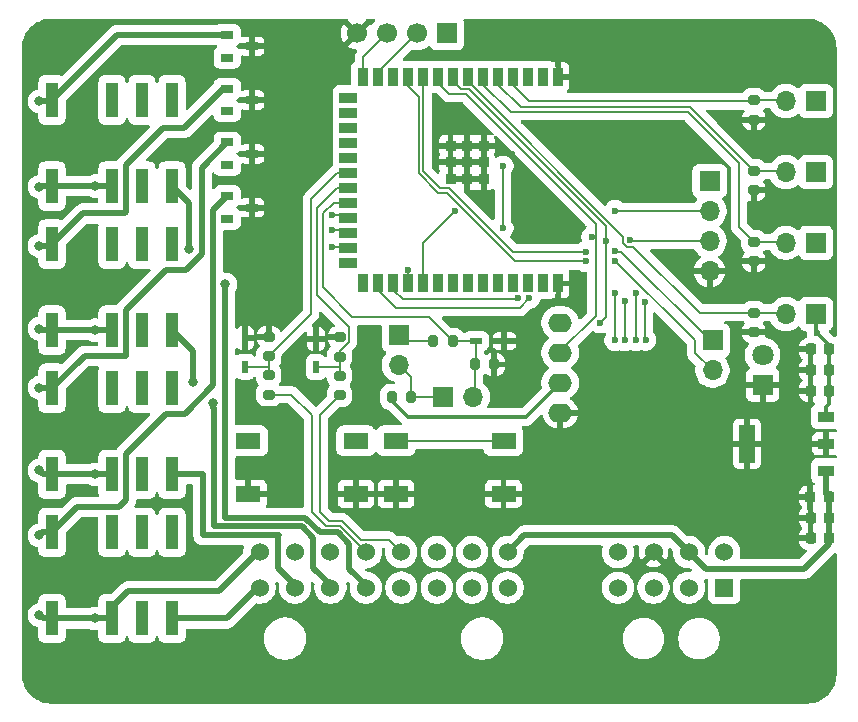
<source format=gbr>
%TF.GenerationSoftware,KiCad,Pcbnew,9.0.3*%
%TF.CreationDate,2025-07-23T10:37:12+02:00*%
%TF.ProjectId,DinoSpand_v2.0,44696e6f-5370-4616-9e64-5f76322e302e,rev?*%
%TF.SameCoordinates,Original*%
%TF.FileFunction,Copper,L1,Top*%
%TF.FilePolarity,Positive*%
%FSLAX46Y46*%
G04 Gerber Fmt 4.6, Leading zero omitted, Abs format (unit mm)*
G04 Created by KiCad (PCBNEW 9.0.3) date 2025-07-23 10:37:12*
%MOMM*%
%LPD*%
G01*
G04 APERTURE LIST*
G04 Aperture macros list*
%AMRoundRect*
0 Rectangle with rounded corners*
0 $1 Rounding radius*
0 $2 $3 $4 $5 $6 $7 $8 $9 X,Y pos of 4 corners*
0 Add a 4 corners polygon primitive as box body*
4,1,4,$2,$3,$4,$5,$6,$7,$8,$9,$2,$3,0*
0 Add four circle primitives for the rounded corners*
1,1,$1+$1,$2,$3*
1,1,$1+$1,$4,$5*
1,1,$1+$1,$6,$7*
1,1,$1+$1,$8,$9*
0 Add four rect primitives between the rounded corners*
20,1,$1+$1,$2,$3,$4,$5,0*
20,1,$1+$1,$4,$5,$6,$7,0*
20,1,$1+$1,$6,$7,$8,$9,0*
20,1,$1+$1,$8,$9,$2,$3,0*%
G04 Aperture macros list end*
%TA.AperFunction,ComponentPad*%
%ADD10C,1.530000*%
%TD*%
%TA.AperFunction,ComponentPad*%
%ADD11R,1.530000X1.530000*%
%TD*%
%TA.AperFunction,SMDPad,CuDef*%
%ADD12R,1.000000X0.500000*%
%TD*%
%TA.AperFunction,SMDPad,CuDef*%
%ADD13RoundRect,0.225000X0.225000X0.250000X-0.225000X0.250000X-0.225000X-0.250000X0.225000X-0.250000X0*%
%TD*%
%TA.AperFunction,SMDPad,CuDef*%
%ADD14R,0.500000X1.000000*%
%TD*%
%TA.AperFunction,ComponentPad*%
%ADD15R,1.700000X1.700000*%
%TD*%
%TA.AperFunction,ComponentPad*%
%ADD16O,1.700000X1.700000*%
%TD*%
%TA.AperFunction,SMDPad,CuDef*%
%ADD17R,1.100000X0.650000*%
%TD*%
%TA.AperFunction,ComponentPad*%
%ADD18C,1.700000*%
%TD*%
%TA.AperFunction,SMDPad,CuDef*%
%ADD19RoundRect,0.200000X-0.275000X0.200000X-0.275000X-0.200000X0.275000X-0.200000X0.275000X0.200000X0*%
%TD*%
%TA.AperFunction,SMDPad,CuDef*%
%ADD20R,2.100000X1.400000*%
%TD*%
%TA.AperFunction,SMDPad,CuDef*%
%ADD21R,1.100000X3.000000*%
%TD*%
%TA.AperFunction,SMDPad,CuDef*%
%ADD22R,1.350000X0.950000*%
%TD*%
%TA.AperFunction,SMDPad,CuDef*%
%ADD23R,1.350000X3.250000*%
%TD*%
%TA.AperFunction,ComponentPad*%
%ADD24R,1.800000X1.800000*%
%TD*%
%TA.AperFunction,ComponentPad*%
%ADD25C,1.800000*%
%TD*%
%TA.AperFunction,SMDPad,CuDef*%
%ADD26RoundRect,0.200000X-0.200000X-0.275000X0.200000X-0.275000X0.200000X0.275000X-0.200000X0.275000X0*%
%TD*%
%TA.AperFunction,SMDPad,CuDef*%
%ADD27RoundRect,0.200000X0.275000X-0.200000X0.275000X0.200000X-0.275000X0.200000X-0.275000X-0.200000X0*%
%TD*%
%TA.AperFunction,SMDPad,CuDef*%
%ADD28R,0.900000X1.500000*%
%TD*%
%TA.AperFunction,SMDPad,CuDef*%
%ADD29R,1.500000X0.900000*%
%TD*%
%TA.AperFunction,SMDPad,CuDef*%
%ADD30R,0.900000X0.900000*%
%TD*%
%TA.AperFunction,ComponentPad*%
%ADD31O,2.000000X1.600000*%
%TD*%
%TA.AperFunction,ViaPad*%
%ADD32C,4.000000*%
%TD*%
%TA.AperFunction,ViaPad*%
%ADD33C,0.600000*%
%TD*%
%TA.AperFunction,ViaPad*%
%ADD34C,0.700000*%
%TD*%
%TA.AperFunction,ViaPad*%
%ADD35C,0.800000*%
%TD*%
%TA.AperFunction,Conductor*%
%ADD36C,0.200000*%
%TD*%
%TA.AperFunction,Conductor*%
%ADD37C,0.300000*%
%TD*%
%TA.AperFunction,Conductor*%
%ADD38C,0.500000*%
%TD*%
G04 APERTURE END LIST*
D10*
%TO.P,J3,16,16*%
%TO.N,/InputOutput_BigConn/out4*%
X110650000Y-88672500D03*
%TO.P,J3,15,15*%
%TO.N,+12V*%
X110650000Y-85672500D03*
%TO.P,J3,14,14*%
%TO.N,/InputOutput_BigConn/out3*%
X113650000Y-88672500D03*
%TO.P,J3,13,13*%
%TO.N,+12V*%
X113650000Y-85672500D03*
%TO.P,J3,12,12*%
%TO.N,/InputOutput_BigConn/out2*%
X116650000Y-88672500D03*
%TO.P,J3,11,11*%
%TO.N,+12V*%
X116650000Y-85672500D03*
%TO.P,J3,10,10*%
%TO.N,/InputOutput_BigConn/out1*%
X119650000Y-88672500D03*
%TO.P,J3,9,9*%
%TO.N,/InputOutput_BigConn/sm1*%
X119650000Y-85672500D03*
%TO.P,J3,8,8*%
%TO.N,+12V*%
X122650000Y-88672500D03*
%TO.P,J3,7,7*%
%TO.N,/InputOutput_BigConn/sm2*%
X122650000Y-85672500D03*
%TO.P,J3,6,6*%
%TO.N,/Microcontroller/GPIO11*%
X125650000Y-88672500D03*
%TO.P,J3,5,5*%
%TO.N,/InputOutput_BigConn/cg*%
X125650000Y-85672500D03*
%TO.P,J3,4,4*%
%TO.N,/Microcontroller/GPIO10*%
X128650000Y-88672500D03*
%TO.P,J3,3,3*%
%TO.N,+12V*%
X128650000Y-85672500D03*
%TO.P,J3,2,2*%
X131650000Y-88672500D03*
%TO.P,J3,1,1*%
X131650000Y-85672500D03*
%TD*%
%TO.P,J11,8,8*%
%TO.N,unconnected-(J11-Pad8)*%
X141000000Y-85680000D03*
%TO.P,J11,7,7*%
%TO.N,GND*%
X144000000Y-85680000D03*
%TO.P,J11,6,6*%
%TO.N,+12V*%
X147000000Y-85680000D03*
%TO.P,J11,5,5*%
%TO.N,/3P_Pos*%
X150000000Y-85680000D03*
%TO.P,J11,4,4*%
%TO.N,/3P_W{slash}NW*%
X141000000Y-88680000D03*
%TO.P,J11,3,3*%
%TO.N,/PTO_Speed*%
X144000000Y-88680000D03*
%TO.P,J11,2,2*%
%TO.N,/ThG_Speed*%
X147000000Y-88680000D03*
D11*
%TO.P,J11,1,1*%
%TO.N,/TG_Speed*%
X150000000Y-88680000D03*
%TD*%
D12*
%TO.P,D7,1,K*%
%TO.N,/Microcontroller/GPIO14*%
X128975000Y-67785000D03*
%TO.P,D7,2,A*%
%TO.N,GND*%
X131375000Y-67785000D03*
%TD*%
D13*
%TO.P,C7,1*%
%TO.N,+3V3*%
X158845000Y-72000000D03*
%TO.P,C7,2*%
%TO.N,GND*%
X157295000Y-72000000D03*
%TD*%
%TO.P,C4,1*%
%TO.N,+12V*%
X158845000Y-82750000D03*
%TO.P,C4,2*%
%TO.N,GND*%
X157295000Y-82750000D03*
%TD*%
D14*
%TO.P,D5,1,K*%
%TO.N,/Microcontroller/GPIO13*%
X115425000Y-70010000D03*
%TO.P,D5,2,A*%
%TO.N,GND*%
X115425000Y-67610000D03*
%TD*%
D15*
%TO.P,J4,1,Pin_1*%
%TO.N,Net-(J4-Pin_1)*%
X126175000Y-72510000D03*
D16*
%TO.P,J4,2,Pin_2*%
%TO.N,/Microcontroller/GPIO14*%
X128715000Y-72510000D03*
%TD*%
D17*
%TO.P,Q2,1,D*%
%TO.N,Net-(D2-A)*%
X107900000Y-46440000D03*
%TO.P,Q2,2,G*%
%TO.N,Net-(Q2-G)*%
X107900000Y-48360000D03*
%TO.P,Q2,3,S*%
%TO.N,GND*%
X110000000Y-47400000D03*
%TD*%
D15*
%TO.P,J10,1,Pin_1*%
%TO.N,+3V3*%
X157750000Y-65500000D03*
D16*
%TO.P,J10,2,Pin_2*%
%TO.N,/Microcontroller/GPIO7*%
X155210000Y-65500000D03*
%TD*%
D15*
%TO.P,J6,1,Pin_1*%
%TO.N,Net-(D12-A)*%
X126500000Y-41750000D03*
D18*
%TO.P,J6,2,Pin_2*%
%TO.N,/Microcontroller/USB_D-*%
X123960000Y-41750000D03*
%TO.P,J6,3,Pin_3*%
%TO.N,/Microcontroller/USB_D+*%
X121420000Y-41750000D03*
%TO.P,J6,4,Pin_4*%
%TO.N,GND*%
X118880000Y-41750000D03*
%TD*%
D19*
%TO.P,R21,1*%
%TO.N,/Microcontroller/GPIO6*%
X152500000Y-59400000D03*
%TO.P,R21,2*%
%TO.N,GND*%
X152500000Y-61050000D03*
%TD*%
D20*
%TO.P,S1,1*%
%TO.N,/Microcontroller/GPIO0*%
X109700000Y-76250000D03*
%TO.P,S1,2*%
X118800000Y-76250000D03*
%TO.P,S1,3*%
%TO.N,GND*%
X109700000Y-80750000D03*
%TO.P,S1,4*%
X118800000Y-80750000D03*
%TD*%
D13*
%TO.P,C8,1*%
%TO.N,+3V3*%
X158845000Y-70250000D03*
%TO.P,C8,2*%
%TO.N,GND*%
X157295000Y-70250000D03*
%TD*%
D21*
%TO.P,K3,1*%
%TO.N,+12V*%
X93075000Y-79090000D03*
%TO.P,K3,2*%
X98155000Y-79090000D03*
%TO.P,K3,3*%
%TO.N,unconnected-(K3-Pad3)*%
X100695000Y-79090000D03*
%TO.P,K3,4*%
%TO.N,/InputOutput_BigConn/out3*%
X103235000Y-79090000D03*
%TO.P,K3,5*%
%TO.N,unconnected-(K3-Pad5)*%
X103235000Y-71800000D03*
%TO.P,K3,6*%
%TO.N,unconnected-(K3-Pad6)*%
X100695000Y-71800000D03*
%TO.P,K3,7*%
%TO.N,unconnected-(K3-Pad7)*%
X98155000Y-71800000D03*
%TO.P,K3,8*%
%TO.N,Net-(D3-A)*%
X93075000Y-71800000D03*
%TD*%
D15*
%TO.P,J9,1,Pin_1*%
%TO.N,+3V3*%
X157750000Y-59475000D03*
D16*
%TO.P,J9,2,Pin_2*%
%TO.N,/Microcontroller/GPIO6*%
X155210000Y-59475000D03*
%TD*%
D22*
%TO.P,U3,1,IN*%
%TO.N,+12V*%
X158600000Y-78800000D03*
%TO.P,U3,2,GND_1*%
%TO.N,GND*%
X158600000Y-76500000D03*
%TO.P,U3,3,OUT*%
%TO.N,+3V3*%
X158600000Y-74200000D03*
D23*
%TO.P,U3,4,GND_2*%
%TO.N,GND*%
X151900000Y-76500000D03*
%TD*%
D15*
%TO.P,J5,1,Pin_1*%
%TO.N,/InputOutput_BigConn/cg*%
X122450000Y-67285000D03*
D16*
%TO.P,J5,2,Pin_2*%
%TO.N,Net-(J4-Pin_1)*%
X122450000Y-69825000D03*
%TD*%
D13*
%TO.P,C6,1*%
%TO.N,+12V*%
X158820000Y-81000000D03*
%TO.P,C6,2*%
%TO.N,GND*%
X157270000Y-81000000D03*
%TD*%
D24*
%TO.P,D16,1,K*%
%TO.N,GND*%
X153250000Y-71520000D03*
D25*
%TO.P,D16,2,A*%
%TO.N,Net-(D16-A)*%
X153250000Y-68980000D03*
%TD*%
D20*
%TO.P,S2,1*%
%TO.N,/Microcontroller/CHIP_PU*%
X122200000Y-76250000D03*
%TO.P,S2,2*%
X131300000Y-76250000D03*
%TO.P,S2,3*%
%TO.N,GND*%
X122200000Y-80750000D03*
%TO.P,S2,4*%
X131300000Y-80750000D03*
%TD*%
D17*
%TO.P,Q4,1,D*%
%TO.N,Net-(D6-A)*%
X107900000Y-55540000D03*
%TO.P,Q4,2,G*%
%TO.N,Net-(Q4-G)*%
X107900000Y-57460000D03*
%TO.P,Q4,3,S*%
%TO.N,GND*%
X110000000Y-56500000D03*
%TD*%
D14*
%TO.P,D4,1,K*%
%TO.N,/Microcontroller/GPIO12*%
X109425000Y-69960000D03*
%TO.P,D4,2,A*%
%TO.N,GND*%
X109425000Y-67560000D03*
%TD*%
D21*
%TO.P,K1,1*%
%TO.N,+12V*%
X93075000Y-54690000D03*
%TO.P,K1,2*%
X98155000Y-54690000D03*
%TO.P,K1,3*%
%TO.N,unconnected-(K1-Pad3)*%
X100695000Y-54690000D03*
%TO.P,K1,4*%
%TO.N,/InputOutput_BigConn/out1*%
X103235000Y-54690000D03*
%TO.P,K1,5*%
%TO.N,unconnected-(K1-Pad5)*%
X103235000Y-47400000D03*
%TO.P,K1,6*%
%TO.N,unconnected-(K1-Pad6)*%
X100695000Y-47400000D03*
%TO.P,K1,7*%
%TO.N,unconnected-(K1-Pad7)*%
X98155000Y-47400000D03*
%TO.P,K1,8*%
%TO.N,Net-(D1-A)*%
X93075000Y-47400000D03*
%TD*%
D17*
%TO.P,Q1,1,D*%
%TO.N,Net-(D1-A)*%
X107900000Y-41890000D03*
%TO.P,Q1,2,G*%
%TO.N,Net-(Q1-G)*%
X107900000Y-43810000D03*
%TO.P,Q1,3,S*%
%TO.N,GND*%
X110000000Y-42850000D03*
%TD*%
D26*
%TO.P,R16,1*%
%TO.N,+3V3*%
X121850000Y-72535000D03*
%TO.P,R16,2*%
%TO.N,Net-(J4-Pin_1)*%
X123500000Y-72535000D03*
%TD*%
D19*
%TO.P,R22,1*%
%TO.N,/Microcontroller/GPIO7*%
X152500000Y-65400000D03*
%TO.P,R22,2*%
%TO.N,GND*%
X152500000Y-67050000D03*
%TD*%
D27*
%TO.P,R8,1*%
%TO.N,/InputOutput_BigConn/sm1*%
X111425000Y-72335000D03*
%TO.P,R8,2*%
%TO.N,/Microcontroller/GPIO12*%
X111425000Y-70685000D03*
%TD*%
D15*
%TO.P,J1,1,Pin_1*%
%TO.N,+3V3*%
X148750000Y-54250000D03*
D16*
%TO.P,J1,2,Pin_2*%
%TO.N,/Microcontroller/GPIO16*%
X148750000Y-56790000D03*
%TO.P,J1,3,Pin_3*%
%TO.N,/Microcontroller/GPIO15*%
X148750000Y-59330000D03*
%TO.P,J1,4,Pin_4*%
%TO.N,GND*%
X148750000Y-61870000D03*
%TD*%
D15*
%TO.P,J8,1,Pin_1*%
%TO.N,+3V3*%
X157750000Y-53500000D03*
D16*
%TO.P,J8,2,Pin_2*%
%TO.N,/Microcontroller/GPIO5*%
X155210000Y-53500000D03*
%TD*%
D17*
%TO.P,Q3,1,D*%
%TO.N,Net-(D3-A)*%
X107900000Y-50990000D03*
%TO.P,Q3,2,G*%
%TO.N,Net-(Q3-G)*%
X107900000Y-52910000D03*
%TO.P,Q3,3,S*%
%TO.N,GND*%
X110000000Y-51950000D03*
%TD*%
D28*
%TO.P,U2,1,GND_1*%
%TO.N,GND*%
X135935000Y-45425000D03*
%TO.P,U2,2,3V3*%
%TO.N,+3V3*%
X134665000Y-45425000D03*
%TO.P,U2,3,EN*%
%TO.N,/Microcontroller/CHIP_PU*%
X133395000Y-45425000D03*
%TO.P,U2,4,IO4*%
%TO.N,/Microcontroller/GPIO4*%
X132125000Y-45425000D03*
%TO.P,U2,5,IO5*%
%TO.N,/Microcontroller/GPIO5*%
X130855000Y-45425000D03*
%TO.P,U2,6,IO6*%
%TO.N,/Microcontroller/GPIO6*%
X129585000Y-45425000D03*
%TO.P,U2,7,IO7*%
%TO.N,/Microcontroller/GPIO7*%
X128315000Y-45425000D03*
%TO.P,U2,8,IO15*%
%TO.N,/Microcontroller/GPIO15*%
X127045000Y-45425000D03*
%TO.P,U2,9,IO16*%
%TO.N,/Microcontroller/GPIO16*%
X125775000Y-45425000D03*
%TO.P,U2,10,IO17*%
%TO.N,/Microcontroller/GPIO17*%
X124505000Y-45425000D03*
%TO.P,U2,11,IO18*%
%TO.N,/Microcontroller/GPIO18*%
X123235000Y-45425000D03*
%TO.P,U2,12,IO8*%
%TO.N,/Microcontroller/GPIO8*%
X121965000Y-45425000D03*
%TO.P,U2,13,IO19*%
%TO.N,/Microcontroller/USB_D-*%
X120695000Y-45425000D03*
%TO.P,U2,14,IO20*%
%TO.N,/Microcontroller/USB_D+*%
X119425000Y-45425000D03*
D29*
%TO.P,U2,15,IO3*%
%TO.N,unconnected-(U2A-IO3-Pad15)*%
X118175000Y-47190000D03*
%TO.P,U2,16,IO46*%
%TO.N,unconnected-(U2A-IO46-Pad16)*%
X118175000Y-48460000D03*
%TO.P,U2,17,IO9*%
%TO.N,/Microcontroller/GPIO9*%
X118175000Y-49730000D03*
%TO.P,U2,18,IO10*%
%TO.N,/Microcontroller/GPIO10*%
X118175000Y-51000000D03*
%TO.P,U2,19,IO11*%
%TO.N,/Microcontroller/GPIO11*%
X118175000Y-52270000D03*
%TO.P,U2,20,IO12*%
%TO.N,/Microcontroller/GPIO12*%
X118175000Y-53540000D03*
%TO.P,U2,21,IO13*%
%TO.N,/Microcontroller/GPIO13*%
X118175000Y-54810000D03*
%TO.P,U2,22,IO14*%
%TO.N,/Microcontroller/GPIO14*%
X118175000Y-56080000D03*
%TO.P,U2,23,IO21*%
%TO.N,/Microcontroller/GPIO21*%
X118175000Y-57350000D03*
%TO.P,U2,24,IO47*%
%TO.N,/Microcontroller/GPIO47*%
X118175000Y-58620000D03*
%TO.P,U2,25,IO48*%
%TO.N,/Microcontroller/GPIO48*%
X118175000Y-59890000D03*
%TO.P,U2,26,IO45*%
%TO.N,unconnected-(U2A-IO45-Pad26)*%
X118175000Y-61160000D03*
D28*
%TO.P,U2,27,IO0*%
%TO.N,/Microcontroller/GPIO0*%
X119425000Y-62925000D03*
%TO.P,U2,28,IO35*%
%TO.N,/Microcontroller/GPIO35*%
X120695000Y-62925000D03*
%TO.P,U2,29,IO36*%
%TO.N,/Microcontroller/GPIO36*%
X121965000Y-62925000D03*
%TO.P,U2,30,IO37*%
%TO.N,/Microcontroller/GPIO37*%
X123235000Y-62925000D03*
%TO.P,U2,31,IO38*%
%TO.N,/Microcontroller/GPIO38*%
X124505000Y-62925000D03*
%TO.P,U2,32,IO39*%
%TO.N,/Microcontroller/GPIO39*%
X125775000Y-62925000D03*
%TO.P,U2,33,IO40*%
%TO.N,/Microcontroller/GPIO40*%
X127045000Y-62925000D03*
%TO.P,U2,34,IO41*%
%TO.N,/Microcontroller/GPIO41*%
X128315000Y-62925000D03*
%TO.P,U2,35,IO42*%
%TO.N,/Microcontroller/GPIO42*%
X129585000Y-62925000D03*
%TO.P,U2,36,RXD0*%
%TO.N,/Microcontroller/RXD0*%
X130855000Y-62925000D03*
%TO.P,U2,37,TXD0*%
%TO.N,/Microcontroller/TXD0*%
X132125000Y-62925000D03*
%TO.P,U2,38,IO2*%
%TO.N,/Microcontroller/GPIO2*%
X133395000Y-62925000D03*
%TO.P,U2,39,IO1*%
%TO.N,/Microcontroller/GPIO1*%
X134665000Y-62925000D03*
%TO.P,U2,40,GND_2*%
%TO.N,GND*%
X135935000Y-62925000D03*
D30*
%TO.P,U2,41,GND_3*%
X128215000Y-52675000D03*
%TO.P,U2,42,GND_4*%
X128215000Y-54075000D03*
%TO.P,U2,43,GND_5*%
X129615000Y-54075000D03*
%TO.P,U2,44,GND_6*%
X129615000Y-52675000D03*
%TO.P,U2,45,GND_7*%
X129615000Y-51275000D03*
%TO.P,U2,46,GND_8*%
X128215000Y-51275000D03*
%TO.P,U2,47,GND_9*%
X126815000Y-51275000D03*
%TO.P,U2,48,GND_10*%
X126815000Y-52675000D03*
%TO.P,U2,49,GND_11*%
X126815000Y-54075000D03*
%TD*%
D15*
%TO.P,J2,1,Pin_1*%
%TO.N,/Microcontroller/GPIO17*%
X149000000Y-67750000D03*
D16*
%TO.P,J2,2,Pin_2*%
%TO.N,/Microcontroller/GPIO18*%
X149000000Y-70290000D03*
%TD*%
D27*
%TO.P,R9,1*%
%TO.N,/Microcontroller/GPIO12*%
X111425000Y-69085000D03*
%TO.P,R9,2*%
%TO.N,GND*%
X111425000Y-67435000D03*
%TD*%
D19*
%TO.P,R19,1*%
%TO.N,/Microcontroller/GPIO4*%
X152500000Y-47400000D03*
%TO.P,R19,2*%
%TO.N,GND*%
X152500000Y-49050000D03*
%TD*%
D27*
%TO.P,R13,1*%
%TO.N,/Microcontroller/GPIO13*%
X117425000Y-69135000D03*
%TO.P,R13,2*%
%TO.N,GND*%
X117425000Y-67485000D03*
%TD*%
D26*
%TO.P,R17,1*%
%TO.N,/Microcontroller/GPIO14*%
X128850000Y-69785000D03*
%TO.P,R17,2*%
%TO.N,GND*%
X130500000Y-69785000D03*
%TD*%
D21*
%TO.P,K2,1*%
%TO.N,+12V*%
X93075000Y-66890000D03*
%TO.P,K2,2*%
X98155000Y-66890000D03*
%TO.P,K2,3*%
%TO.N,unconnected-(K2-Pad3)*%
X100695000Y-66890000D03*
%TO.P,K2,4*%
%TO.N,/InputOutput_BigConn/out2*%
X103235000Y-66890000D03*
%TO.P,K2,5*%
%TO.N,unconnected-(K2-Pad5)*%
X103235000Y-59600000D03*
%TO.P,K2,6*%
%TO.N,unconnected-(K2-Pad6)*%
X100695000Y-59600000D03*
%TO.P,K2,7*%
%TO.N,unconnected-(K2-Pad7)*%
X98155000Y-59600000D03*
%TO.P,K2,8*%
%TO.N,Net-(D2-A)*%
X93075000Y-59600000D03*
%TD*%
D19*
%TO.P,R20,1*%
%TO.N,/Microcontroller/GPIO5*%
X152500000Y-53400000D03*
%TO.P,R20,2*%
%TO.N,GND*%
X152500000Y-55050000D03*
%TD*%
D13*
%TO.P,C5,1*%
%TO.N,+12V*%
X158845000Y-84500000D03*
%TO.P,C5,2*%
%TO.N,GND*%
X157295000Y-84500000D03*
%TD*%
D21*
%TO.P,K4,1*%
%TO.N,+12V*%
X93075000Y-91290000D03*
%TO.P,K4,2*%
X98155000Y-91290000D03*
%TO.P,K4,3*%
%TO.N,unconnected-(K4-Pad3)*%
X100695000Y-91290000D03*
%TO.P,K4,4*%
%TO.N,/InputOutput_BigConn/out4*%
X103235000Y-91290000D03*
%TO.P,K4,5*%
%TO.N,unconnected-(K4-Pad5)*%
X103235000Y-84000000D03*
%TO.P,K4,6*%
%TO.N,unconnected-(K4-Pad6)*%
X100695000Y-84000000D03*
%TO.P,K4,7*%
%TO.N,unconnected-(K4-Pad7)*%
X98155000Y-84000000D03*
%TO.P,K4,8*%
%TO.N,Net-(D6-A)*%
X93075000Y-84000000D03*
%TD*%
D26*
%TO.P,R18,1*%
%TO.N,/InputOutput_BigConn/cg*%
X125350000Y-67785000D03*
%TO.P,R18,2*%
%TO.N,/Microcontroller/GPIO14*%
X127000000Y-67785000D03*
%TD*%
D27*
%TO.P,R12,1*%
%TO.N,/InputOutput_BigConn/sm2*%
X117425000Y-72385000D03*
%TO.P,R12,2*%
%TO.N,/Microcontroller/GPIO13*%
X117425000Y-70735000D03*
%TD*%
D13*
%TO.P,C9,1*%
%TO.N,+3V3*%
X158845000Y-68500000D03*
%TO.P,C9,2*%
%TO.N,GND*%
X157295000Y-68500000D03*
%TD*%
D31*
%TO.P,U1,1,GND*%
%TO.N,GND*%
X136100000Y-73870000D03*
%TO.P,U1,2,VCC*%
%TO.N,+3V3*%
X136100000Y-71330000D03*
%TO.P,U1,3,SCL*%
%TO.N,/Microcontroller/GPIO16*%
X136100000Y-68790000D03*
%TO.P,U1,4,SDA*%
%TO.N,/Microcontroller/GPIO15*%
X136100000Y-66250000D03*
%TD*%
D15*
%TO.P,J7,1,Pin_1*%
%TO.N,+3V3*%
X157750000Y-47475000D03*
D16*
%TO.P,J7,2,Pin_2*%
%TO.N,/Microcontroller/GPIO4*%
X155210000Y-47475000D03*
%TD*%
D32*
%TO.N,GND*%
X157000000Y-43000000D03*
X93000000Y-43000000D03*
X93000000Y-96000000D03*
X157000000Y-96000000D03*
D33*
X157750000Y-92750000D03*
X157750000Y-91250000D03*
X157750000Y-89750000D03*
X157750000Y-88250000D03*
X156250000Y-92750000D03*
X156250000Y-91250000D03*
X156250000Y-89750000D03*
X156250000Y-88250000D03*
X156250000Y-79250000D03*
X156250000Y-77750000D03*
X156250000Y-76250000D03*
X156250000Y-74750000D03*
X156250000Y-62750000D03*
X156250000Y-61250000D03*
X156250000Y-56750000D03*
X156250000Y-55250000D03*
X156250000Y-50750000D03*
X156250000Y-49250000D03*
X154750000Y-92750000D03*
X154750000Y-91250000D03*
X154750000Y-89750000D03*
X154750000Y-88250000D03*
X154750000Y-85250000D03*
X154750000Y-83750000D03*
X154750000Y-82250000D03*
X154750000Y-80750000D03*
X154750000Y-79250000D03*
X154750000Y-77750000D03*
X154750000Y-74750000D03*
X154750000Y-73250000D03*
X154750000Y-62750000D03*
X154750000Y-61250000D03*
X154750000Y-56750000D03*
X154750000Y-55250000D03*
X154750000Y-50750000D03*
X154750000Y-49250000D03*
X153250000Y-97250000D03*
X153250000Y-95750000D03*
X153250000Y-94250000D03*
X153250000Y-92750000D03*
X153250000Y-91250000D03*
X153250000Y-89750000D03*
X153250000Y-88250000D03*
X153250000Y-73250000D03*
X153250000Y-62750000D03*
X153250000Y-56750000D03*
X153250000Y-50750000D03*
X153250000Y-43250000D03*
X153250000Y-41750000D03*
X151750000Y-97250000D03*
X151750000Y-95750000D03*
X151750000Y-94250000D03*
X151750000Y-92750000D03*
X151750000Y-91250000D03*
X151750000Y-89750000D03*
X151750000Y-73250000D03*
X151750000Y-62750000D03*
X151750000Y-43250000D03*
X151750000Y-41750000D03*
X150250000Y-97250000D03*
X150250000Y-95750000D03*
X150250000Y-94250000D03*
X150250000Y-92750000D03*
X150250000Y-91250000D03*
X150250000Y-83750000D03*
X150250000Y-82250000D03*
X150250000Y-80750000D03*
X150250000Y-79250000D03*
X150250000Y-77750000D03*
X150250000Y-43250000D03*
X150250000Y-41750000D03*
X148750000Y-97250000D03*
X148750000Y-95750000D03*
X148750000Y-43250000D03*
X148750000Y-41750000D03*
X147250000Y-97250000D03*
X147250000Y-95750000D03*
X147250000Y-74750000D03*
X147250000Y-52250000D03*
X147250000Y-50750000D03*
X147250000Y-43250000D03*
X147250000Y-41750000D03*
X145750000Y-97250000D03*
X145750000Y-95750000D03*
X145750000Y-82250000D03*
X145750000Y-80750000D03*
X145750000Y-61250000D03*
X145750000Y-55250000D03*
X145750000Y-53750000D03*
X145750000Y-52250000D03*
X145750000Y-50750000D03*
X145750000Y-43250000D03*
X145750000Y-41750000D03*
X144250000Y-97250000D03*
X144250000Y-95750000D03*
X144250000Y-55250000D03*
X144250000Y-53750000D03*
X144250000Y-52250000D03*
X144250000Y-50750000D03*
X144250000Y-43250000D03*
X144250000Y-41750000D03*
X142750000Y-97250000D03*
X142750000Y-95750000D03*
X142750000Y-74750000D03*
X142750000Y-73250000D03*
X142750000Y-71750000D03*
X142750000Y-55250000D03*
X142750000Y-53750000D03*
X142750000Y-52250000D03*
X142750000Y-50750000D03*
X142750000Y-43250000D03*
X142750000Y-41750000D03*
X141250000Y-97250000D03*
X141250000Y-95750000D03*
X141250000Y-82250000D03*
X141250000Y-80750000D03*
X141250000Y-55250000D03*
X141250000Y-53750000D03*
X141250000Y-52250000D03*
X141250000Y-50750000D03*
X141250000Y-43250000D03*
X141250000Y-41750000D03*
X139750000Y-97250000D03*
X139750000Y-95750000D03*
X139750000Y-94250000D03*
X139750000Y-92750000D03*
X139750000Y-91250000D03*
X139750000Y-74750000D03*
X139750000Y-73250000D03*
X139750000Y-71750000D03*
X139750000Y-70250000D03*
X139750000Y-55250000D03*
X139750000Y-53750000D03*
X139750000Y-52250000D03*
X139750000Y-50750000D03*
X139750000Y-43250000D03*
X139750000Y-41750000D03*
X138250000Y-97250000D03*
X138250000Y-95750000D03*
X138250000Y-94250000D03*
X138250000Y-92750000D03*
X138250000Y-91250000D03*
X138250000Y-89750000D03*
X138250000Y-88250000D03*
X138250000Y-86750000D03*
X138250000Y-82250000D03*
X138250000Y-80750000D03*
X138250000Y-79250000D03*
X138250000Y-77750000D03*
X138250000Y-74750000D03*
X138250000Y-73250000D03*
X138250000Y-71750000D03*
X138250000Y-53750000D03*
X138250000Y-52250000D03*
X138250000Y-50750000D03*
X138250000Y-43250000D03*
X138250000Y-41750000D03*
X136750000Y-97250000D03*
X136750000Y-95750000D03*
X136750000Y-94250000D03*
X136750000Y-92750000D03*
X136750000Y-91250000D03*
X136750000Y-89750000D03*
X136750000Y-88250000D03*
X136750000Y-86750000D03*
X136750000Y-82250000D03*
X136750000Y-80750000D03*
X136750000Y-79250000D03*
X136750000Y-77750000D03*
X136750000Y-76250000D03*
X136750000Y-58250000D03*
X136750000Y-52250000D03*
X136750000Y-43250000D03*
X136750000Y-41750000D03*
X135250000Y-97250000D03*
X135250000Y-95750000D03*
X135250000Y-94250000D03*
X135250000Y-92750000D03*
X135250000Y-91250000D03*
X135250000Y-89750000D03*
X135250000Y-88250000D03*
X135250000Y-86750000D03*
X135250000Y-82250000D03*
X135250000Y-80750000D03*
X135250000Y-79250000D03*
X135250000Y-77750000D03*
X135250000Y-76250000D03*
X135250000Y-56750000D03*
X135250000Y-43250000D03*
X135250000Y-41750000D03*
X133750000Y-97250000D03*
X133750000Y-95750000D03*
X133750000Y-94250000D03*
X133750000Y-92750000D03*
X133750000Y-91250000D03*
X133750000Y-89750000D03*
X133750000Y-88250000D03*
X133750000Y-86750000D03*
X133750000Y-82250000D03*
X133750000Y-80750000D03*
X133750000Y-79250000D03*
X133750000Y-77750000D03*
X133750000Y-76250000D03*
X133750000Y-70250000D03*
X133750000Y-68750000D03*
X133750000Y-67250000D03*
X133750000Y-55250000D03*
X133750000Y-43250000D03*
X133750000Y-41750000D03*
X132250000Y-97250000D03*
X132250000Y-95750000D03*
X132250000Y-94250000D03*
X132250000Y-92750000D03*
X132250000Y-91250000D03*
X132250000Y-71750000D03*
X132250000Y-70250000D03*
X132250000Y-55250000D03*
X132250000Y-43250000D03*
X132250000Y-41750000D03*
X130750000Y-97250000D03*
X130750000Y-95750000D03*
X130750000Y-83750000D03*
X130750000Y-43250000D03*
X130750000Y-41750000D03*
X129250000Y-97250000D03*
X129250000Y-95750000D03*
X129250000Y-83750000D03*
X129250000Y-82250000D03*
X129250000Y-80750000D03*
X129250000Y-79250000D03*
X129250000Y-77750000D03*
X129250000Y-41750000D03*
X127750000Y-97250000D03*
X127750000Y-95750000D03*
X126250000Y-97250000D03*
X126250000Y-95750000D03*
X126250000Y-94250000D03*
X126250000Y-92750000D03*
X126250000Y-49250000D03*
X124750000Y-97250000D03*
X124750000Y-95750000D03*
X124750000Y-94250000D03*
X124750000Y-92750000D03*
X123250000Y-97250000D03*
X123250000Y-95750000D03*
X123250000Y-94250000D03*
X123250000Y-92750000D03*
X123250000Y-83750000D03*
X121750000Y-97250000D03*
X121750000Y-95750000D03*
X121750000Y-94250000D03*
X121750000Y-92750000D03*
X121750000Y-91250000D03*
X120250000Y-97250000D03*
X120250000Y-95750000D03*
X120250000Y-94250000D03*
X120250000Y-92750000D03*
X120250000Y-91250000D03*
X120250000Y-73250000D03*
X120250000Y-71750000D03*
X120250000Y-70250000D03*
X120250000Y-68750000D03*
X120250000Y-67250000D03*
X118750000Y-97250000D03*
X118750000Y-95750000D03*
X118750000Y-94250000D03*
X118750000Y-92750000D03*
X118750000Y-91250000D03*
X117250000Y-97250000D03*
X117250000Y-95750000D03*
X117250000Y-94250000D03*
X117250000Y-92750000D03*
X117250000Y-91250000D03*
X117250000Y-44750000D03*
X115750000Y-97250000D03*
X115750000Y-95750000D03*
X115750000Y-94250000D03*
X115750000Y-92750000D03*
X115750000Y-91250000D03*
X115750000Y-71750000D03*
X115750000Y-52250000D03*
X115750000Y-50750000D03*
X115750000Y-49250000D03*
X115750000Y-47750000D03*
X115750000Y-46250000D03*
X115750000Y-44750000D03*
X115750000Y-43250000D03*
X115750000Y-41750000D03*
X114250000Y-97250000D03*
X114250000Y-95750000D03*
X114250000Y-70250000D03*
X114250000Y-68750000D03*
X114250000Y-52250000D03*
X114250000Y-50750000D03*
X114250000Y-49250000D03*
X114250000Y-47750000D03*
X114250000Y-46250000D03*
X114250000Y-44750000D03*
X114250000Y-43250000D03*
X114250000Y-41750000D03*
X112750000Y-97250000D03*
X112750000Y-95750000D03*
X112750000Y-80750000D03*
X112750000Y-79250000D03*
X112750000Y-77750000D03*
X112750000Y-74750000D03*
X112750000Y-70250000D03*
X112750000Y-65750000D03*
X112750000Y-64250000D03*
X112750000Y-62750000D03*
X112750000Y-61250000D03*
X112750000Y-59750000D03*
X111250000Y-97250000D03*
X111250000Y-95750000D03*
X111250000Y-65750000D03*
X111250000Y-64250000D03*
X111250000Y-62750000D03*
X111250000Y-61250000D03*
X111250000Y-59750000D03*
X109750000Y-97250000D03*
X109750000Y-95750000D03*
X109750000Y-94250000D03*
X109750000Y-92750000D03*
X109750000Y-73250000D03*
X109750000Y-71750000D03*
X109750000Y-65750000D03*
X109750000Y-64250000D03*
X109750000Y-62750000D03*
X109750000Y-61250000D03*
X109750000Y-59750000D03*
X108250000Y-97250000D03*
X108250000Y-95750000D03*
X108250000Y-94250000D03*
X108250000Y-92750000D03*
X108250000Y-61250000D03*
X108250000Y-59750000D03*
X106750000Y-97250000D03*
X106750000Y-95750000D03*
X106750000Y-94250000D03*
X106750000Y-92750000D03*
X106750000Y-86750000D03*
X105250000Y-97250000D03*
X105250000Y-95750000D03*
X105250000Y-94250000D03*
X105250000Y-92750000D03*
X105250000Y-86750000D03*
X105250000Y-46250000D03*
X105250000Y-44750000D03*
X105250000Y-43250000D03*
X103750000Y-97250000D03*
X103750000Y-95750000D03*
X103750000Y-94250000D03*
X103750000Y-86750000D03*
X103750000Y-52250000D03*
X103750000Y-44750000D03*
X103750000Y-43250000D03*
X102250000Y-97250000D03*
X102250000Y-95750000D03*
X102250000Y-94250000D03*
X102250000Y-86750000D03*
X102250000Y-52250000D03*
X102250000Y-44750000D03*
X102250000Y-43250000D03*
X100750000Y-97250000D03*
X100750000Y-95750000D03*
X100750000Y-94250000D03*
X100750000Y-86750000D03*
X100750000Y-44750000D03*
X100750000Y-43250000D03*
X99250000Y-97250000D03*
X99250000Y-95750000D03*
X99250000Y-94250000D03*
X99250000Y-86750000D03*
X99250000Y-74750000D03*
X99250000Y-62750000D03*
X99250000Y-50750000D03*
X99250000Y-44750000D03*
X97750000Y-97250000D03*
X97750000Y-95750000D03*
X97750000Y-94250000D03*
X97750000Y-52250000D03*
X97750000Y-50750000D03*
X96250000Y-97250000D03*
X96250000Y-95750000D03*
X96250000Y-94250000D03*
X96250000Y-92750000D03*
X96250000Y-52250000D03*
X96250000Y-50750000D03*
X96250000Y-49250000D03*
X96250000Y-47750000D03*
X96250000Y-41750000D03*
X94750000Y-92750000D03*
X94750000Y-89750000D03*
X94750000Y-88250000D03*
X94750000Y-86750000D03*
X94750000Y-85250000D03*
X94750000Y-80750000D03*
X94750000Y-77750000D03*
X94750000Y-76250000D03*
X94750000Y-74750000D03*
X94750000Y-73250000D03*
X94750000Y-65750000D03*
X94750000Y-64250000D03*
X94750000Y-62750000D03*
X94750000Y-61250000D03*
X94750000Y-52250000D03*
X94750000Y-50750000D03*
X94750000Y-49250000D03*
X93250000Y-88250000D03*
X93250000Y-86750000D03*
X93250000Y-76250000D03*
X93250000Y-74750000D03*
X93250000Y-64250000D03*
X93250000Y-62750000D03*
X93250000Y-52250000D03*
X93250000Y-50750000D03*
%TO.N,/Microcontroller/GPIO38*%
X127200735Y-56799265D03*
%TO.N,/Microcontroller/GPIO37*%
X123250000Y-61750000D03*
%TO.N,+3V3*%
X157875000Y-67125000D03*
D34*
X134665000Y-45425000D03*
D33*
%TO.N,GND*%
X132000000Y-52000000D03*
%TO.N,/Microcontroller/CHIP_PU*%
X131250000Y-53000000D03*
X131250000Y-58250000D03*
X133395000Y-45425000D03*
X131300000Y-76250000D03*
D35*
%TO.N,+12V*%
X96750000Y-54690000D03*
X92000000Y-66750000D03*
X96750000Y-66890000D03*
X92000000Y-78750000D03*
X92000000Y-54750000D03*
X92000000Y-91000000D03*
X96750000Y-79090000D03*
X96750000Y-91290000D03*
%TO.N,Net-(D1-A)*%
X92000000Y-47500000D03*
%TO.N,Net-(D2-A)*%
X92000000Y-59750000D03*
%TO.N,Net-(D3-A)*%
X92000000Y-71750000D03*
%TO.N,Net-(D6-A)*%
X92000000Y-84250000D03*
D33*
%TO.N,/Microcontroller/GPIO9*%
X140750000Y-67750000D03*
X118175000Y-49750000D03*
X140750000Y-63750000D03*
%TO.N,/Microcontroller/GPIO15*%
X140000000Y-59350000D03*
X139500000Y-66250000D03*
X142000000Y-59250000D03*
%TO.N,/Microcontroller/GPIO16*%
X138775735Y-58974265D03*
X140750000Y-56750000D03*
%TO.N,/Microcontroller/GPIO38*%
X142500000Y-67750000D03*
X142500000Y-63750000D03*
%TO.N,Net-(Q1-G)*%
X107900000Y-43810000D03*
%TO.N,Net-(Q2-G)*%
X107900000Y-48360000D03*
%TO.N,Net-(Q3-G)*%
X107900000Y-52910000D03*
%TO.N,Net-(Q4-G)*%
X107900000Y-57460000D03*
%TO.N,/Microcontroller/GPIO21*%
X116750000Y-57100000D03*
%TO.N,/Microcontroller/GPIO10*%
X118175000Y-51000000D03*
%TO.N,/Microcontroller/GPIO47*%
X116755770Y-58357240D03*
%TO.N,/Microcontroller/GPIO11*%
X118175000Y-52270000D03*
D35*
%TO.N,/InputOutput_BigConn/out1*%
X107750000Y-63000000D03*
X104700000Y-60000000D03*
D33*
%TO.N,/Microcontroller/GPIO48*%
X116750000Y-59850000D03*
%TO.N,/Microcontroller/GPIO18*%
X140750000Y-61000000D03*
X138250000Y-61050003D03*
%TO.N,/Microcontroller/GPIO0*%
X119425000Y-62925000D03*
X109750000Y-76250000D03*
X118800000Y-76250000D03*
D35*
%TO.N,/InputOutput_BigConn/out2*%
X106709190Y-73025736D03*
X105000000Y-71250000D03*
D33*
%TO.N,/Microcontroller/GPIO35*%
X133500000Y-64175002D03*
X141550003Y-64400000D03*
X141550003Y-67750000D03*
%TO.N,/Microcontroller/GPIO17*%
X140750000Y-60199997D03*
X138250000Y-60250000D03*
%TO.N,/Microcontroller/GPIO36*%
X143250000Y-64500000D03*
X143324266Y-67725737D03*
X132500000Y-64175002D03*
%TD*%
D36*
%TO.N,/Microcontroller/GPIO17*%
X126643100Y-54826000D02*
X132067100Y-60250000D01*
X132067100Y-60250000D02*
X138250000Y-60250000D01*
X125893100Y-54826000D02*
X126643100Y-54826000D01*
X124505000Y-53437900D02*
X125893100Y-54826000D01*
X124505000Y-45425000D02*
X124505000Y-53437900D01*
%TO.N,/Microcontroller/GPIO18*%
X125727000Y-55227000D02*
X126477000Y-55227000D01*
X124104000Y-53604000D02*
X125727000Y-55227000D01*
X124104000Y-47104000D02*
X124104000Y-53604000D01*
X132300003Y-61050003D02*
X138250000Y-61050003D01*
X123235000Y-46235000D02*
X124104000Y-47104000D01*
X123235000Y-45425000D02*
X123235000Y-46235000D01*
X126477000Y-55227000D02*
X132300003Y-61050003D01*
%TO.N,/Microcontroller/CHIP_PU*%
X131250000Y-58250000D02*
X131250000Y-53000000D01*
%TO.N,/Microcontroller/GPIO38*%
X124505000Y-59495000D02*
X124505000Y-62925000D01*
X127200735Y-56799265D02*
X124505000Y-59495000D01*
%TO.N,/Microcontroller/GPIO37*%
X123250000Y-61750000D02*
X123250000Y-62910000D01*
X123250000Y-62910000D02*
X123235000Y-62925000D01*
D37*
%TO.N,+3V3*%
X158845000Y-70250000D02*
X158845000Y-68500000D01*
X158600000Y-73400000D02*
X158845000Y-73155000D01*
X123250000Y-74250000D02*
X121850000Y-72850000D01*
X158845000Y-68095000D02*
X157875000Y-67125000D01*
X157750000Y-67000000D02*
X157750000Y-65500000D01*
X158845000Y-68500000D02*
X158845000Y-68095000D01*
X133000000Y-74250000D02*
X123250000Y-74250000D01*
X133000000Y-74250000D02*
X133180000Y-74250000D01*
X158845000Y-73155000D02*
X158845000Y-72000000D01*
X158600000Y-74200000D02*
X158600000Y-73400000D01*
X121850000Y-72850000D02*
X121850000Y-72535000D01*
X157875000Y-67125000D02*
X157750000Y-67000000D01*
X158845000Y-72000000D02*
X158845000Y-70250000D01*
X133180000Y-74250000D02*
X136100000Y-71330000D01*
D36*
%TO.N,/Microcontroller/CHIP_PU*%
X122200000Y-76250000D02*
X131300000Y-76250000D01*
D38*
%TO.N,+12V*%
X98155000Y-54690000D02*
X96750000Y-54690000D01*
X92060000Y-54690000D02*
X92000000Y-54750000D01*
X110675000Y-85497500D02*
X107172500Y-89000000D01*
X93075000Y-54690000D02*
X92060000Y-54690000D01*
X98155000Y-90340000D02*
X98155000Y-91290000D01*
X158820000Y-81000000D02*
X158820000Y-82725000D01*
X158600000Y-80780000D02*
X158820000Y-81000000D01*
X98155000Y-91290000D02*
X93075000Y-91290000D01*
X158600000Y-78800000D02*
X158600000Y-80780000D01*
X107172500Y-89000000D02*
X99495000Y-89000000D01*
X95500000Y-54690000D02*
X93075000Y-54690000D01*
X92140000Y-66890000D02*
X92000000Y-66750000D01*
X158820000Y-82725000D02*
X158845000Y-82750000D01*
X148416000Y-87096000D02*
X156724000Y-87096000D01*
X96750000Y-79090000D02*
X95500000Y-79090000D01*
X95500000Y-66890000D02*
X93075000Y-66890000D01*
X96750000Y-66890000D02*
X95500000Y-66890000D01*
X147000000Y-85680000D02*
X148416000Y-87096000D01*
X98155000Y-79090000D02*
X96750000Y-79090000D01*
X147000000Y-85680000D02*
X145570000Y-84250000D01*
X93075000Y-79090000D02*
X92340000Y-79090000D01*
X158820000Y-84475000D02*
X158845000Y-84500000D01*
X95500000Y-79090000D02*
X93075000Y-79090000D01*
X93075000Y-66890000D02*
X92140000Y-66890000D01*
X98155000Y-66890000D02*
X96750000Y-66890000D01*
X158820000Y-81000000D02*
X158820000Y-84475000D01*
X156724000Y-87096000D02*
X158845000Y-84975000D01*
X92340000Y-79090000D02*
X92000000Y-78750000D01*
X96750000Y-54690000D02*
X95500000Y-54690000D01*
X99495000Y-89000000D02*
X98155000Y-90340000D01*
X93075000Y-91290000D02*
X92290000Y-91290000D01*
X158845000Y-84975000D02*
X158845000Y-84500000D01*
X92290000Y-91290000D02*
X92000000Y-91000000D01*
X145570000Y-84250000D02*
X133072500Y-84250000D01*
X133072500Y-84250000D02*
X131650000Y-85672500D01*
%TO.N,Net-(D1-A)*%
X93075000Y-47400000D02*
X98585000Y-41890000D01*
X92975000Y-47500000D02*
X93075000Y-47400000D01*
X92000000Y-47500000D02*
X92975000Y-47500000D01*
X98585000Y-41890000D02*
X107900000Y-41890000D01*
%TO.N,Net-(D2-A)*%
X99355000Y-56840000D02*
X99355000Y-52895000D01*
X92000000Y-59750000D02*
X92925000Y-59750000D01*
X93075000Y-59600000D02*
X95675000Y-57000000D01*
X102500000Y-49750000D02*
X104235000Y-49750000D01*
X99355000Y-52895000D02*
X102500000Y-49750000D01*
X95675000Y-57000000D02*
X99195000Y-57000000D01*
X107545000Y-46440000D02*
X107900000Y-46440000D01*
X104235000Y-49750000D02*
X107545000Y-46440000D01*
X92925000Y-59750000D02*
X93075000Y-59600000D01*
X99195000Y-57000000D02*
X99355000Y-56840000D01*
%TO.N,Net-(D3-A)*%
X99355000Y-69040000D02*
X99355000Y-65145000D01*
X92000000Y-71750000D02*
X93025000Y-71750000D01*
X99355000Y-65145000D02*
X102750000Y-61750000D01*
X93075000Y-71800000D02*
X95835000Y-69040000D01*
X105750000Y-60435000D02*
X105750000Y-53140000D01*
X105750000Y-53140000D02*
X107900000Y-50990000D01*
X93025000Y-71750000D02*
X93075000Y-71800000D01*
X95835000Y-69040000D02*
X99355000Y-69040000D01*
X104435000Y-61750000D02*
X105750000Y-60435000D01*
X102750000Y-61750000D02*
X104435000Y-61750000D01*
D36*
%TO.N,/Microcontroller/GPIO13*%
X117425000Y-69135000D02*
X117425000Y-68672648D01*
X115500000Y-63936176D02*
X115500000Y-56535000D01*
X117425000Y-68672648D02*
X118200000Y-67897648D01*
X117425000Y-70000000D02*
X117415000Y-70010000D01*
X117415000Y-70010000D02*
X115425000Y-70010000D01*
X115500000Y-56535000D02*
X117225000Y-54810000D01*
X117225000Y-54810000D02*
X118175000Y-54810000D01*
X118200000Y-67897648D02*
X118200000Y-66636176D01*
X117425000Y-69135000D02*
X117425000Y-70000000D01*
X118200000Y-66636176D02*
X115500000Y-63936176D01*
X117425000Y-70000000D02*
X117425000Y-70735000D01*
%TO.N,/Microcontroller/GPIO14*%
X128975000Y-67785000D02*
X127000000Y-67785000D01*
X128850000Y-69785000D02*
X128850000Y-69650000D01*
X116000000Y-63250000D02*
X116000000Y-57001471D01*
X127000000Y-67785000D02*
X124965000Y-65750000D01*
X128975000Y-69525000D02*
X128975000Y-67785000D01*
X128850000Y-69785000D02*
X128850000Y-72375000D01*
X124965000Y-65750000D02*
X118500000Y-65750000D01*
X116921471Y-56080000D02*
X118175000Y-56080000D01*
X118500000Y-65750000D02*
X116000000Y-63250000D01*
X128850000Y-69650000D02*
X128975000Y-69525000D01*
X128850000Y-72375000D02*
X128715000Y-72510000D01*
X116000000Y-57001471D02*
X116921471Y-56080000D01*
D38*
%TO.N,Net-(D6-A)*%
X92000000Y-84250000D02*
X92250000Y-84000000D01*
X95225000Y-81850000D02*
X98745000Y-81850000D01*
X98745000Y-81850000D02*
X99355000Y-81240000D01*
X92250000Y-84000000D02*
X93075000Y-84000000D01*
X93075000Y-84000000D02*
X95225000Y-81850000D01*
X102750000Y-73950000D02*
X104300000Y-73950000D01*
X104300000Y-73950000D02*
X106700000Y-71550000D01*
X106700000Y-71550000D02*
X106700000Y-56740000D01*
X99355000Y-81240000D02*
X99355000Y-77345000D01*
X106700000Y-56740000D02*
X107900000Y-55540000D01*
X99355000Y-77345000D02*
X102750000Y-73950000D01*
D36*
%TO.N,/Microcontroller/GPIO12*%
X111425000Y-69085000D02*
X111425000Y-70000000D01*
X111425000Y-70000000D02*
X111425000Y-70685000D01*
X117225000Y-53540000D02*
X118175000Y-53540000D01*
X115000000Y-55765000D02*
X117225000Y-53540000D01*
X111425000Y-69085000D02*
X115000000Y-65510000D01*
X111385000Y-69960000D02*
X109425000Y-69960000D01*
X115000000Y-65510000D02*
X115000000Y-55765000D01*
X111425000Y-70000000D02*
X111385000Y-69960000D01*
%TO.N,/Microcontroller/GPIO4*%
X152400000Y-47500000D02*
X152500000Y-47400000D01*
X152500000Y-47400000D02*
X155135000Y-47400000D01*
X132125000Y-46125000D02*
X133500000Y-47500000D01*
X133500000Y-47500000D02*
X152400000Y-47500000D01*
X132125000Y-45425000D02*
X132125000Y-46125000D01*
X155135000Y-47400000D02*
X155210000Y-47475000D01*
%TO.N,/Microcontroller/GPIO5*%
X147100000Y-48000000D02*
X152500000Y-53400000D01*
X155110000Y-53400000D02*
X155210000Y-53500000D01*
X130855000Y-46105000D02*
X132750000Y-48000000D01*
X130855000Y-45425000D02*
X130855000Y-46105000D01*
X152500000Y-53400000D02*
X155110000Y-53400000D01*
X132750000Y-48000000D02*
X147100000Y-48000000D01*
%TO.N,Net-(J4-Pin_1)*%
X126150000Y-72535000D02*
X126175000Y-72510000D01*
X123500000Y-70875000D02*
X122450000Y-69825000D01*
X123500000Y-72535000D02*
X126150000Y-72535000D01*
X123500000Y-72535000D02*
X123500000Y-70875000D01*
%TO.N,/Microcontroller/GPIO9*%
X140750000Y-67750000D02*
X140750000Y-63750000D01*
%TO.N,/Microcontroller/GPIO6*%
X129585000Y-45425000D02*
X129585000Y-46085000D01*
X152500000Y-59400000D02*
X155135000Y-59400000D01*
X155135000Y-59400000D02*
X155210000Y-59475000D01*
X151250000Y-58150000D02*
X152500000Y-59400000D01*
X129585000Y-46085000D02*
X131901000Y-48401000D01*
X131901000Y-48401000D02*
X146901000Y-48401000D01*
X151250000Y-52750000D02*
X151250000Y-58150000D01*
X146901000Y-48401000D02*
X151250000Y-52750000D01*
%TO.N,/Microcontroller/GPIO7*%
X142248943Y-59851000D02*
X142299972Y-59799972D01*
X141751057Y-59851000D02*
X142248943Y-59851000D01*
X141450029Y-58950029D02*
X141399000Y-59001057D01*
X152500000Y-65400000D02*
X155110000Y-65400000D01*
X155110000Y-65400000D02*
X155210000Y-65500000D01*
X141399000Y-59498943D02*
X141751057Y-59851000D01*
X147900000Y-65400000D02*
X152500000Y-65400000D01*
X142299972Y-59799972D02*
X147900000Y-65400000D01*
X128315000Y-45425000D02*
X128315000Y-45815000D01*
X141399000Y-59001057D02*
X141399000Y-59498943D01*
X128315000Y-45815000D02*
X141450029Y-58950029D01*
%TO.N,/Microcontroller/GPIO15*%
X142080000Y-59330000D02*
X142000000Y-59250000D01*
X127564000Y-46309900D02*
X127052050Y-45797950D01*
X139500000Y-66250000D02*
X140000000Y-65750000D01*
X140000000Y-65750000D02*
X140000000Y-59350000D01*
X127726000Y-46476000D02*
X127564000Y-46314000D01*
X148750000Y-59330000D02*
X142080000Y-59330000D01*
X128408900Y-46476000D02*
X127726000Y-46476000D01*
X127052050Y-45797950D02*
X127050000Y-45800000D01*
X140000000Y-58067100D02*
X128408900Y-46476000D01*
X140000000Y-59350000D02*
X140000000Y-58067100D01*
X127564000Y-46314000D02*
X127564000Y-46309900D01*
%TO.N,/Microcontroller/GPIO16*%
X136100000Y-68650000D02*
X139099000Y-65651000D01*
X136100000Y-68790000D02*
X136100000Y-68650000D01*
X140790000Y-56790000D02*
X140750000Y-56750000D01*
X125775000Y-45957000D02*
X125775000Y-45425000D01*
X125775000Y-45935000D02*
X125775000Y-45425000D01*
X139099000Y-57849000D02*
X128127000Y-46877000D01*
X139099000Y-65651000D02*
X139099000Y-57849000D01*
X148750000Y-56790000D02*
X140790000Y-56790000D01*
X126695000Y-46877000D02*
X125775000Y-45957000D01*
X128127000Y-46877000D02*
X126695000Y-46877000D01*
%TO.N,/Microcontroller/GPIO38*%
X142500000Y-67750000D02*
X142500000Y-63750000D01*
%TO.N,/Microcontroller/USB_D+*%
X121420000Y-41750000D02*
X119425000Y-43745000D01*
X119425000Y-43745000D02*
X119425000Y-45425000D01*
%TO.N,/Microcontroller/USB_D-*%
X123960000Y-41750000D02*
X120695000Y-45015000D01*
X120695000Y-45015000D02*
X120695000Y-45425000D01*
%TO.N,/Microcontroller/GPIO21*%
X117925000Y-57100000D02*
X118175000Y-57350000D01*
X116750000Y-57100000D02*
X117925000Y-57100000D01*
%TO.N,/Microcontroller/GPIO47*%
X116755770Y-58357240D02*
X117912240Y-58357240D01*
X117912240Y-58357240D02*
X118175000Y-58620000D01*
D38*
%TO.N,/InputOutput_BigConn/out1*%
X119675000Y-88497500D02*
X118260000Y-87082500D01*
X103235000Y-54690000D02*
X104700000Y-56155000D01*
X104700000Y-56155000D02*
X104700000Y-60000000D01*
X118260000Y-85010000D02*
X117250000Y-84000000D01*
X118260000Y-87082500D02*
X118260000Y-85010000D01*
X115735105Y-84000000D02*
X114485105Y-82750000D01*
X114485105Y-82750000D02*
X107750000Y-82750000D01*
X117250000Y-84000000D02*
X115735105Y-84000000D01*
X107750000Y-82750000D02*
X107750000Y-63000000D01*
D36*
%TO.N,/Microcontroller/GPIO48*%
X118135000Y-59850000D02*
X118175000Y-59890000D01*
X116750000Y-59850000D02*
X118135000Y-59850000D01*
D38*
%TO.N,/InputOutput_BigConn/out4*%
X103235000Y-91290000D02*
X107882500Y-91290000D01*
X107882500Y-91290000D02*
X110675000Y-88497500D01*
D36*
%TO.N,unconnected-(U2A-IO45-Pad26)*%
X118115000Y-61100000D02*
X118175000Y-61160000D01*
%TO.N,/Microcontroller/GPIO18*%
X147500000Y-68790000D02*
X147500000Y-67750000D01*
X149000000Y-70290000D02*
X147500000Y-68790000D01*
X147500000Y-67750000D02*
X140750000Y-61000000D01*
%TO.N,/Microcontroller/GPIO0*%
X109700000Y-76250000D02*
X109750000Y-76250000D01*
D38*
%TO.N,/InputOutput_BigConn/out2*%
X106709190Y-73025736D02*
X106709190Y-73444115D01*
X115189537Y-87012037D02*
X116675000Y-88497500D01*
X114243741Y-83500000D02*
X115189537Y-84445796D01*
X115189537Y-84445796D02*
X115189537Y-87012037D01*
X106709190Y-73444115D02*
X106750000Y-73484925D01*
X106750000Y-83500000D02*
X114243741Y-83500000D01*
X106750000Y-73484925D02*
X106750000Y-83500000D01*
X105000000Y-71250000D02*
X105000000Y-68655000D01*
X105000000Y-68655000D02*
X103235000Y-66890000D01*
D36*
%TO.N,/InputOutput_BigConn/sm2*%
X122475000Y-85497500D02*
X122675000Y-85497500D01*
X119205640Y-84609308D02*
X119208448Y-84606500D01*
X117644332Y-83048000D02*
X119205640Y-84609308D01*
X121584000Y-84606500D02*
X122475000Y-85497500D01*
X115750000Y-74060000D02*
X115750000Y-82250000D01*
X115750000Y-82250000D02*
X116548000Y-83048000D01*
X117425000Y-72385000D02*
X115750000Y-74060000D01*
X116548000Y-83048000D02*
X117644332Y-83048000D01*
X119208448Y-84606500D02*
X121584000Y-84606500D01*
D38*
%TO.N,/InputOutput_BigConn/out3*%
X112250000Y-84250000D02*
X105874527Y-84250000D01*
X105874527Y-84250000D02*
X105874527Y-79090000D01*
X113675000Y-88497500D02*
X112168611Y-86991111D01*
X112168611Y-86991111D02*
X112168611Y-84331389D01*
X112168611Y-84331389D02*
X112250000Y-84250000D01*
X105874527Y-79090000D02*
X103235000Y-79090000D01*
D36*
%TO.N,/InputOutput_BigConn/sm1*%
X116300614Y-83449000D02*
X117478232Y-83449000D01*
X119526732Y-85497500D02*
X119675000Y-85497500D01*
X117478232Y-83449000D02*
X119526732Y-85497500D01*
X115101614Y-74101614D02*
X115101614Y-82250000D01*
X113335000Y-72335000D02*
X115101614Y-74101614D01*
X111425000Y-72335000D02*
X113335000Y-72335000D01*
X115101614Y-82250000D02*
X116300614Y-83449000D01*
%TO.N,/Microcontroller/GPIO35*%
X120695000Y-63457000D02*
X120695000Y-62925000D01*
X141550003Y-67750000D02*
X141550003Y-64400000D01*
X133500000Y-64175002D02*
X132675002Y-65000000D01*
X122238000Y-65000000D02*
X120695000Y-63457000D01*
X132675002Y-65000000D02*
X122238000Y-65000000D01*
%TO.N,/Microcontroller/GPIO17*%
X141250000Y-60250000D02*
X148750000Y-67750000D01*
X140750000Y-60199997D02*
X140800003Y-60250000D01*
X140800003Y-60250000D02*
X141250000Y-60250000D01*
X148750000Y-67750000D02*
X149000000Y-67750000D01*
%TO.N,/Microcontroller/GPIO36*%
X121965000Y-63457000D02*
X121965000Y-62925000D01*
X132425002Y-64250000D02*
X122758000Y-64250000D01*
X122758000Y-64250000D02*
X121965000Y-63457000D01*
X132500000Y-64175002D02*
X132425002Y-64250000D01*
X143324266Y-67725737D02*
X143250000Y-67651471D01*
X143250000Y-67651471D02*
X143250000Y-64500000D01*
%TO.N,/InputOutput_BigConn/cg*%
X125350000Y-67785000D02*
X122950000Y-67785000D01*
X122950000Y-67785000D02*
X122450000Y-67285000D01*
%TD*%
%TA.AperFunction,Conductor*%
%TO.N,GND*%
G36*
X118061743Y-40520185D02*
G01*
X118107498Y-40572989D01*
X118118322Y-40634230D01*
X118118282Y-40634728D01*
X118750591Y-41267037D01*
X118687007Y-41284075D01*
X118572993Y-41349901D01*
X118479901Y-41442993D01*
X118414075Y-41557007D01*
X118397037Y-41620591D01*
X117764728Y-40988282D01*
X117764727Y-40988282D01*
X117725380Y-41042439D01*
X117628904Y-41231782D01*
X117563242Y-41433869D01*
X117563242Y-41433872D01*
X117530000Y-41643753D01*
X117530000Y-41856246D01*
X117563242Y-42066127D01*
X117563242Y-42066130D01*
X117628904Y-42268217D01*
X117725375Y-42457550D01*
X117764728Y-42511716D01*
X118397037Y-41879408D01*
X118414075Y-41942993D01*
X118479901Y-42057007D01*
X118572993Y-42150099D01*
X118687007Y-42215925D01*
X118750590Y-42232962D01*
X118118282Y-42865269D01*
X118118282Y-42865270D01*
X118172449Y-42904624D01*
X118361782Y-43001095D01*
X118563870Y-43066757D01*
X118773754Y-43100000D01*
X118781580Y-43100000D01*
X118848619Y-43119685D01*
X118894374Y-43172489D01*
X118904318Y-43241647D01*
X118882143Y-43291972D01*
X118884270Y-43293393D01*
X118804223Y-43413191D01*
X118751421Y-43540667D01*
X118751418Y-43540677D01*
X118724500Y-43676004D01*
X118724500Y-44049151D01*
X118704815Y-44116190D01*
X118675987Y-44147527D01*
X118672159Y-44150463D01*
X118672159Y-44150464D01*
X118566362Y-44231645D01*
X118546718Y-44246718D01*
X118450463Y-44372160D01*
X118389956Y-44518237D01*
X118389955Y-44518239D01*
X118374501Y-44635629D01*
X118374501Y-44635636D01*
X118374500Y-44635645D01*
X118374500Y-46015500D01*
X118354815Y-46082539D01*
X118302011Y-46128294D01*
X118250500Y-46139500D01*
X117385636Y-46139500D01*
X117268246Y-46154953D01*
X117268237Y-46154956D01*
X117122160Y-46215463D01*
X116996718Y-46311718D01*
X116900463Y-46437160D01*
X116839956Y-46583237D01*
X116839955Y-46583239D01*
X116824501Y-46700629D01*
X116824500Y-46700645D01*
X116824500Y-47679363D01*
X116841016Y-47804821D01*
X116838923Y-47805096D01*
X116838925Y-47844906D01*
X116841017Y-47845182D01*
X116824500Y-47970631D01*
X116824500Y-48949363D01*
X116841016Y-49074821D01*
X116838923Y-49075096D01*
X116838925Y-49114906D01*
X116841017Y-49115182D01*
X116839956Y-49123236D01*
X116839956Y-49123238D01*
X116836334Y-49150747D01*
X116824500Y-49240631D01*
X116824500Y-50219363D01*
X116841016Y-50344821D01*
X116838923Y-50345096D01*
X116838925Y-50384906D01*
X116841017Y-50385182D01*
X116824500Y-50510631D01*
X116824500Y-51489363D01*
X116841016Y-51614821D01*
X116838923Y-51615096D01*
X116838925Y-51654906D01*
X116841017Y-51655182D01*
X116824500Y-51780631D01*
X116824500Y-52759363D01*
X116839333Y-52872038D01*
X116828567Y-52941073D01*
X116785287Y-52991322D01*
X116778455Y-52995886D01*
X114455887Y-55318454D01*
X114379222Y-55433192D01*
X114326421Y-55560667D01*
X114326418Y-55560679D01*
X114301038Y-55688276D01*
X114301037Y-55688282D01*
X114299500Y-55696007D01*
X114299500Y-65168480D01*
X114279815Y-65235519D01*
X114263181Y-65256161D01*
X112541656Y-66977685D01*
X112480333Y-67011170D01*
X112410641Y-67006186D01*
X112354708Y-66964314D01*
X112347312Y-66951769D01*
X112346898Y-66952020D01*
X112255072Y-66800122D01*
X112134877Y-66679927D01*
X111989395Y-66591980D01*
X111989396Y-66591980D01*
X111827105Y-66541409D01*
X111827106Y-66541409D01*
X111756572Y-66535000D01*
X111675000Y-66535000D01*
X111675000Y-67311000D01*
X111655315Y-67378039D01*
X111602511Y-67423794D01*
X111551000Y-67435000D01*
X111425000Y-67435000D01*
X111425000Y-67561000D01*
X111405315Y-67628039D01*
X111352511Y-67673794D01*
X111301000Y-67685000D01*
X110450001Y-67685000D01*
X110450001Y-67691582D01*
X110456408Y-67762102D01*
X110456409Y-67762107D01*
X110506981Y-67924396D01*
X110594927Y-68069877D01*
X110626304Y-68101253D01*
X110659790Y-68162575D01*
X110654806Y-68232267D01*
X110626306Y-68276616D01*
X110520183Y-68382739D01*
X110424211Y-68535476D01*
X110364631Y-68705745D01*
X110364630Y-68705750D01*
X110349500Y-68840039D01*
X110349500Y-68987303D01*
X110329815Y-69054342D01*
X110277011Y-69100097D01*
X110207853Y-69110041D01*
X110144297Y-69081016D01*
X110127125Y-69062791D01*
X110112634Y-69043906D01*
X110103282Y-69031718D01*
X109977841Y-68935464D01*
X109952472Y-68924956D01*
X109831762Y-68874956D01*
X109831760Y-68874955D01*
X109714361Y-68859500D01*
X109135636Y-68859500D01*
X109018246Y-68874953D01*
X109018237Y-68874956D01*
X108872157Y-68935464D01*
X108799986Y-68990844D01*
X108734817Y-69016038D01*
X108666372Y-69002000D01*
X108616383Y-68953186D01*
X108600500Y-68892468D01*
X108600500Y-68499240D01*
X108620185Y-68432201D01*
X108672989Y-68386446D01*
X108742147Y-68376502D01*
X108805703Y-68405527D01*
X108812181Y-68411559D01*
X108817812Y-68417190D01*
X108932906Y-68503350D01*
X108932913Y-68503354D01*
X109067620Y-68553596D01*
X109067627Y-68553598D01*
X109127155Y-68559999D01*
X109127172Y-68560000D01*
X109175000Y-68560000D01*
X109675000Y-68560000D01*
X109722828Y-68560000D01*
X109722844Y-68559999D01*
X109782372Y-68553598D01*
X109782379Y-68553596D01*
X109917086Y-68503354D01*
X109917093Y-68503350D01*
X110032187Y-68417190D01*
X110032190Y-68417187D01*
X110118350Y-68302093D01*
X110118354Y-68302086D01*
X110168596Y-68167379D01*
X110168598Y-68167372D01*
X110174999Y-68107844D01*
X110175000Y-68107827D01*
X110175000Y-67810000D01*
X109675000Y-67810000D01*
X109675000Y-68560000D01*
X109175000Y-68560000D01*
X109175000Y-67310000D01*
X109675000Y-67310000D01*
X110175000Y-67310000D01*
X110175000Y-67178427D01*
X110450000Y-67178427D01*
X110450000Y-67185000D01*
X111175000Y-67185000D01*
X111175000Y-66535000D01*
X111174999Y-66534999D01*
X111093417Y-66535000D01*
X111022897Y-66541408D01*
X111022892Y-66541409D01*
X110860603Y-66591981D01*
X110715122Y-66679927D01*
X110594927Y-66800122D01*
X110506980Y-66945604D01*
X110456409Y-67107893D01*
X110450000Y-67178427D01*
X110175000Y-67178427D01*
X110175000Y-67012172D01*
X110174999Y-67012155D01*
X110168598Y-66952627D01*
X110168596Y-66952620D01*
X110118354Y-66817913D01*
X110118350Y-66817906D01*
X110032190Y-66702812D01*
X110032187Y-66702809D01*
X109917093Y-66616649D01*
X109917086Y-66616645D01*
X109782379Y-66566403D01*
X109782372Y-66566401D01*
X109722844Y-66560000D01*
X109675000Y-66560000D01*
X109675000Y-67310000D01*
X109175000Y-67310000D01*
X109175000Y-66560000D01*
X109127155Y-66560000D01*
X109067627Y-66566401D01*
X109067620Y-66566403D01*
X108932913Y-66616645D01*
X108932906Y-66616649D01*
X108817812Y-66702809D01*
X108812181Y-66708441D01*
X108750858Y-66741926D01*
X108681166Y-66736942D01*
X108625233Y-66695070D01*
X108600816Y-66629606D01*
X108600500Y-66620760D01*
X108600500Y-63565604D01*
X108620185Y-63498565D01*
X108621399Y-63496711D01*
X108636632Y-63473914D01*
X108712051Y-63291835D01*
X108735291Y-63175000D01*
X108750500Y-63098543D01*
X108750500Y-62901456D01*
X108712052Y-62708170D01*
X108712051Y-62708169D01*
X108712051Y-62708165D01*
X108657952Y-62577557D01*
X108636635Y-62526092D01*
X108636628Y-62526079D01*
X108527139Y-62362218D01*
X108527136Y-62362214D01*
X108387785Y-62222863D01*
X108387781Y-62222860D01*
X108223920Y-62113371D01*
X108223907Y-62113364D01*
X108041839Y-62037950D01*
X108041829Y-62037947D01*
X107848543Y-61999500D01*
X107848541Y-61999500D01*
X107674500Y-61999500D01*
X107607461Y-61979815D01*
X107561706Y-61927011D01*
X107550500Y-61875500D01*
X107550500Y-58509499D01*
X107570185Y-58442460D01*
X107622989Y-58396705D01*
X107674500Y-58385499D01*
X108489363Y-58385499D01*
X108606753Y-58370046D01*
X108606757Y-58370044D01*
X108606762Y-58370044D01*
X108752841Y-58309536D01*
X108878282Y-58213282D01*
X108974536Y-58087841D01*
X109035044Y-57941762D01*
X109050500Y-57824361D01*
X109050499Y-57388233D01*
X109070183Y-57321196D01*
X109122987Y-57275441D01*
X109192146Y-57265497D01*
X109217833Y-57272053D01*
X109342623Y-57318597D01*
X109342627Y-57318598D01*
X109402155Y-57324999D01*
X109402172Y-57325000D01*
X109750000Y-57325000D01*
X110250000Y-57325000D01*
X110597828Y-57325000D01*
X110597844Y-57324999D01*
X110657372Y-57318598D01*
X110657379Y-57318596D01*
X110792086Y-57268354D01*
X110792093Y-57268350D01*
X110907187Y-57182190D01*
X110907190Y-57182187D01*
X110993350Y-57067093D01*
X110993354Y-57067086D01*
X111043596Y-56932379D01*
X111043598Y-56932372D01*
X111049999Y-56872844D01*
X111050000Y-56872827D01*
X111050000Y-56750000D01*
X110250000Y-56750000D01*
X110250000Y-57325000D01*
X109750000Y-57325000D01*
X109750000Y-56750000D01*
X108972644Y-56750000D01*
X108905605Y-56730315D01*
X108896846Y-56724136D01*
X108884083Y-56714278D01*
X108878282Y-56706718D01*
X108752841Y-56610464D01*
X108746011Y-56607635D01*
X108733713Y-56598136D01*
X108717892Y-56576325D01*
X108699298Y-56556825D01*
X108697687Y-56548468D01*
X108692689Y-56541578D01*
X108691172Y-56514673D01*
X108686072Y-56488218D01*
X108689235Y-56480316D01*
X108688756Y-56471819D01*
X108702022Y-56448369D01*
X108712037Y-56423352D01*
X108720157Y-56416315D01*
X108723161Y-56411007D01*
X108731122Y-56406814D01*
X108747515Y-56392610D01*
X108752828Y-56389541D01*
X108752841Y-56389536D01*
X108878282Y-56293282D01*
X108878286Y-56293277D01*
X108884029Y-56287535D01*
X108886254Y-56289760D01*
X108930691Y-56257312D01*
X108972643Y-56250000D01*
X109750000Y-56250000D01*
X110250000Y-56250000D01*
X111050000Y-56250000D01*
X111050000Y-56127172D01*
X111049999Y-56127155D01*
X111043598Y-56067627D01*
X111043596Y-56067620D01*
X110993354Y-55932913D01*
X110993350Y-55932906D01*
X110907190Y-55817812D01*
X110907187Y-55817809D01*
X110792093Y-55731649D01*
X110792086Y-55731645D01*
X110657379Y-55681403D01*
X110657372Y-55681401D01*
X110597844Y-55675000D01*
X110250000Y-55675000D01*
X110250000Y-56250000D01*
X109750000Y-56250000D01*
X109750000Y-55675000D01*
X109402155Y-55675000D01*
X109342627Y-55681401D01*
X109342620Y-55681403D01*
X109217832Y-55727946D01*
X109148140Y-55732930D01*
X109086817Y-55699445D01*
X109053333Y-55638121D01*
X109050499Y-55611769D01*
X109050499Y-55175640D01*
X109050499Y-55175639D01*
X109050499Y-55175636D01*
X109035046Y-55058246D01*
X109035044Y-55058241D01*
X109035044Y-55058238D01*
X108974536Y-54912159D01*
X108878282Y-54786718D01*
X108752841Y-54690464D01*
X108713163Y-54674029D01*
X108606762Y-54629956D01*
X108606760Y-54629955D01*
X108489370Y-54614501D01*
X108489367Y-54614500D01*
X108489361Y-54614500D01*
X108489354Y-54614500D01*
X107310636Y-54614500D01*
X107193246Y-54629953D01*
X107193237Y-54629956D01*
X107047160Y-54690463D01*
X106921718Y-54786718D01*
X106822876Y-54915532D01*
X106766448Y-54956734D01*
X106696702Y-54960889D01*
X106635781Y-54926676D01*
X106603029Y-54864959D01*
X106600500Y-54840045D01*
X106600500Y-53609954D01*
X106620185Y-53542915D01*
X106672989Y-53497160D01*
X106742147Y-53487216D01*
X106805703Y-53516241D01*
X106822876Y-53534468D01*
X106825463Y-53537839D01*
X106825464Y-53537841D01*
X106829469Y-53543060D01*
X106906271Y-53643152D01*
X106921718Y-53663282D01*
X107047159Y-53759536D01*
X107193238Y-53820044D01*
X107310639Y-53835500D01*
X108489360Y-53835499D01*
X108489363Y-53835499D01*
X108606753Y-53820046D01*
X108606757Y-53820044D01*
X108606762Y-53820044D01*
X108752841Y-53759536D01*
X108878282Y-53663282D01*
X108974536Y-53537841D01*
X109035044Y-53391762D01*
X109050500Y-53274361D01*
X109050499Y-52838233D01*
X109070183Y-52771196D01*
X109122987Y-52725441D01*
X109192146Y-52715497D01*
X109217833Y-52722053D01*
X109342623Y-52768597D01*
X109342627Y-52768598D01*
X109402155Y-52774999D01*
X109402172Y-52775000D01*
X109750000Y-52775000D01*
X110250000Y-52775000D01*
X110597828Y-52775000D01*
X110597844Y-52774999D01*
X110657372Y-52768598D01*
X110657379Y-52768596D01*
X110792086Y-52718354D01*
X110792093Y-52718350D01*
X110907187Y-52632190D01*
X110907190Y-52632187D01*
X110993350Y-52517093D01*
X110993354Y-52517086D01*
X111043596Y-52382379D01*
X111043598Y-52382372D01*
X111049999Y-52322844D01*
X111050000Y-52322827D01*
X111050000Y-52200000D01*
X110250000Y-52200000D01*
X110250000Y-52775000D01*
X109750000Y-52775000D01*
X109750000Y-52200000D01*
X108972644Y-52200000D01*
X108905605Y-52180315D01*
X108896846Y-52174136D01*
X108884083Y-52164278D01*
X108878282Y-52156718D01*
X108752841Y-52060464D01*
X108746011Y-52057635D01*
X108733713Y-52048136D01*
X108717892Y-52026325D01*
X108699298Y-52006825D01*
X108697687Y-51998468D01*
X108692689Y-51991578D01*
X108691172Y-51964673D01*
X108686072Y-51938218D01*
X108689235Y-51930316D01*
X108688756Y-51921819D01*
X108702022Y-51898369D01*
X108712037Y-51873352D01*
X108720157Y-51866315D01*
X108723161Y-51861007D01*
X108731122Y-51856814D01*
X108747515Y-51842610D01*
X108752828Y-51839541D01*
X108752841Y-51839536D01*
X108878282Y-51743282D01*
X108878286Y-51743277D01*
X108884029Y-51737535D01*
X108886254Y-51739760D01*
X108930691Y-51707312D01*
X108972643Y-51700000D01*
X109750000Y-51700000D01*
X110250000Y-51700000D01*
X111050000Y-51700000D01*
X111050000Y-51577172D01*
X111049999Y-51577155D01*
X111043598Y-51517627D01*
X111043596Y-51517620D01*
X110993354Y-51382913D01*
X110993350Y-51382906D01*
X110907190Y-51267812D01*
X110907187Y-51267809D01*
X110792093Y-51181649D01*
X110792086Y-51181645D01*
X110657379Y-51131403D01*
X110657372Y-51131401D01*
X110597844Y-51125000D01*
X110250000Y-51125000D01*
X110250000Y-51700000D01*
X109750000Y-51700000D01*
X109750000Y-51125000D01*
X109402155Y-51125000D01*
X109342627Y-51131401D01*
X109342620Y-51131403D01*
X109217832Y-51177946D01*
X109148140Y-51182930D01*
X109086817Y-51149445D01*
X109053333Y-51088121D01*
X109050499Y-51061769D01*
X109050499Y-50625640D01*
X109050499Y-50625639D01*
X109050499Y-50625636D01*
X109035046Y-50508246D01*
X109035044Y-50508239D01*
X109035044Y-50508238D01*
X108974536Y-50362159D01*
X108878282Y-50236718D01*
X108752841Y-50140464D01*
X108606762Y-50079956D01*
X108606760Y-50079955D01*
X108489370Y-50064501D01*
X108489367Y-50064500D01*
X108489361Y-50064500D01*
X108489354Y-50064500D01*
X107310636Y-50064500D01*
X107193246Y-50079953D01*
X107193237Y-50079956D01*
X107047160Y-50140463D01*
X106921718Y-50236718D01*
X106825463Y-50362160D01*
X106764956Y-50508237D01*
X106764955Y-50508239D01*
X106752436Y-50603334D01*
X106749501Y-50625636D01*
X106749500Y-50625645D01*
X106749500Y-50886348D01*
X106729815Y-50953387D01*
X106713181Y-50974029D01*
X105089375Y-52597834D01*
X105089372Y-52597838D01*
X104996299Y-52737130D01*
X104996292Y-52737143D01*
X104962390Y-52818993D01*
X104932185Y-52891913D01*
X104932182Y-52891925D01*
X104899500Y-53056228D01*
X104899500Y-54852349D01*
X104879815Y-54919388D01*
X104827011Y-54965143D01*
X104757853Y-54975087D01*
X104694297Y-54946062D01*
X104687819Y-54940030D01*
X104421818Y-54674029D01*
X104388333Y-54612706D01*
X104385499Y-54586348D01*
X104385499Y-53150636D01*
X104370046Y-53033246D01*
X104370044Y-53033239D01*
X104370044Y-53033238D01*
X104309536Y-52887159D01*
X104213282Y-52761718D01*
X104087841Y-52665464D01*
X104007503Y-52632187D01*
X103941762Y-52604956D01*
X103941760Y-52604955D01*
X103824370Y-52589501D01*
X103824367Y-52589500D01*
X103824361Y-52589500D01*
X103824354Y-52589500D01*
X102645636Y-52589500D01*
X102528246Y-52604953D01*
X102528237Y-52604956D01*
X102382160Y-52665463D01*
X102256718Y-52761718D01*
X102160463Y-52887160D01*
X102099956Y-53033237D01*
X102099956Y-53033239D01*
X102087938Y-53124519D01*
X102059671Y-53188416D01*
X102001346Y-53226886D01*
X101931481Y-53227717D01*
X101872258Y-53190644D01*
X101842480Y-53127438D01*
X101842060Y-53124516D01*
X101830045Y-53033246D01*
X101830044Y-53033238D01*
X101769536Y-52887159D01*
X101673282Y-52761718D01*
X101547841Y-52665464D01*
X101467503Y-52632187D01*
X101401762Y-52604956D01*
X101401760Y-52604955D01*
X101284370Y-52589501D01*
X101284367Y-52589500D01*
X101284361Y-52589500D01*
X101284354Y-52589500D01*
X101162650Y-52589500D01*
X101095611Y-52569815D01*
X101049856Y-52517011D01*
X101039912Y-52447853D01*
X101068937Y-52384297D01*
X101074969Y-52377819D01*
X101875617Y-51577172D01*
X102815970Y-50636819D01*
X102877293Y-50603334D01*
X102903651Y-50600500D01*
X104318768Y-50600500D01*
X104318769Y-50600499D01*
X104483082Y-50567816D01*
X104530890Y-50548013D01*
X104637863Y-50503704D01*
X104777162Y-50410627D01*
X106538422Y-48649365D01*
X106599743Y-48615882D01*
X106669434Y-48620866D01*
X106725368Y-48662737D01*
X106749040Y-48720864D01*
X106764954Y-48841753D01*
X106764956Y-48841762D01*
X106816202Y-48965482D01*
X106825464Y-48987841D01*
X106921718Y-49113282D01*
X107047159Y-49209536D01*
X107193238Y-49270044D01*
X107310639Y-49285500D01*
X108489360Y-49285499D01*
X108489363Y-49285499D01*
X108606753Y-49270046D01*
X108606757Y-49270044D01*
X108606762Y-49270044D01*
X108752841Y-49209536D01*
X108878282Y-49113282D01*
X108974536Y-48987841D01*
X109035044Y-48841762D01*
X109050500Y-48724361D01*
X109050499Y-48288233D01*
X109070183Y-48221196D01*
X109122987Y-48175441D01*
X109192146Y-48165497D01*
X109217833Y-48172053D01*
X109342623Y-48218597D01*
X109342627Y-48218598D01*
X109402155Y-48224999D01*
X109402172Y-48225000D01*
X109750000Y-48225000D01*
X110250000Y-48225000D01*
X110597828Y-48225000D01*
X110597844Y-48224999D01*
X110657372Y-48218598D01*
X110657379Y-48218596D01*
X110792086Y-48168354D01*
X110792093Y-48168350D01*
X110907187Y-48082190D01*
X110907190Y-48082187D01*
X110993350Y-47967093D01*
X110993354Y-47967086D01*
X111043596Y-47832379D01*
X111043598Y-47832372D01*
X111049999Y-47772844D01*
X111050000Y-47772827D01*
X111050000Y-47650000D01*
X110250000Y-47650000D01*
X110250000Y-48225000D01*
X109750000Y-48225000D01*
X109750000Y-47650000D01*
X108972644Y-47650000D01*
X108905605Y-47630315D01*
X108896846Y-47624136D01*
X108884083Y-47614278D01*
X108878282Y-47606718D01*
X108752841Y-47510464D01*
X108746011Y-47507635D01*
X108733713Y-47498136D01*
X108717892Y-47476325D01*
X108699298Y-47456825D01*
X108697687Y-47448468D01*
X108692689Y-47441578D01*
X108691172Y-47414673D01*
X108686072Y-47388218D01*
X108689235Y-47380316D01*
X108688756Y-47371819D01*
X108702022Y-47348369D01*
X108712037Y-47323352D01*
X108720157Y-47316315D01*
X108723161Y-47311007D01*
X108731122Y-47306814D01*
X108747515Y-47292610D01*
X108752828Y-47289541D01*
X108752841Y-47289536D01*
X108878282Y-47193282D01*
X108878286Y-47193277D01*
X108884029Y-47187535D01*
X108886254Y-47189760D01*
X108930691Y-47157312D01*
X108972643Y-47150000D01*
X109750000Y-47150000D01*
X110250000Y-47150000D01*
X111050000Y-47150000D01*
X111050000Y-47027172D01*
X111049999Y-47027155D01*
X111043598Y-46967627D01*
X111043596Y-46967620D01*
X110993354Y-46832913D01*
X110993350Y-46832906D01*
X110907190Y-46717812D01*
X110907187Y-46717809D01*
X110792093Y-46631649D01*
X110792086Y-46631645D01*
X110657379Y-46581403D01*
X110657372Y-46581401D01*
X110597844Y-46575000D01*
X110250000Y-46575000D01*
X110250000Y-47150000D01*
X109750000Y-47150000D01*
X109750000Y-46575000D01*
X109402155Y-46575000D01*
X109342627Y-46581401D01*
X109342620Y-46581403D01*
X109217832Y-46627946D01*
X109148140Y-46632930D01*
X109086817Y-46599445D01*
X109053333Y-46538121D01*
X109050499Y-46511769D01*
X109050499Y-46075640D01*
X109050499Y-46075636D01*
X109035046Y-45958246D01*
X109035044Y-45958241D01*
X109035044Y-45958238D01*
X108974536Y-45812159D01*
X108878282Y-45686718D01*
X108752841Y-45590464D01*
X108606762Y-45529956D01*
X108606760Y-45529955D01*
X108489370Y-45514501D01*
X108489367Y-45514500D01*
X108489361Y-45514500D01*
X108489354Y-45514500D01*
X107310636Y-45514500D01*
X107193246Y-45529953D01*
X107193237Y-45529956D01*
X107047160Y-45590463D01*
X106921718Y-45686718D01*
X106825463Y-45812160D01*
X106764956Y-45958238D01*
X106761502Y-45984471D01*
X106733234Y-46048368D01*
X106726244Y-46055965D01*
X104597180Y-48185030D01*
X104535857Y-48218515D01*
X104466165Y-48213531D01*
X104410232Y-48171659D01*
X104385815Y-48106195D01*
X104385499Y-48097349D01*
X104385499Y-45860636D01*
X104370046Y-45743246D01*
X104370044Y-45743239D01*
X104370044Y-45743238D01*
X104309536Y-45597159D01*
X104213282Y-45471718D01*
X104087841Y-45375464D01*
X104065852Y-45366356D01*
X103941762Y-45314956D01*
X103941760Y-45314955D01*
X103824370Y-45299501D01*
X103824367Y-45299500D01*
X103824361Y-45299500D01*
X103824354Y-45299500D01*
X102645636Y-45299500D01*
X102528246Y-45314953D01*
X102528237Y-45314956D01*
X102382160Y-45375463D01*
X102256718Y-45471718D01*
X102160463Y-45597160D01*
X102099956Y-45743237D01*
X102099956Y-45743239D01*
X102087938Y-45834519D01*
X102059671Y-45898416D01*
X102001346Y-45936886D01*
X101931481Y-45937717D01*
X101872258Y-45900644D01*
X101842480Y-45837438D01*
X101842060Y-45834516D01*
X101830045Y-45743246D01*
X101830044Y-45743238D01*
X101769536Y-45597159D01*
X101673282Y-45471718D01*
X101547841Y-45375464D01*
X101525852Y-45366356D01*
X101401762Y-45314956D01*
X101401760Y-45314955D01*
X101284370Y-45299501D01*
X101284367Y-45299500D01*
X101284361Y-45299500D01*
X101284354Y-45299500D01*
X100105636Y-45299500D01*
X99988246Y-45314953D01*
X99988237Y-45314956D01*
X99842160Y-45375463D01*
X99716718Y-45471718D01*
X99620463Y-45597160D01*
X99559956Y-45743237D01*
X99559956Y-45743239D01*
X99547938Y-45834519D01*
X99519671Y-45898416D01*
X99461346Y-45936886D01*
X99391481Y-45937717D01*
X99332258Y-45900644D01*
X99302480Y-45837438D01*
X99302060Y-45834516D01*
X99290045Y-45743246D01*
X99290044Y-45743238D01*
X99229536Y-45597159D01*
X99133282Y-45471718D01*
X99007841Y-45375464D01*
X98985852Y-45366356D01*
X98861762Y-45314956D01*
X98861760Y-45314955D01*
X98744370Y-45299501D01*
X98744367Y-45299500D01*
X98744361Y-45299500D01*
X98744354Y-45299500D01*
X97565636Y-45299500D01*
X97448246Y-45314953D01*
X97448237Y-45314956D01*
X97302160Y-45375463D01*
X97176718Y-45471718D01*
X97080463Y-45597160D01*
X97019956Y-45743237D01*
X97019955Y-45743239D01*
X97007554Y-45837438D01*
X97004501Y-45860636D01*
X97004500Y-45860645D01*
X97004500Y-48939363D01*
X97019953Y-49056753D01*
X97019956Y-49056762D01*
X97080464Y-49202841D01*
X97176718Y-49328282D01*
X97302159Y-49424536D01*
X97448238Y-49485044D01*
X97565639Y-49500500D01*
X98744360Y-49500499D01*
X98744363Y-49500499D01*
X98861753Y-49485046D01*
X98861757Y-49485044D01*
X98861762Y-49485044D01*
X99007841Y-49424536D01*
X99133282Y-49328282D01*
X99229536Y-49202841D01*
X99290044Y-49056762D01*
X99302061Y-48965480D01*
X99330327Y-48901584D01*
X99388652Y-48863113D01*
X99458516Y-48862282D01*
X99517740Y-48899354D01*
X99547519Y-48962559D01*
X99547939Y-48965482D01*
X99559954Y-49056753D01*
X99559956Y-49056760D01*
X99559956Y-49056762D01*
X99620464Y-49202841D01*
X99716718Y-49328282D01*
X99842159Y-49424536D01*
X99988238Y-49485044D01*
X100105639Y-49500500D01*
X101247348Y-49500499D01*
X101314387Y-49520184D01*
X101360142Y-49572987D01*
X101370086Y-49642146D01*
X101341061Y-49705702D01*
X101335029Y-49712180D01*
X98694375Y-52352834D01*
X98694372Y-52352838D01*
X98601299Y-52492130D01*
X98601293Y-52492142D01*
X98592672Y-52512955D01*
X98548830Y-52567357D01*
X98482536Y-52589421D01*
X98478112Y-52589500D01*
X97565636Y-52589500D01*
X97448246Y-52604953D01*
X97448237Y-52604956D01*
X97302160Y-52665463D01*
X97176718Y-52761718D01*
X97080463Y-52887160D01*
X97019956Y-53033237D01*
X97019955Y-53033239D01*
X97007554Y-53127438D01*
X97004501Y-53150636D01*
X97004500Y-53150645D01*
X97004500Y-53569427D01*
X96984815Y-53636466D01*
X96932011Y-53682221D01*
X96862853Y-53692165D01*
X96856314Y-53691045D01*
X96848547Y-53689500D01*
X96848541Y-53689500D01*
X96651459Y-53689500D01*
X96651457Y-53689500D01*
X96458170Y-53727947D01*
X96458160Y-53727950D01*
X96276092Y-53803364D01*
X96276079Y-53803371D01*
X96253286Y-53818602D01*
X96186609Y-53839480D01*
X96184395Y-53839500D01*
X94349499Y-53839500D01*
X94282460Y-53819815D01*
X94236705Y-53767011D01*
X94225499Y-53715500D01*
X94225499Y-53150636D01*
X94210046Y-53033246D01*
X94210044Y-53033239D01*
X94210044Y-53033238D01*
X94149536Y-52887159D01*
X94053282Y-52761718D01*
X93927841Y-52665464D01*
X93847503Y-52632187D01*
X93781762Y-52604956D01*
X93781760Y-52604955D01*
X93664370Y-52589501D01*
X93664367Y-52589500D01*
X93664361Y-52589500D01*
X93664354Y-52589500D01*
X92485636Y-52589500D01*
X92368246Y-52604953D01*
X92368237Y-52604956D01*
X92222160Y-52665463D01*
X92096718Y-52761718D01*
X92000463Y-52887160D01*
X91939956Y-53033237D01*
X91939955Y-53033239D01*
X91927554Y-53127438D01*
X91924501Y-53150636D01*
X91924500Y-53150645D01*
X91924500Y-53643152D01*
X91904815Y-53710191D01*
X91852011Y-53755946D01*
X91824692Y-53764769D01*
X91708170Y-53787947D01*
X91708160Y-53787950D01*
X91526092Y-53863364D01*
X91526079Y-53863371D01*
X91362218Y-53972860D01*
X91362214Y-53972863D01*
X91222863Y-54112214D01*
X91222860Y-54112218D01*
X91113371Y-54276079D01*
X91113364Y-54276092D01*
X91037950Y-54458160D01*
X91037947Y-54458170D01*
X90999500Y-54651456D01*
X90999500Y-54651459D01*
X90999500Y-54848541D01*
X90999500Y-54848543D01*
X90999499Y-54848543D01*
X91037947Y-55041829D01*
X91037950Y-55041839D01*
X91113364Y-55223907D01*
X91113371Y-55223920D01*
X91222860Y-55387781D01*
X91222863Y-55387785D01*
X91362214Y-55527136D01*
X91362218Y-55527139D01*
X91526079Y-55636628D01*
X91526092Y-55636635D01*
X91708160Y-55712049D01*
X91708165Y-55712051D01*
X91788074Y-55727946D01*
X91824692Y-55735230D01*
X91886603Y-55767615D01*
X91921177Y-55828330D01*
X91924501Y-55856847D01*
X91924501Y-56229363D01*
X91939953Y-56346753D01*
X91939956Y-56346762D01*
X91989138Y-56465499D01*
X92000464Y-56492841D01*
X92096718Y-56618282D01*
X92222159Y-56714536D01*
X92368238Y-56775044D01*
X92485639Y-56790500D01*
X93664360Y-56790499D01*
X93664363Y-56790499D01*
X93781753Y-56775046D01*
X93781757Y-56775044D01*
X93781762Y-56775044D01*
X93927841Y-56714536D01*
X94053282Y-56618282D01*
X94149536Y-56492841D01*
X94210044Y-56346762D01*
X94225500Y-56229361D01*
X94225500Y-55664500D01*
X94245185Y-55597461D01*
X94297989Y-55551706D01*
X94349500Y-55540500D01*
X95416233Y-55540500D01*
X96184395Y-55540500D01*
X96251434Y-55560185D01*
X96253286Y-55561398D01*
X96276079Y-55576628D01*
X96276092Y-55576635D01*
X96445997Y-55647011D01*
X96458165Y-55652051D01*
X96458169Y-55652051D01*
X96458170Y-55652052D01*
X96651456Y-55690500D01*
X96651459Y-55690500D01*
X96848543Y-55690500D01*
X96856304Y-55688956D01*
X96925896Y-55695180D01*
X96981075Y-55738041D01*
X97004322Y-55803930D01*
X97004500Y-55810571D01*
X97004501Y-56025499D01*
X96984817Y-56092539D01*
X96932013Y-56138294D01*
X96880501Y-56149500D01*
X95591228Y-56149500D01*
X95426925Y-56182181D01*
X95426916Y-56182184D01*
X95272143Y-56246292D01*
X95272137Y-56246295D01*
X95272137Y-56246296D01*
X95153933Y-56325279D01*
X95132831Y-56339379D01*
X95132830Y-56339380D01*
X93964440Y-57507769D01*
X93903117Y-57541254D01*
X93833425Y-57536270D01*
X93829328Y-57534658D01*
X93781762Y-57514956D01*
X93781759Y-57514955D01*
X93781760Y-57514955D01*
X93664370Y-57499501D01*
X93664367Y-57499500D01*
X93664361Y-57499500D01*
X93664354Y-57499500D01*
X92485636Y-57499500D01*
X92368246Y-57514953D01*
X92368237Y-57514956D01*
X92222160Y-57575463D01*
X92096718Y-57671718D01*
X92000463Y-57797160D01*
X91939956Y-57943237D01*
X91939955Y-57943239D01*
X91924501Y-58060629D01*
X91924500Y-58060645D01*
X91924500Y-58643152D01*
X91904815Y-58710191D01*
X91852011Y-58755946D01*
X91824692Y-58764769D01*
X91708170Y-58787947D01*
X91708160Y-58787950D01*
X91526092Y-58863364D01*
X91526079Y-58863371D01*
X91362218Y-58972860D01*
X91362214Y-58972863D01*
X91222863Y-59112214D01*
X91222860Y-59112218D01*
X91113371Y-59276079D01*
X91113364Y-59276092D01*
X91037950Y-59458160D01*
X91037947Y-59458170D01*
X90999500Y-59651456D01*
X90999500Y-59651459D01*
X90999500Y-59848541D01*
X90999500Y-59848543D01*
X90999499Y-59848543D01*
X91037947Y-60041829D01*
X91037950Y-60041839D01*
X91113364Y-60223907D01*
X91113371Y-60223920D01*
X91222860Y-60387781D01*
X91222863Y-60387785D01*
X91362214Y-60527136D01*
X91362218Y-60527139D01*
X91526079Y-60636628D01*
X91526092Y-60636635D01*
X91696212Y-60707100D01*
X91708165Y-60712051D01*
X91805450Y-60731402D01*
X91824692Y-60735230D01*
X91886603Y-60767615D01*
X91921177Y-60828330D01*
X91924501Y-60856847D01*
X91924501Y-61139363D01*
X91939953Y-61256753D01*
X91939956Y-61256762D01*
X91989804Y-61377107D01*
X92000464Y-61402841D01*
X92096718Y-61528282D01*
X92222159Y-61624536D01*
X92368238Y-61685044D01*
X92485639Y-61700500D01*
X93664360Y-61700499D01*
X93664363Y-61700499D01*
X93781753Y-61685046D01*
X93781757Y-61685044D01*
X93781762Y-61685044D01*
X93927841Y-61624536D01*
X94053282Y-61528282D01*
X94149536Y-61402841D01*
X94210044Y-61256762D01*
X94225500Y-61139361D01*
X94225499Y-59703649D01*
X94245184Y-59636611D01*
X94261813Y-59615974D01*
X95990969Y-57886819D01*
X96052292Y-57853334D01*
X96078650Y-57850500D01*
X96890771Y-57850500D01*
X96957810Y-57870185D01*
X97003565Y-57922989D01*
X97013709Y-57990683D01*
X97010740Y-58013238D01*
X97004500Y-58060631D01*
X97004500Y-61139363D01*
X97019953Y-61256753D01*
X97019956Y-61256762D01*
X97069804Y-61377107D01*
X97080464Y-61402841D01*
X97176718Y-61528282D01*
X97302159Y-61624536D01*
X97448238Y-61685044D01*
X97565639Y-61700500D01*
X98744360Y-61700499D01*
X98744363Y-61700499D01*
X98861753Y-61685046D01*
X98861757Y-61685044D01*
X98861762Y-61685044D01*
X99007841Y-61624536D01*
X99133282Y-61528282D01*
X99229536Y-61402841D01*
X99290044Y-61256762D01*
X99302061Y-61165480D01*
X99330327Y-61101584D01*
X99388652Y-61063113D01*
X99458516Y-61062282D01*
X99517740Y-61099354D01*
X99547519Y-61162559D01*
X99547939Y-61165482D01*
X99559954Y-61256753D01*
X99559956Y-61256762D01*
X99609804Y-61377107D01*
X99620464Y-61402841D01*
X99716718Y-61528282D01*
X99842159Y-61624536D01*
X99988238Y-61685044D01*
X100105639Y-61700500D01*
X101284360Y-61700499D01*
X101284367Y-61700499D01*
X101288410Y-61700234D01*
X101288516Y-61701865D01*
X101350888Y-61711564D01*
X101403164Y-61757921D01*
X101422079Y-61825182D01*
X101401627Y-61891992D01*
X101385768Y-61911442D01*
X98694375Y-64602834D01*
X98694372Y-64602838D01*
X98606471Y-64734391D01*
X98552859Y-64779196D01*
X98503369Y-64789500D01*
X97565636Y-64789500D01*
X97448246Y-64804953D01*
X97448237Y-64804956D01*
X97302160Y-64865463D01*
X97176718Y-64961718D01*
X97080463Y-65087160D01*
X97019956Y-65233237D01*
X97019955Y-65233239D01*
X97006211Y-65337641D01*
X97004501Y-65350636D01*
X97004500Y-65350645D01*
X97004500Y-65769427D01*
X96984815Y-65836466D01*
X96932011Y-65882221D01*
X96862853Y-65892165D01*
X96856314Y-65891045D01*
X96848547Y-65889500D01*
X96848541Y-65889500D01*
X96651459Y-65889500D01*
X96651457Y-65889500D01*
X96458170Y-65927947D01*
X96458160Y-65927950D01*
X96276092Y-66003364D01*
X96276079Y-66003371D01*
X96253286Y-66018602D01*
X96186609Y-66039480D01*
X96184395Y-66039500D01*
X94349499Y-66039500D01*
X94282460Y-66019815D01*
X94236705Y-65967011D01*
X94225499Y-65915500D01*
X94225499Y-65350636D01*
X94210046Y-65233246D01*
X94210044Y-65233239D01*
X94210044Y-65233238D01*
X94149536Y-65087159D01*
X94053282Y-64961718D01*
X93927841Y-64865464D01*
X93781762Y-64804956D01*
X93781760Y-64804955D01*
X93664370Y-64789501D01*
X93664367Y-64789500D01*
X93664361Y-64789500D01*
X93664354Y-64789500D01*
X92485636Y-64789500D01*
X92368246Y-64804953D01*
X92368237Y-64804956D01*
X92222160Y-64865463D01*
X92096718Y-64961718D01*
X92000463Y-65087160D01*
X91939956Y-65233237D01*
X91939955Y-65233239D01*
X91926211Y-65337641D01*
X91924501Y-65350636D01*
X91924500Y-65350645D01*
X91924500Y-65643152D01*
X91904815Y-65710191D01*
X91852011Y-65755946D01*
X91824692Y-65764769D01*
X91708170Y-65787947D01*
X91708160Y-65787950D01*
X91526092Y-65863364D01*
X91526079Y-65863371D01*
X91362218Y-65972860D01*
X91362214Y-65972863D01*
X91222863Y-66112214D01*
X91222860Y-66112218D01*
X91113371Y-66276079D01*
X91113364Y-66276092D01*
X91037950Y-66458160D01*
X91037947Y-66458170D01*
X90999500Y-66651456D01*
X90999500Y-66651459D01*
X90999500Y-66848541D01*
X90999500Y-66848543D01*
X90999499Y-66848543D01*
X91037947Y-67041829D01*
X91037950Y-67041839D01*
X91113364Y-67223907D01*
X91113371Y-67223920D01*
X91222860Y-67387781D01*
X91222863Y-67387785D01*
X91362214Y-67527136D01*
X91362218Y-67527139D01*
X91526079Y-67636628D01*
X91526092Y-67636635D01*
X91658748Y-67691582D01*
X91708165Y-67712051D01*
X91805450Y-67731402D01*
X91824692Y-67735230D01*
X91886603Y-67767615D01*
X91921177Y-67828330D01*
X91924501Y-67856847D01*
X91924501Y-68429363D01*
X91939953Y-68546753D01*
X91939956Y-68546762D01*
X91999210Y-68689815D01*
X92000464Y-68692841D01*
X92096718Y-68818282D01*
X92222159Y-68914536D01*
X92368238Y-68975044D01*
X92485639Y-68990500D01*
X93664360Y-68990499D01*
X93664363Y-68990499D01*
X93781753Y-68975046D01*
X93781757Y-68975044D01*
X93781762Y-68975044D01*
X93927841Y-68914536D01*
X94053282Y-68818282D01*
X94149536Y-68692841D01*
X94210044Y-68546762D01*
X94225500Y-68429361D01*
X94225500Y-67864500D01*
X94245185Y-67797461D01*
X94297989Y-67751706D01*
X94349500Y-67740500D01*
X95416233Y-67740500D01*
X96184395Y-67740500D01*
X96251434Y-67760185D01*
X96253286Y-67761398D01*
X96276079Y-67776628D01*
X96276092Y-67776635D01*
X96458160Y-67852049D01*
X96458165Y-67852051D01*
X96458169Y-67852051D01*
X96458170Y-67852052D01*
X96651456Y-67890500D01*
X96651459Y-67890500D01*
X96848543Y-67890500D01*
X96856304Y-67888956D01*
X96925896Y-67895180D01*
X96981075Y-67938041D01*
X97004322Y-68003930D01*
X97004500Y-68010570D01*
X97004501Y-68065498D01*
X96984818Y-68132538D01*
X96932015Y-68178293D01*
X96880501Y-68189500D01*
X95751228Y-68189500D01*
X95586925Y-68222182D01*
X95586917Y-68222184D01*
X95471841Y-68269851D01*
X95471840Y-68269851D01*
X95432143Y-68286293D01*
X95432130Y-68286300D01*
X95292838Y-68379373D01*
X95292834Y-68379376D01*
X93964440Y-69707769D01*
X93903117Y-69741254D01*
X93833425Y-69736270D01*
X93829328Y-69734658D01*
X93781762Y-69714956D01*
X93781759Y-69714955D01*
X93781760Y-69714955D01*
X93664370Y-69699501D01*
X93664367Y-69699500D01*
X93664361Y-69699500D01*
X93664354Y-69699500D01*
X92485636Y-69699500D01*
X92368246Y-69714953D01*
X92368237Y-69714956D01*
X92222160Y-69775463D01*
X92096718Y-69871718D01*
X92000463Y-69997160D01*
X91939956Y-70143237D01*
X91939955Y-70143239D01*
X91924501Y-70260629D01*
X91924500Y-70260645D01*
X91924500Y-70643152D01*
X91904815Y-70710191D01*
X91852011Y-70755946D01*
X91824692Y-70764769D01*
X91708170Y-70787947D01*
X91708160Y-70787950D01*
X91526092Y-70863364D01*
X91526079Y-70863371D01*
X91362218Y-70972860D01*
X91362214Y-70972863D01*
X91222863Y-71112214D01*
X91222860Y-71112218D01*
X91113371Y-71276079D01*
X91113364Y-71276092D01*
X91037950Y-71458160D01*
X91037947Y-71458170D01*
X90999500Y-71651456D01*
X90999500Y-71651459D01*
X90999500Y-71848541D01*
X90999500Y-71848543D01*
X90999499Y-71848543D01*
X91037947Y-72041829D01*
X91037950Y-72041839D01*
X91113364Y-72223907D01*
X91113371Y-72223920D01*
X91222860Y-72387781D01*
X91222863Y-72387785D01*
X91362214Y-72527136D01*
X91362218Y-72527139D01*
X91526079Y-72636628D01*
X91526092Y-72636635D01*
X91708160Y-72712049D01*
X91708165Y-72712051D01*
X91800913Y-72730500D01*
X91824692Y-72735230D01*
X91886603Y-72767615D01*
X91921177Y-72828330D01*
X91924501Y-72856847D01*
X91924501Y-73339363D01*
X91939953Y-73456753D01*
X91939956Y-73456762D01*
X91997368Y-73595368D01*
X92000464Y-73602841D01*
X92096718Y-73728282D01*
X92222159Y-73824536D01*
X92368238Y-73885044D01*
X92485639Y-73900500D01*
X93664360Y-73900499D01*
X93664363Y-73900499D01*
X93781753Y-73885046D01*
X93781757Y-73885044D01*
X93781762Y-73885044D01*
X93927841Y-73824536D01*
X94053282Y-73728282D01*
X94149536Y-73602841D01*
X94210044Y-73456762D01*
X94225500Y-73339361D01*
X94225499Y-71903649D01*
X94245184Y-71836611D01*
X94261813Y-71815974D01*
X96150969Y-69926819D01*
X96212292Y-69893334D01*
X96238650Y-69890500D01*
X96939065Y-69890500D01*
X97006104Y-69910185D01*
X97051859Y-69962989D01*
X97061803Y-70032147D01*
X97053627Y-70061948D01*
X97035814Y-70104954D01*
X97019956Y-70143237D01*
X97019955Y-70143239D01*
X97004501Y-70260629D01*
X97004500Y-70260645D01*
X97004500Y-73339363D01*
X97019953Y-73456753D01*
X97019956Y-73456762D01*
X97077368Y-73595368D01*
X97080464Y-73602841D01*
X97176718Y-73728282D01*
X97302159Y-73824536D01*
X97448238Y-73885044D01*
X97565639Y-73900500D01*
X98744360Y-73900499D01*
X98744363Y-73900499D01*
X98861753Y-73885046D01*
X98861757Y-73885044D01*
X98861762Y-73885044D01*
X99007841Y-73824536D01*
X99133282Y-73728282D01*
X99229536Y-73602841D01*
X99290044Y-73456762D01*
X99302061Y-73365480D01*
X99330327Y-73301584D01*
X99388652Y-73263113D01*
X99458516Y-73262282D01*
X99517740Y-73299354D01*
X99547519Y-73362559D01*
X99547939Y-73365482D01*
X99559954Y-73456753D01*
X99559956Y-73456762D01*
X99617368Y-73595368D01*
X99620464Y-73602841D01*
X99716718Y-73728282D01*
X99842159Y-73824536D01*
X99988238Y-73885044D01*
X100105639Y-73900500D01*
X101284360Y-73900499D01*
X101284367Y-73900499D01*
X101288410Y-73900234D01*
X101288516Y-73901865D01*
X101350888Y-73911564D01*
X101403164Y-73957921D01*
X101422079Y-74025182D01*
X101401627Y-74091992D01*
X101385768Y-74111442D01*
X98694375Y-76802834D01*
X98694372Y-76802838D01*
X98606471Y-76934391D01*
X98552859Y-76979196D01*
X98503369Y-76989500D01*
X97565636Y-76989500D01*
X97448246Y-77004953D01*
X97448237Y-77004956D01*
X97302160Y-77065463D01*
X97176718Y-77161718D01*
X97080463Y-77287160D01*
X97019956Y-77433237D01*
X97019955Y-77433239D01*
X97004518Y-77550499D01*
X97004501Y-77550636D01*
X97004500Y-77550645D01*
X97004500Y-77969427D01*
X96984815Y-78036466D01*
X96932011Y-78082221D01*
X96862853Y-78092165D01*
X96856314Y-78091045D01*
X96848547Y-78089500D01*
X96848541Y-78089500D01*
X96651459Y-78089500D01*
X96651457Y-78089500D01*
X96458170Y-78127947D01*
X96458160Y-78127950D01*
X96276092Y-78203364D01*
X96276079Y-78203371D01*
X96253286Y-78218602D01*
X96186609Y-78239480D01*
X96184395Y-78239500D01*
X94349499Y-78239500D01*
X94282460Y-78219815D01*
X94236705Y-78167011D01*
X94225499Y-78115500D01*
X94225499Y-77550636D01*
X94210046Y-77433246D01*
X94210044Y-77433239D01*
X94210044Y-77433238D01*
X94149536Y-77287159D01*
X94053282Y-77161718D01*
X93927841Y-77065464D01*
X93825297Y-77022989D01*
X93781762Y-77004956D01*
X93781760Y-77004955D01*
X93664370Y-76989501D01*
X93664367Y-76989500D01*
X93664361Y-76989500D01*
X93664354Y-76989500D01*
X92485636Y-76989500D01*
X92368246Y-77004953D01*
X92368237Y-77004956D01*
X92222160Y-77065463D01*
X92096718Y-77161718D01*
X92000463Y-77287160D01*
X91939956Y-77433237D01*
X91939955Y-77433239D01*
X91924518Y-77550499D01*
X91924501Y-77550636D01*
X91924500Y-77550645D01*
X91924500Y-77643152D01*
X91904815Y-77710191D01*
X91852011Y-77755946D01*
X91824692Y-77764769D01*
X91708170Y-77787947D01*
X91708160Y-77787950D01*
X91526092Y-77863364D01*
X91526079Y-77863371D01*
X91362218Y-77972860D01*
X91362214Y-77972863D01*
X91222863Y-78112214D01*
X91222860Y-78112218D01*
X91113371Y-78276079D01*
X91113364Y-78276092D01*
X91037950Y-78458160D01*
X91037947Y-78458170D01*
X90999500Y-78651456D01*
X90999500Y-78651459D01*
X90999500Y-78848541D01*
X90999500Y-78848543D01*
X90999499Y-78848543D01*
X91037947Y-79041829D01*
X91037950Y-79041839D01*
X91113364Y-79223907D01*
X91113371Y-79223920D01*
X91222860Y-79387781D01*
X91222863Y-79387785D01*
X91362214Y-79527136D01*
X91362218Y-79527139D01*
X91526079Y-79636628D01*
X91526092Y-79636635D01*
X91635333Y-79681883D01*
X91708165Y-79712051D01*
X91735057Y-79717400D01*
X91781805Y-79737314D01*
X91790797Y-79743586D01*
X91797838Y-79750627D01*
X91870430Y-79799131D01*
X91871440Y-79799836D01*
X91892539Y-79826135D01*
X91914196Y-79852048D01*
X91914499Y-79853507D01*
X91915163Y-79854334D01*
X91915665Y-79859107D01*
X91924500Y-79901539D01*
X91924500Y-80629363D01*
X91939953Y-80746753D01*
X91939956Y-80746761D01*
X91939956Y-80746762D01*
X92000464Y-80892841D01*
X92096718Y-81018282D01*
X92222159Y-81114536D01*
X92368238Y-81175044D01*
X92485639Y-81190500D01*
X93664360Y-81190499D01*
X93664363Y-81190499D01*
X93781753Y-81175046D01*
X93781757Y-81175044D01*
X93781762Y-81175044D01*
X93927841Y-81114536D01*
X94053282Y-81018282D01*
X94149536Y-80892841D01*
X94210044Y-80746762D01*
X94225500Y-80629361D01*
X94225500Y-80064500D01*
X94245185Y-79997461D01*
X94297989Y-79951706D01*
X94349500Y-79940500D01*
X95416233Y-79940500D01*
X96184395Y-79940500D01*
X96251434Y-79960185D01*
X96253286Y-79961398D01*
X96276079Y-79976628D01*
X96276092Y-79976635D01*
X96454051Y-80050347D01*
X96458165Y-80052051D01*
X96458169Y-80052051D01*
X96458170Y-80052052D01*
X96651456Y-80090500D01*
X96651459Y-80090500D01*
X96848543Y-80090500D01*
X96856304Y-80088956D01*
X96925896Y-80095180D01*
X96981075Y-80138041D01*
X97004322Y-80203930D01*
X97004500Y-80210572D01*
X97004500Y-80629363D01*
X97019953Y-80746753D01*
X97019955Y-80746760D01*
X97019956Y-80746762D01*
X97053626Y-80828048D01*
X97061095Y-80897516D01*
X97029820Y-80959996D01*
X96969731Y-80995648D01*
X96939065Y-80999500D01*
X95141228Y-80999500D01*
X94976925Y-81032182D01*
X94976913Y-81032185D01*
X94931583Y-81050962D01*
X94822143Y-81096292D01*
X94682831Y-81189379D01*
X94682830Y-81189380D01*
X93964440Y-81907769D01*
X93903117Y-81941254D01*
X93833425Y-81936270D01*
X93829328Y-81934658D01*
X93781762Y-81914956D01*
X93781759Y-81914955D01*
X93781760Y-81914955D01*
X93664370Y-81899501D01*
X93664367Y-81899500D01*
X93664361Y-81899500D01*
X93664354Y-81899500D01*
X92485636Y-81899500D01*
X92368246Y-81914953D01*
X92368237Y-81914956D01*
X92222160Y-81975463D01*
X92096718Y-82071718D01*
X92000463Y-82197160D01*
X91939956Y-82343237D01*
X91939955Y-82343239D01*
X91927554Y-82437438D01*
X91924501Y-82460636D01*
X91924500Y-82460645D01*
X91924500Y-83131397D01*
X91921033Y-83143201D01*
X91922144Y-83155453D01*
X91911374Y-83176097D01*
X91904815Y-83198436D01*
X91894727Y-83208008D01*
X91889828Y-83217400D01*
X91872056Y-83229521D01*
X91861980Y-83239083D01*
X91855179Y-83242965D01*
X91851060Y-83244672D01*
X91847137Y-83246297D01*
X91834177Y-83254956D01*
X91830382Y-83257123D01*
X91821822Y-83259155D01*
X91793095Y-83271054D01*
X91708169Y-83287947D01*
X91708160Y-83287950D01*
X91526092Y-83363364D01*
X91526079Y-83363371D01*
X91362218Y-83472860D01*
X91362214Y-83472863D01*
X91222863Y-83612214D01*
X91222860Y-83612218D01*
X91113371Y-83776079D01*
X91113364Y-83776092D01*
X91037950Y-83958160D01*
X91037947Y-83958170D01*
X90999500Y-84151456D01*
X90999500Y-84151459D01*
X90999500Y-84348541D01*
X90999500Y-84348543D01*
X90999499Y-84348543D01*
X91037947Y-84541829D01*
X91037950Y-84541839D01*
X91113364Y-84723907D01*
X91113371Y-84723920D01*
X91222860Y-84887781D01*
X91222863Y-84887785D01*
X91362214Y-85027136D01*
X91362218Y-85027139D01*
X91526079Y-85136628D01*
X91526092Y-85136635D01*
X91708160Y-85212049D01*
X91708165Y-85212051D01*
X91805450Y-85231402D01*
X91824692Y-85235230D01*
X91886603Y-85267615D01*
X91921177Y-85328330D01*
X91924501Y-85356847D01*
X91924501Y-85539363D01*
X91939953Y-85656753D01*
X91939956Y-85656762D01*
X91949581Y-85680000D01*
X92000464Y-85802841D01*
X92096718Y-85928282D01*
X92222159Y-86024536D01*
X92368238Y-86085044D01*
X92485639Y-86100500D01*
X93664360Y-86100499D01*
X93664363Y-86100499D01*
X93781753Y-86085046D01*
X93781757Y-86085044D01*
X93781762Y-86085044D01*
X93927841Y-86024536D01*
X94053282Y-85928282D01*
X94149536Y-85802841D01*
X94210044Y-85656762D01*
X94225500Y-85539361D01*
X94225499Y-84103649D01*
X94245184Y-84036611D01*
X94261813Y-84015974D01*
X95540969Y-82736819D01*
X95602292Y-82703334D01*
X95628650Y-82700500D01*
X96880500Y-82700500D01*
X96947539Y-82720185D01*
X96993294Y-82772989D01*
X97004500Y-82824500D01*
X97004500Y-85539363D01*
X97019953Y-85656753D01*
X97019956Y-85656762D01*
X97029581Y-85680000D01*
X97080464Y-85802841D01*
X97176718Y-85928282D01*
X97302159Y-86024536D01*
X97448238Y-86085044D01*
X97565639Y-86100500D01*
X98744360Y-86100499D01*
X98744363Y-86100499D01*
X98861753Y-86085046D01*
X98861757Y-86085044D01*
X98861762Y-86085044D01*
X99007841Y-86024536D01*
X99133282Y-85928282D01*
X99229536Y-85802841D01*
X99290044Y-85656762D01*
X99302061Y-85565480D01*
X99330327Y-85501584D01*
X99388652Y-85463113D01*
X99458516Y-85462282D01*
X99517740Y-85499354D01*
X99547519Y-85562559D01*
X99547939Y-85565482D01*
X99559954Y-85656753D01*
X99559956Y-85656762D01*
X99569581Y-85680000D01*
X99620464Y-85802841D01*
X99716718Y-85928282D01*
X99842159Y-86024536D01*
X99988238Y-86085044D01*
X100105639Y-86100500D01*
X101284360Y-86100499D01*
X101284363Y-86100499D01*
X101401753Y-86085046D01*
X101401757Y-86085044D01*
X101401762Y-86085044D01*
X101547841Y-86024536D01*
X101673282Y-85928282D01*
X101769536Y-85802841D01*
X101830044Y-85656762D01*
X101842061Y-85565480D01*
X101870327Y-85501584D01*
X101928652Y-85463113D01*
X101998516Y-85462282D01*
X102057740Y-85499354D01*
X102087519Y-85562559D01*
X102087939Y-85565482D01*
X102099954Y-85656753D01*
X102099956Y-85656762D01*
X102109581Y-85680000D01*
X102160464Y-85802841D01*
X102256718Y-85928282D01*
X102382159Y-86024536D01*
X102528238Y-86085044D01*
X102645639Y-86100500D01*
X103824360Y-86100499D01*
X103824363Y-86100499D01*
X103941753Y-86085046D01*
X103941757Y-86085044D01*
X103941762Y-86085044D01*
X104087841Y-86024536D01*
X104213282Y-85928282D01*
X104309536Y-85802841D01*
X104370044Y-85656762D01*
X104385500Y-85539361D01*
X104385499Y-82460640D01*
X104385499Y-82460639D01*
X104385499Y-82460636D01*
X104370046Y-82343246D01*
X104370044Y-82343239D01*
X104370044Y-82343238D01*
X104309536Y-82197159D01*
X104213282Y-82071718D01*
X104087841Y-81975464D01*
X104065852Y-81966356D01*
X103941762Y-81914956D01*
X103941760Y-81914955D01*
X103824370Y-81899501D01*
X103824367Y-81899500D01*
X103824361Y-81899500D01*
X103824354Y-81899500D01*
X102645636Y-81899500D01*
X102528246Y-81914953D01*
X102528237Y-81914956D01*
X102382160Y-81975463D01*
X102256718Y-82071718D01*
X102160463Y-82197160D01*
X102099956Y-82343237D01*
X102099956Y-82343239D01*
X102087938Y-82434519D01*
X102059671Y-82498416D01*
X102001346Y-82536886D01*
X101931481Y-82537717D01*
X101872258Y-82500644D01*
X101842480Y-82437438D01*
X101842060Y-82434516D01*
X101830045Y-82343246D01*
X101830044Y-82343238D01*
X101769536Y-82197159D01*
X101673282Y-82071718D01*
X101547841Y-81975464D01*
X101525852Y-81966356D01*
X101401762Y-81914956D01*
X101401760Y-81914955D01*
X101284370Y-81899501D01*
X101284367Y-81899500D01*
X101284361Y-81899500D01*
X101284354Y-81899500D01*
X100169211Y-81899500D01*
X100165601Y-81898440D01*
X100161937Y-81899286D01*
X100132341Y-81888673D01*
X100102172Y-81879815D01*
X100099709Y-81876972D01*
X100096168Y-81875703D01*
X100077002Y-81850767D01*
X100056417Y-81827011D01*
X100055881Y-81823289D01*
X100053589Y-81820306D01*
X100050947Y-81788974D01*
X100046473Y-81757853D01*
X100047943Y-81753338D01*
X100047720Y-81750683D01*
X100052689Y-81738771D01*
X100059633Y-81717461D01*
X100062594Y-81711869D01*
X100108704Y-81642863D01*
X100140759Y-81565472D01*
X100172816Y-81488082D01*
X100205500Y-81323767D01*
X100205500Y-81314499D01*
X100225185Y-81247460D01*
X100277989Y-81201705D01*
X100329500Y-81190499D01*
X101284363Y-81190499D01*
X101401753Y-81175046D01*
X101401757Y-81175044D01*
X101401762Y-81175044D01*
X101547841Y-81114536D01*
X101673282Y-81018282D01*
X101769536Y-80892841D01*
X101830044Y-80746762D01*
X101842061Y-80655480D01*
X101870327Y-80591584D01*
X101928652Y-80553113D01*
X101998516Y-80552282D01*
X102057740Y-80589354D01*
X102087519Y-80652559D01*
X102087939Y-80655482D01*
X102099954Y-80746753D01*
X102099956Y-80746760D01*
X102099956Y-80746762D01*
X102160464Y-80892841D01*
X102256718Y-81018282D01*
X102382159Y-81114536D01*
X102528238Y-81175044D01*
X102645639Y-81190500D01*
X103824360Y-81190499D01*
X103824363Y-81190499D01*
X103941753Y-81175046D01*
X103941757Y-81175044D01*
X103941762Y-81175044D01*
X104087841Y-81114536D01*
X104213282Y-81018282D01*
X104309536Y-80892841D01*
X104370044Y-80746762D01*
X104385500Y-80629361D01*
X104385500Y-80064500D01*
X104405185Y-79997461D01*
X104457989Y-79951706D01*
X104509500Y-79940500D01*
X104900027Y-79940500D01*
X104967066Y-79960185D01*
X105012821Y-80012989D01*
X105024027Y-80064500D01*
X105024027Y-84333771D01*
X105056709Y-84498074D01*
X105056711Y-84498082D01*
X105120822Y-84652860D01*
X105213900Y-84792162D01*
X105332364Y-84910626D01*
X105401500Y-84956821D01*
X105471664Y-85003703D01*
X105626445Y-85067816D01*
X105790755Y-85100499D01*
X105790759Y-85100500D01*
X105790760Y-85100500D01*
X105958294Y-85100500D01*
X109229412Y-85100500D01*
X109296451Y-85120185D01*
X109342206Y-85172989D01*
X109352150Y-85242147D01*
X109347344Y-85262813D01*
X109344393Y-85271898D01*
X109318123Y-85352744D01*
X109284500Y-85565034D01*
X109284500Y-85633849D01*
X109264815Y-85700888D01*
X109248181Y-85721530D01*
X106856530Y-88113181D01*
X106795207Y-88146666D01*
X106768849Y-88149500D01*
X99411228Y-88149500D01*
X99246925Y-88182182D01*
X99246913Y-88182185D01*
X99201583Y-88200962D01*
X99092143Y-88246292D01*
X99092137Y-88246295D01*
X99092137Y-88246296D01*
X98963792Y-88332055D01*
X98952831Y-88339379D01*
X98952830Y-88339380D01*
X98139028Y-89153181D01*
X98077705Y-89186666D01*
X98051347Y-89189500D01*
X97565636Y-89189500D01*
X97448246Y-89204953D01*
X97448237Y-89204956D01*
X97302160Y-89265463D01*
X97176718Y-89361718D01*
X97080463Y-89487160D01*
X97019956Y-89633237D01*
X97019955Y-89633239D01*
X97004868Y-89747841D01*
X97004501Y-89750636D01*
X97004500Y-89750645D01*
X97004500Y-90169427D01*
X96984815Y-90236466D01*
X96932011Y-90282221D01*
X96862853Y-90292165D01*
X96856314Y-90291045D01*
X96848547Y-90289500D01*
X96848541Y-90289500D01*
X96651459Y-90289500D01*
X96651457Y-90289500D01*
X96458170Y-90327947D01*
X96458160Y-90327950D01*
X96276092Y-90403364D01*
X96276079Y-90403371D01*
X96253286Y-90418602D01*
X96186609Y-90439480D01*
X96184395Y-90439500D01*
X94349499Y-90439500D01*
X94282460Y-90419815D01*
X94236705Y-90367011D01*
X94225499Y-90315500D01*
X94225499Y-89750636D01*
X94210046Y-89633246D01*
X94210044Y-89633239D01*
X94210044Y-89633238D01*
X94149536Y-89487159D01*
X94053282Y-89361718D01*
X93927841Y-89265464D01*
X93781762Y-89204956D01*
X93781760Y-89204955D01*
X93664370Y-89189501D01*
X93664367Y-89189500D01*
X93664361Y-89189500D01*
X93664354Y-89189500D01*
X92485636Y-89189500D01*
X92368246Y-89204953D01*
X92368237Y-89204956D01*
X92222160Y-89265463D01*
X92096718Y-89361718D01*
X92000463Y-89487160D01*
X91939956Y-89633237D01*
X91939955Y-89633239D01*
X91924868Y-89747841D01*
X91924501Y-89750636D01*
X91924500Y-89750645D01*
X91924500Y-89893152D01*
X91904815Y-89960191D01*
X91852011Y-90005946D01*
X91824692Y-90014769D01*
X91708170Y-90037947D01*
X91708160Y-90037950D01*
X91526092Y-90113364D01*
X91526079Y-90113371D01*
X91362218Y-90222860D01*
X91362214Y-90222863D01*
X91222863Y-90362214D01*
X91222860Y-90362218D01*
X91113371Y-90526079D01*
X91113364Y-90526092D01*
X91037950Y-90708160D01*
X91037947Y-90708170D01*
X90999500Y-90901456D01*
X90999500Y-90901459D01*
X90999500Y-91098541D01*
X90999500Y-91098543D01*
X90999499Y-91098543D01*
X91037947Y-91291829D01*
X91037950Y-91291839D01*
X91113364Y-91473907D01*
X91113371Y-91473920D01*
X91222860Y-91637781D01*
X91222863Y-91637785D01*
X91362214Y-91777136D01*
X91362218Y-91777139D01*
X91526079Y-91886628D01*
X91526092Y-91886635D01*
X91708160Y-91962049D01*
X91708165Y-91962051D01*
X91764809Y-91973318D01*
X91772509Y-91976507D01*
X91777669Y-91976600D01*
X91809507Y-91991833D01*
X91869392Y-92031848D01*
X91914196Y-92085460D01*
X91924500Y-92134949D01*
X91924500Y-92829363D01*
X91939953Y-92946753D01*
X91939956Y-92946761D01*
X91939956Y-92946762D01*
X92000464Y-93092841D01*
X92096718Y-93218282D01*
X92222159Y-93314536D01*
X92368238Y-93375044D01*
X92485639Y-93390500D01*
X93664360Y-93390499D01*
X93664363Y-93390499D01*
X93781753Y-93375046D01*
X93781757Y-93375044D01*
X93781762Y-93375044D01*
X93927841Y-93314536D01*
X94053282Y-93218282D01*
X94149536Y-93092841D01*
X94210044Y-92946762D01*
X94225500Y-92829361D01*
X94225500Y-92264500D01*
X94245185Y-92197461D01*
X94297989Y-92151706D01*
X94349500Y-92140500D01*
X96184395Y-92140500D01*
X96251434Y-92160185D01*
X96253286Y-92161398D01*
X96276079Y-92176628D01*
X96276092Y-92176635D01*
X96390740Y-92224123D01*
X96458165Y-92252051D01*
X96458169Y-92252051D01*
X96458170Y-92252052D01*
X96651456Y-92290500D01*
X96651459Y-92290500D01*
X96848543Y-92290500D01*
X96856304Y-92288956D01*
X96925896Y-92295180D01*
X96981075Y-92338041D01*
X97004322Y-92403930D01*
X97004500Y-92410572D01*
X97004500Y-92829363D01*
X97019953Y-92946753D01*
X97019956Y-92946761D01*
X97019956Y-92946762D01*
X97080464Y-93092841D01*
X97176718Y-93218282D01*
X97302159Y-93314536D01*
X97448238Y-93375044D01*
X97565639Y-93390500D01*
X98744360Y-93390499D01*
X98744363Y-93390499D01*
X98861753Y-93375046D01*
X98861757Y-93375044D01*
X98861762Y-93375044D01*
X99007841Y-93314536D01*
X99133282Y-93218282D01*
X99229536Y-93092841D01*
X99290044Y-92946762D01*
X99302061Y-92855480D01*
X99330327Y-92791584D01*
X99388652Y-92753113D01*
X99458516Y-92752282D01*
X99517740Y-92789354D01*
X99547519Y-92852559D01*
X99547939Y-92855482D01*
X99559954Y-92946753D01*
X99559956Y-92946760D01*
X99559956Y-92946762D01*
X99620464Y-93092841D01*
X99716718Y-93218282D01*
X99842159Y-93314536D01*
X99988238Y-93375044D01*
X100105639Y-93390500D01*
X101284360Y-93390499D01*
X101284363Y-93390499D01*
X101401753Y-93375046D01*
X101401757Y-93375044D01*
X101401762Y-93375044D01*
X101547841Y-93314536D01*
X101673282Y-93218282D01*
X101769536Y-93092841D01*
X101830044Y-92946762D01*
X101842061Y-92855480D01*
X101870327Y-92791584D01*
X101928652Y-92753113D01*
X101998516Y-92752282D01*
X102057740Y-92789354D01*
X102087519Y-92852559D01*
X102087939Y-92855482D01*
X102099954Y-92946753D01*
X102099956Y-92946760D01*
X102099956Y-92946762D01*
X102160464Y-93092841D01*
X102256718Y-93218282D01*
X102382159Y-93314536D01*
X102528238Y-93375044D01*
X102645639Y-93390500D01*
X103824360Y-93390499D01*
X103824363Y-93390499D01*
X103941753Y-93375046D01*
X103941757Y-93375044D01*
X103941762Y-93375044D01*
X104087841Y-93314536D01*
X104213282Y-93218282D01*
X104309536Y-93092841D01*
X104370044Y-92946762D01*
X104379472Y-92875150D01*
X111009500Y-92875150D01*
X111009500Y-93109849D01*
X111009501Y-93109865D01*
X111040134Y-93342548D01*
X111040135Y-93342553D01*
X111040136Y-93342559D01*
X111100883Y-93569272D01*
X111100886Y-93569279D01*
X111190700Y-93786110D01*
X111190705Y-93786120D01*
X111308058Y-93989382D01*
X111450940Y-94175590D01*
X111450946Y-94175597D01*
X111616902Y-94341553D01*
X111616909Y-94341559D01*
X111803117Y-94484441D01*
X112006379Y-94601794D01*
X112006389Y-94601799D01*
X112099316Y-94640290D01*
X112223228Y-94691617D01*
X112449941Y-94752364D01*
X112682644Y-94783000D01*
X112682651Y-94783000D01*
X112917349Y-94783000D01*
X112917356Y-94783000D01*
X113150059Y-94752364D01*
X113376772Y-94691617D01*
X113593617Y-94601796D01*
X113796883Y-94484441D01*
X113983092Y-94341558D01*
X114149058Y-94175592D01*
X114291941Y-93989383D01*
X114409296Y-93786117D01*
X114499117Y-93569272D01*
X114559864Y-93342559D01*
X114590500Y-93109856D01*
X114590500Y-92875150D01*
X127709500Y-92875150D01*
X127709500Y-93109849D01*
X127709501Y-93109865D01*
X127740134Y-93342548D01*
X127740135Y-93342553D01*
X127740136Y-93342559D01*
X127800883Y-93569272D01*
X127800886Y-93569279D01*
X127890700Y-93786110D01*
X127890705Y-93786120D01*
X128008058Y-93989382D01*
X128150940Y-94175590D01*
X128150946Y-94175597D01*
X128316902Y-94341553D01*
X128316909Y-94341559D01*
X128503117Y-94484441D01*
X128706379Y-94601794D01*
X128706389Y-94601799D01*
X128799316Y-94640290D01*
X128923228Y-94691617D01*
X129149941Y-94752364D01*
X129382644Y-94783000D01*
X129382651Y-94783000D01*
X129617349Y-94783000D01*
X129617356Y-94783000D01*
X129850059Y-94752364D01*
X130076772Y-94691617D01*
X130293617Y-94601796D01*
X130496883Y-94484441D01*
X130683092Y-94341558D01*
X130849058Y-94175592D01*
X130991941Y-93989383D01*
X131109296Y-93786117D01*
X131199117Y-93569272D01*
X131259864Y-93342559D01*
X131290500Y-93109856D01*
X131290500Y-92885258D01*
X141399500Y-92885258D01*
X141399500Y-93114741D01*
X141424446Y-93304215D01*
X141429452Y-93342238D01*
X141442384Y-93390500D01*
X141488842Y-93563887D01*
X141576650Y-93775876D01*
X141576657Y-93775890D01*
X141691392Y-93974617D01*
X141831081Y-94156661D01*
X141831089Y-94156670D01*
X141993330Y-94318911D01*
X141993338Y-94318918D01*
X142175382Y-94458607D01*
X142175385Y-94458608D01*
X142175388Y-94458611D01*
X142374112Y-94573344D01*
X142374117Y-94573346D01*
X142374123Y-94573349D01*
X142442796Y-94601794D01*
X142586113Y-94661158D01*
X142807762Y-94720548D01*
X143035266Y-94750500D01*
X143035273Y-94750500D01*
X143264727Y-94750500D01*
X143264734Y-94750500D01*
X143492238Y-94720548D01*
X143713887Y-94661158D01*
X143925888Y-94573344D01*
X144124612Y-94458611D01*
X144306661Y-94318919D01*
X144306665Y-94318914D01*
X144306670Y-94318911D01*
X144468911Y-94156670D01*
X144468914Y-94156665D01*
X144468919Y-94156661D01*
X144608611Y-93974612D01*
X144723344Y-93775888D01*
X144811158Y-93563887D01*
X144870548Y-93342238D01*
X144900500Y-93114734D01*
X144900500Y-92885266D01*
X144900499Y-92885258D01*
X146099500Y-92885258D01*
X146099500Y-93114741D01*
X146124446Y-93304215D01*
X146129452Y-93342238D01*
X146142384Y-93390500D01*
X146188842Y-93563887D01*
X146276650Y-93775876D01*
X146276657Y-93775890D01*
X146391392Y-93974617D01*
X146531081Y-94156661D01*
X146531089Y-94156670D01*
X146693330Y-94318911D01*
X146693338Y-94318918D01*
X146875382Y-94458607D01*
X146875385Y-94458608D01*
X146875388Y-94458611D01*
X147074112Y-94573344D01*
X147074117Y-94573346D01*
X147074123Y-94573349D01*
X147142796Y-94601794D01*
X147286113Y-94661158D01*
X147507762Y-94720548D01*
X147735266Y-94750500D01*
X147735273Y-94750500D01*
X147964727Y-94750500D01*
X147964734Y-94750500D01*
X148192238Y-94720548D01*
X148413887Y-94661158D01*
X148625888Y-94573344D01*
X148824612Y-94458611D01*
X149006661Y-94318919D01*
X149006665Y-94318914D01*
X149006670Y-94318911D01*
X149168911Y-94156670D01*
X149168914Y-94156665D01*
X149168919Y-94156661D01*
X149308611Y-93974612D01*
X149423344Y-93775888D01*
X149511158Y-93563887D01*
X149570548Y-93342238D01*
X149600500Y-93114734D01*
X149600500Y-92885266D01*
X149570548Y-92657762D01*
X149511158Y-92436113D01*
X149461190Y-92315480D01*
X149423349Y-92224123D01*
X149423346Y-92224117D01*
X149423344Y-92224112D01*
X149308611Y-92025388D01*
X149308608Y-92025385D01*
X149308607Y-92025382D01*
X149168918Y-91843338D01*
X149168911Y-91843330D01*
X149006670Y-91681089D01*
X149006661Y-91681081D01*
X148824617Y-91541392D01*
X148625890Y-91426657D01*
X148625876Y-91426650D01*
X148413887Y-91338842D01*
X148192238Y-91279452D01*
X148154215Y-91274446D01*
X147964741Y-91249500D01*
X147964734Y-91249500D01*
X147735266Y-91249500D01*
X147735258Y-91249500D01*
X147518715Y-91278009D01*
X147507762Y-91279452D01*
X147455759Y-91293386D01*
X147286112Y-91338842D01*
X147074123Y-91426650D01*
X147074109Y-91426657D01*
X146875382Y-91541392D01*
X146693338Y-91681081D01*
X146531081Y-91843338D01*
X146391392Y-92025382D01*
X146276657Y-92224109D01*
X146276650Y-92224123D01*
X146188842Y-92436112D01*
X146129453Y-92657759D01*
X146129451Y-92657770D01*
X146099500Y-92885258D01*
X144900499Y-92885258D01*
X144870548Y-92657762D01*
X144811158Y-92436113D01*
X144761190Y-92315480D01*
X144723349Y-92224123D01*
X144723346Y-92224117D01*
X144723344Y-92224112D01*
X144608611Y-92025388D01*
X144608608Y-92025385D01*
X144608607Y-92025382D01*
X144468918Y-91843338D01*
X144468911Y-91843330D01*
X144306670Y-91681089D01*
X144306661Y-91681081D01*
X144124617Y-91541392D01*
X143925890Y-91426657D01*
X143925876Y-91426650D01*
X143713887Y-91338842D01*
X143492238Y-91279452D01*
X143454215Y-91274446D01*
X143264741Y-91249500D01*
X143264734Y-91249500D01*
X143035266Y-91249500D01*
X143035258Y-91249500D01*
X142818715Y-91278009D01*
X142807762Y-91279452D01*
X142755759Y-91293386D01*
X142586112Y-91338842D01*
X142374123Y-91426650D01*
X142374109Y-91426657D01*
X142175382Y-91541392D01*
X141993338Y-91681081D01*
X141831081Y-91843338D01*
X141691392Y-92025382D01*
X141576657Y-92224109D01*
X141576650Y-92224123D01*
X141488842Y-92436112D01*
X141429453Y-92657759D01*
X141429451Y-92657770D01*
X141399500Y-92885258D01*
X131290500Y-92885258D01*
X131290500Y-92875144D01*
X131259864Y-92642441D01*
X131199117Y-92415728D01*
X131131319Y-92252051D01*
X131109299Y-92198889D01*
X131109294Y-92198879D01*
X130991941Y-91995617D01*
X130849059Y-91809409D01*
X130849053Y-91809402D01*
X130683097Y-91643446D01*
X130683090Y-91643440D01*
X130496882Y-91500558D01*
X130293620Y-91383205D01*
X130293610Y-91383200D01*
X130076779Y-91293386D01*
X130076780Y-91293386D01*
X130076772Y-91293383D01*
X130070972Y-91291829D01*
X130024777Y-91279451D01*
X129850059Y-91232636D01*
X129850053Y-91232635D01*
X129850048Y-91232634D01*
X129617365Y-91202001D01*
X129617362Y-91202000D01*
X129617356Y-91202000D01*
X129382644Y-91202000D01*
X129382638Y-91202000D01*
X129382634Y-91202001D01*
X129149951Y-91232634D01*
X129149944Y-91232635D01*
X129149941Y-91232636D01*
X129087003Y-91249500D01*
X128923234Y-91293381D01*
X128923220Y-91293386D01*
X128706389Y-91383200D01*
X128706379Y-91383205D01*
X128503117Y-91500558D01*
X128316909Y-91643440D01*
X128316902Y-91643446D01*
X128150946Y-91809402D01*
X128150940Y-91809409D01*
X128008058Y-91995617D01*
X127890705Y-92198879D01*
X127890700Y-92198889D01*
X127800886Y-92415720D01*
X127800881Y-92415734D01*
X127740137Y-92642438D01*
X127740134Y-92642451D01*
X127709501Y-92875134D01*
X127709500Y-92875150D01*
X114590500Y-92875150D01*
X114590500Y-92875144D01*
X114559864Y-92642441D01*
X114499117Y-92415728D01*
X114431319Y-92252051D01*
X114409299Y-92198889D01*
X114409294Y-92198879D01*
X114291941Y-91995617D01*
X114149059Y-91809409D01*
X114149053Y-91809402D01*
X113983097Y-91643446D01*
X113983090Y-91643440D01*
X113796882Y-91500558D01*
X113593620Y-91383205D01*
X113593610Y-91383200D01*
X113376779Y-91293386D01*
X113376780Y-91293386D01*
X113376772Y-91293383D01*
X113370972Y-91291829D01*
X113324777Y-91279451D01*
X113150059Y-91232636D01*
X113150053Y-91232635D01*
X113150048Y-91232634D01*
X112917365Y-91202001D01*
X112917362Y-91202000D01*
X112917356Y-91202000D01*
X112682644Y-91202000D01*
X112682638Y-91202000D01*
X112682634Y-91202001D01*
X112449951Y-91232634D01*
X112449944Y-91232635D01*
X112449941Y-91232636D01*
X112387003Y-91249500D01*
X112223234Y-91293381D01*
X112223220Y-91293386D01*
X112006389Y-91383200D01*
X112006379Y-91383205D01*
X111803117Y-91500558D01*
X111616909Y-91643440D01*
X111616902Y-91643446D01*
X111450946Y-91809402D01*
X111450940Y-91809409D01*
X111308058Y-91995617D01*
X111190705Y-92198879D01*
X111190700Y-92198889D01*
X111100886Y-92415720D01*
X111100881Y-92415734D01*
X111040137Y-92642438D01*
X111040134Y-92642451D01*
X111009501Y-92875134D01*
X111009500Y-92875150D01*
X104379472Y-92875150D01*
X104385500Y-92829361D01*
X104385500Y-92264500D01*
X104405185Y-92197461D01*
X104457989Y-92151706D01*
X104509500Y-92140500D01*
X107966268Y-92140500D01*
X107966269Y-92140499D01*
X108130582Y-92107816D01*
X108178390Y-92088013D01*
X108285363Y-92043704D01*
X108424662Y-91950627D01*
X110320676Y-90054610D01*
X110381997Y-90021127D01*
X110427753Y-90019820D01*
X110436005Y-90021127D01*
X110542533Y-90038000D01*
X110542534Y-90038000D01*
X110757466Y-90038000D01*
X110757467Y-90038000D01*
X110969755Y-90004376D01*
X110969758Y-90004375D01*
X110969759Y-90004375D01*
X111174167Y-89937959D01*
X111174170Y-89937958D01*
X111365678Y-89840380D01*
X111539563Y-89714045D01*
X111691545Y-89562063D01*
X111817880Y-89388178D01*
X111915458Y-89196670D01*
X111917788Y-89189500D01*
X111981875Y-88992259D01*
X111981875Y-88992258D01*
X111981876Y-88992255D01*
X112015500Y-88779967D01*
X112015500Y-88565033D01*
X111981876Y-88352745D01*
X111981874Y-88352740D01*
X111981874Y-88352737D01*
X111975154Y-88332055D01*
X111973157Y-88262214D01*
X112009237Y-88202380D01*
X112071937Y-88171551D01*
X112141352Y-88179515D01*
X112180765Y-88206054D01*
X112274723Y-88300012D01*
X112308208Y-88361335D01*
X112309515Y-88407090D01*
X112284500Y-88565032D01*
X112284500Y-88779965D01*
X112318124Y-88992256D01*
X112318124Y-88992259D01*
X112384540Y-89196667D01*
X112384541Y-89196670D01*
X112419594Y-89265464D01*
X112482120Y-89388178D01*
X112608455Y-89562063D01*
X112760437Y-89714045D01*
X112934322Y-89840380D01*
X112949040Y-89847879D01*
X113125829Y-89937958D01*
X113125832Y-89937959D01*
X113238295Y-89974500D01*
X113330245Y-90004376D01*
X113542533Y-90038000D01*
X113542534Y-90038000D01*
X113757466Y-90038000D01*
X113757467Y-90038000D01*
X113969755Y-90004376D01*
X113969758Y-90004375D01*
X113969759Y-90004375D01*
X114174167Y-89937959D01*
X114174170Y-89937958D01*
X114365678Y-89840380D01*
X114539563Y-89714045D01*
X114691545Y-89562063D01*
X114817880Y-89388178D01*
X114915458Y-89196670D01*
X114917788Y-89189500D01*
X114981875Y-88992259D01*
X114981875Y-88992258D01*
X114981876Y-88992255D01*
X115015500Y-88779967D01*
X115015500Y-88565033D01*
X114981876Y-88352745D01*
X114981874Y-88352740D01*
X114981874Y-88352737D01*
X114975154Y-88332055D01*
X114973157Y-88262214D01*
X115009237Y-88202380D01*
X115071937Y-88171551D01*
X115141352Y-88179515D01*
X115180765Y-88206054D01*
X115274723Y-88300012D01*
X115308208Y-88361335D01*
X115309515Y-88407090D01*
X115284500Y-88565032D01*
X115284500Y-88779965D01*
X115318124Y-88992256D01*
X115318124Y-88992259D01*
X115384540Y-89196667D01*
X115384541Y-89196670D01*
X115419594Y-89265464D01*
X115482120Y-89388178D01*
X115608455Y-89562063D01*
X115760437Y-89714045D01*
X115934322Y-89840380D01*
X115949040Y-89847879D01*
X116125829Y-89937958D01*
X116125832Y-89937959D01*
X116238295Y-89974500D01*
X116330245Y-90004376D01*
X116542533Y-90038000D01*
X116542534Y-90038000D01*
X116757466Y-90038000D01*
X116757467Y-90038000D01*
X116969755Y-90004376D01*
X116969758Y-90004375D01*
X116969759Y-90004375D01*
X117174167Y-89937959D01*
X117174170Y-89937958D01*
X117365678Y-89840380D01*
X117539563Y-89714045D01*
X117691545Y-89562063D01*
X117817880Y-89388178D01*
X117915458Y-89196670D01*
X117917788Y-89189500D01*
X117981875Y-88992259D01*
X117981875Y-88992258D01*
X117981876Y-88992255D01*
X118015500Y-88779967D01*
X118015500Y-88565033D01*
X117981876Y-88352745D01*
X117981874Y-88352740D01*
X117981874Y-88352737D01*
X117975154Y-88332055D01*
X117973157Y-88262214D01*
X118009237Y-88202380D01*
X118071937Y-88171551D01*
X118141352Y-88179515D01*
X118180765Y-88206054D01*
X118274723Y-88300012D01*
X118308208Y-88361335D01*
X118309515Y-88407090D01*
X118284500Y-88565032D01*
X118284500Y-88779965D01*
X118318124Y-88992256D01*
X118318124Y-88992259D01*
X118384540Y-89196667D01*
X118384541Y-89196670D01*
X118419594Y-89265464D01*
X118482120Y-89388178D01*
X118608455Y-89562063D01*
X118760437Y-89714045D01*
X118934322Y-89840380D01*
X118949040Y-89847879D01*
X119125829Y-89937958D01*
X119125832Y-89937959D01*
X119238295Y-89974500D01*
X119330245Y-90004376D01*
X119542533Y-90038000D01*
X119542534Y-90038000D01*
X119757466Y-90038000D01*
X119757467Y-90038000D01*
X119969755Y-90004376D01*
X119969758Y-90004375D01*
X119969759Y-90004375D01*
X120174167Y-89937959D01*
X120174170Y-89937958D01*
X120365678Y-89840380D01*
X120539563Y-89714045D01*
X120691545Y-89562063D01*
X120817880Y-89388178D01*
X120915458Y-89196670D01*
X120917788Y-89189500D01*
X120981875Y-88992259D01*
X120981875Y-88992258D01*
X120981876Y-88992255D01*
X121015500Y-88779967D01*
X121015500Y-88565034D01*
X121284500Y-88565034D01*
X121284500Y-88779965D01*
X121318124Y-88992256D01*
X121318124Y-88992259D01*
X121384540Y-89196667D01*
X121384541Y-89196670D01*
X121419594Y-89265464D01*
X121482120Y-89388178D01*
X121608455Y-89562063D01*
X121760437Y-89714045D01*
X121934322Y-89840380D01*
X121949040Y-89847879D01*
X122125829Y-89937958D01*
X122125832Y-89937959D01*
X122238295Y-89974500D01*
X122330245Y-90004376D01*
X122542533Y-90038000D01*
X122542534Y-90038000D01*
X122757466Y-90038000D01*
X122757467Y-90038000D01*
X122969755Y-90004376D01*
X122969758Y-90004375D01*
X122969759Y-90004375D01*
X123174167Y-89937959D01*
X123174170Y-89937958D01*
X123365678Y-89840380D01*
X123539563Y-89714045D01*
X123691545Y-89562063D01*
X123817880Y-89388178D01*
X123915458Y-89196670D01*
X123917788Y-89189500D01*
X123981875Y-88992259D01*
X123981875Y-88992258D01*
X123981876Y-88992255D01*
X124015500Y-88779967D01*
X124015500Y-88565034D01*
X124284500Y-88565034D01*
X124284500Y-88779965D01*
X124318124Y-88992256D01*
X124318124Y-88992259D01*
X124384540Y-89196667D01*
X124384541Y-89196670D01*
X124419594Y-89265464D01*
X124482120Y-89388178D01*
X124608455Y-89562063D01*
X124760437Y-89714045D01*
X124934322Y-89840380D01*
X124949040Y-89847879D01*
X125125829Y-89937958D01*
X125125832Y-89937959D01*
X125238295Y-89974500D01*
X125330245Y-90004376D01*
X125542533Y-90038000D01*
X125542534Y-90038000D01*
X125757466Y-90038000D01*
X125757467Y-90038000D01*
X125969755Y-90004376D01*
X125969758Y-90004375D01*
X125969759Y-90004375D01*
X126174167Y-89937959D01*
X126174170Y-89937958D01*
X126365678Y-89840380D01*
X126539563Y-89714045D01*
X126691545Y-89562063D01*
X126817880Y-89388178D01*
X126915458Y-89196670D01*
X126917788Y-89189500D01*
X126981875Y-88992259D01*
X126981875Y-88992258D01*
X126981876Y-88992255D01*
X127015500Y-88779967D01*
X127015500Y-88565034D01*
X127284500Y-88565034D01*
X127284500Y-88779965D01*
X127318124Y-88992256D01*
X127318124Y-88992259D01*
X127384540Y-89196667D01*
X127384541Y-89196670D01*
X127419594Y-89265464D01*
X127482120Y-89388178D01*
X127608455Y-89562063D01*
X127760437Y-89714045D01*
X127934322Y-89840380D01*
X127949040Y-89847879D01*
X128125829Y-89937958D01*
X128125832Y-89937959D01*
X128238295Y-89974500D01*
X128330245Y-90004376D01*
X128542533Y-90038000D01*
X128542534Y-90038000D01*
X128757466Y-90038000D01*
X128757467Y-90038000D01*
X128969755Y-90004376D01*
X128969758Y-90004375D01*
X128969759Y-90004375D01*
X129174167Y-89937959D01*
X129174170Y-89937958D01*
X129365678Y-89840380D01*
X129539563Y-89714045D01*
X129691545Y-89562063D01*
X129817880Y-89388178D01*
X129915458Y-89196670D01*
X129917788Y-89189500D01*
X129981875Y-88992259D01*
X129981875Y-88992258D01*
X129981876Y-88992255D01*
X130015500Y-88779967D01*
X130015500Y-88565034D01*
X130284500Y-88565034D01*
X130284500Y-88779965D01*
X130318124Y-88992256D01*
X130318124Y-88992259D01*
X130384540Y-89196667D01*
X130384541Y-89196670D01*
X130419594Y-89265464D01*
X130482120Y-89388178D01*
X130608455Y-89562063D01*
X130760437Y-89714045D01*
X130934322Y-89840380D01*
X130949040Y-89847879D01*
X131125829Y-89937958D01*
X131125832Y-89937959D01*
X131238295Y-89974500D01*
X131330245Y-90004376D01*
X131542533Y-90038000D01*
X131542534Y-90038000D01*
X131757466Y-90038000D01*
X131757467Y-90038000D01*
X131969755Y-90004376D01*
X131969758Y-90004375D01*
X131969759Y-90004375D01*
X132174167Y-89937959D01*
X132174170Y-89937958D01*
X132365678Y-89840380D01*
X132539563Y-89714045D01*
X132691545Y-89562063D01*
X132817880Y-89388178D01*
X132915458Y-89196670D01*
X132917788Y-89189500D01*
X132981875Y-88992259D01*
X132981875Y-88992258D01*
X132981876Y-88992255D01*
X133015500Y-88779967D01*
X133015500Y-88572534D01*
X139634500Y-88572534D01*
X139634500Y-88787465D01*
X139668124Y-88999756D01*
X139668124Y-88999759D01*
X139734540Y-89204167D01*
X139734541Y-89204170D01*
X139828299Y-89388178D01*
X139832120Y-89395678D01*
X139958455Y-89569563D01*
X140110437Y-89721545D01*
X140284322Y-89847880D01*
X140378251Y-89895739D01*
X140475829Y-89945458D01*
X140475832Y-89945459D01*
X140642155Y-89999500D01*
X140680245Y-90011876D01*
X140892533Y-90045500D01*
X140892534Y-90045500D01*
X141107466Y-90045500D01*
X141107467Y-90045500D01*
X141319755Y-90011876D01*
X141319758Y-90011875D01*
X141319759Y-90011875D01*
X141524167Y-89945459D01*
X141524170Y-89945458D01*
X141715678Y-89847880D01*
X141889563Y-89721545D01*
X142041545Y-89569563D01*
X142167880Y-89395678D01*
X142265458Y-89204170D01*
X142331876Y-88999755D01*
X142365500Y-88787467D01*
X142365500Y-88572534D01*
X142634500Y-88572534D01*
X142634500Y-88787465D01*
X142668124Y-88999756D01*
X142668124Y-88999759D01*
X142734540Y-89204167D01*
X142734541Y-89204170D01*
X142828299Y-89388178D01*
X142832120Y-89395678D01*
X142958455Y-89569563D01*
X143110437Y-89721545D01*
X143284322Y-89847880D01*
X143378251Y-89895739D01*
X143475829Y-89945458D01*
X143475832Y-89945459D01*
X143642155Y-89999500D01*
X143680245Y-90011876D01*
X143892533Y-90045500D01*
X143892534Y-90045500D01*
X144107466Y-90045500D01*
X144107467Y-90045500D01*
X144319755Y-90011876D01*
X144319758Y-90011875D01*
X144319759Y-90011875D01*
X144524167Y-89945459D01*
X144524170Y-89945458D01*
X144715678Y-89847880D01*
X144889563Y-89721545D01*
X145041545Y-89569563D01*
X145167880Y-89395678D01*
X145265458Y-89204170D01*
X145331876Y-88999755D01*
X145365500Y-88787467D01*
X145365500Y-88572533D01*
X145331876Y-88360245D01*
X145331875Y-88360241D01*
X145331875Y-88360240D01*
X145265459Y-88155832D01*
X145265458Y-88155829D01*
X145167879Y-87964321D01*
X145159747Y-87953128D01*
X145041545Y-87790437D01*
X144889563Y-87638455D01*
X144715678Y-87512120D01*
X144524170Y-87414541D01*
X144524167Y-87414540D01*
X144319757Y-87348124D01*
X144123440Y-87317030D01*
X144107467Y-87314500D01*
X143892533Y-87314500D01*
X143876560Y-87317030D01*
X143680243Y-87348124D01*
X143680240Y-87348124D01*
X143475832Y-87414540D01*
X143475829Y-87414541D01*
X143284321Y-87512120D01*
X143255207Y-87533273D01*
X143110437Y-87638455D01*
X143110435Y-87638457D01*
X143110434Y-87638457D01*
X142958457Y-87790434D01*
X142958457Y-87790435D01*
X142958455Y-87790437D01*
X142915398Y-87849700D01*
X142832120Y-87964321D01*
X142734541Y-88155829D01*
X142734540Y-88155832D01*
X142668124Y-88360240D01*
X142668124Y-88360243D01*
X142634500Y-88572534D01*
X142365500Y-88572534D01*
X142365500Y-88572533D01*
X142331876Y-88360245D01*
X142331875Y-88360241D01*
X142331875Y-88360240D01*
X142265459Y-88155832D01*
X142265458Y-88155829D01*
X142167879Y-87964321D01*
X142159747Y-87953128D01*
X142041545Y-87790437D01*
X141889563Y-87638455D01*
X141715678Y-87512120D01*
X141524170Y-87414541D01*
X141524167Y-87414540D01*
X141319757Y-87348124D01*
X141123440Y-87317030D01*
X141107467Y-87314500D01*
X140892533Y-87314500D01*
X140876560Y-87317030D01*
X140680243Y-87348124D01*
X140680240Y-87348124D01*
X140475832Y-87414540D01*
X140475829Y-87414541D01*
X140284321Y-87512120D01*
X140255207Y-87533273D01*
X140110437Y-87638455D01*
X140110435Y-87638457D01*
X140110434Y-87638457D01*
X139958457Y-87790434D01*
X139958457Y-87790435D01*
X139958455Y-87790437D01*
X139915398Y-87849700D01*
X139832120Y-87964321D01*
X139734541Y-88155829D01*
X139734540Y-88155832D01*
X139668124Y-88360240D01*
X139668124Y-88360243D01*
X139634500Y-88572534D01*
X133015500Y-88572534D01*
X133015500Y-88565033D01*
X132981876Y-88352745D01*
X132981875Y-88352741D01*
X132981875Y-88352740D01*
X132915459Y-88148332D01*
X132915458Y-88148329D01*
X132865739Y-88050751D01*
X132817880Y-87956822D01*
X132691545Y-87782937D01*
X132539563Y-87630955D01*
X132365678Y-87504620D01*
X132327884Y-87485363D01*
X132174170Y-87407041D01*
X132174167Y-87407040D01*
X131969757Y-87340624D01*
X131804819Y-87314500D01*
X131757467Y-87307000D01*
X131542533Y-87307000D01*
X131495181Y-87314500D01*
X131330243Y-87340624D01*
X131330240Y-87340624D01*
X131125832Y-87407040D01*
X131125829Y-87407041D01*
X130934321Y-87504620D01*
X130866082Y-87554199D01*
X130760437Y-87630955D01*
X130760435Y-87630957D01*
X130760434Y-87630957D01*
X130608457Y-87782934D01*
X130608457Y-87782935D01*
X130608455Y-87782937D01*
X130603006Y-87790437D01*
X130482120Y-87956821D01*
X130384541Y-88148329D01*
X130384540Y-88148332D01*
X130318124Y-88352740D01*
X130318124Y-88352743D01*
X130284500Y-88565034D01*
X130015500Y-88565034D01*
X130015500Y-88565033D01*
X129981876Y-88352745D01*
X129981875Y-88352741D01*
X129981875Y-88352740D01*
X129915459Y-88148332D01*
X129915458Y-88148329D01*
X129865739Y-88050751D01*
X129817880Y-87956822D01*
X129691545Y-87782937D01*
X129539563Y-87630955D01*
X129365678Y-87504620D01*
X129327884Y-87485363D01*
X129174170Y-87407041D01*
X129174167Y-87407040D01*
X128969757Y-87340624D01*
X128804819Y-87314500D01*
X128757467Y-87307000D01*
X128542533Y-87307000D01*
X128495181Y-87314500D01*
X128330243Y-87340624D01*
X128330240Y-87340624D01*
X128125832Y-87407040D01*
X128125829Y-87407041D01*
X127934321Y-87504620D01*
X127866082Y-87554199D01*
X127760437Y-87630955D01*
X127760435Y-87630957D01*
X127760434Y-87630957D01*
X127608457Y-87782934D01*
X127608457Y-87782935D01*
X127608455Y-87782937D01*
X127603006Y-87790437D01*
X127482120Y-87956821D01*
X127384541Y-88148329D01*
X127384540Y-88148332D01*
X127318124Y-88352740D01*
X127318124Y-88352743D01*
X127284500Y-88565034D01*
X127015500Y-88565034D01*
X127015500Y-88565033D01*
X126981876Y-88352745D01*
X126981875Y-88352741D01*
X126981875Y-88352740D01*
X126915459Y-88148332D01*
X126915458Y-88148329D01*
X126865739Y-88050751D01*
X126817880Y-87956822D01*
X126691545Y-87782937D01*
X126539563Y-87630955D01*
X126365678Y-87504620D01*
X126327884Y-87485363D01*
X126174170Y-87407041D01*
X126174167Y-87407040D01*
X125969757Y-87340624D01*
X125804819Y-87314500D01*
X125757467Y-87307000D01*
X125542533Y-87307000D01*
X125495181Y-87314500D01*
X125330243Y-87340624D01*
X125330240Y-87340624D01*
X125125832Y-87407040D01*
X125125829Y-87407041D01*
X124934321Y-87504620D01*
X124866082Y-87554199D01*
X124760437Y-87630955D01*
X124760435Y-87630957D01*
X124760434Y-87630957D01*
X124608457Y-87782934D01*
X124608457Y-87782935D01*
X124608455Y-87782937D01*
X124603006Y-87790437D01*
X124482120Y-87956821D01*
X124384541Y-88148329D01*
X124384540Y-88148332D01*
X124318124Y-88352740D01*
X124318124Y-88352743D01*
X124284500Y-88565034D01*
X124015500Y-88565034D01*
X124015500Y-88565033D01*
X123981876Y-88352745D01*
X123981875Y-88352741D01*
X123981875Y-88352740D01*
X123915459Y-88148332D01*
X123915458Y-88148329D01*
X123865739Y-88050751D01*
X123817880Y-87956822D01*
X123691545Y-87782937D01*
X123539563Y-87630955D01*
X123365678Y-87504620D01*
X123327884Y-87485363D01*
X123174170Y-87407041D01*
X123174167Y-87407040D01*
X122969757Y-87340624D01*
X122804819Y-87314500D01*
X122757467Y-87307000D01*
X122542533Y-87307000D01*
X122495181Y-87314500D01*
X122330243Y-87340624D01*
X122330240Y-87340624D01*
X122125832Y-87407040D01*
X122125829Y-87407041D01*
X121934321Y-87504620D01*
X121866082Y-87554199D01*
X121760437Y-87630955D01*
X121760435Y-87630957D01*
X121760434Y-87630957D01*
X121608457Y-87782934D01*
X121608457Y-87782935D01*
X121608455Y-87782937D01*
X121603006Y-87790437D01*
X121482120Y-87956821D01*
X121384541Y-88148329D01*
X121384540Y-88148332D01*
X121318124Y-88352740D01*
X121318124Y-88352743D01*
X121284500Y-88565034D01*
X121015500Y-88565034D01*
X121015500Y-88565033D01*
X120981876Y-88352745D01*
X120981875Y-88352741D01*
X120981875Y-88352740D01*
X120915459Y-88148332D01*
X120915458Y-88148329D01*
X120865739Y-88050751D01*
X120817880Y-87956822D01*
X120691545Y-87782937D01*
X120539563Y-87630955D01*
X120365678Y-87504620D01*
X120327884Y-87485363D01*
X120174170Y-87407041D01*
X120174167Y-87407040D01*
X119969757Y-87340624D01*
X119804819Y-87314500D01*
X119757467Y-87307000D01*
X119757466Y-87307000D01*
X119738650Y-87307000D01*
X119709209Y-87298355D01*
X119679223Y-87291832D01*
X119674207Y-87288077D01*
X119671611Y-87287315D01*
X119650969Y-87270681D01*
X119629969Y-87249681D01*
X119596484Y-87188358D01*
X119601468Y-87118666D01*
X119643340Y-87062733D01*
X119708804Y-87038316D01*
X119717650Y-87038000D01*
X119757466Y-87038000D01*
X119757467Y-87038000D01*
X119969755Y-87004376D01*
X119969758Y-87004375D01*
X119969759Y-87004375D01*
X120174167Y-86937959D01*
X120174170Y-86937958D01*
X120202946Y-86923296D01*
X120365678Y-86840380D01*
X120539563Y-86714045D01*
X120691545Y-86562063D01*
X120817880Y-86388178D01*
X120915458Y-86196670D01*
X120968457Y-86033554D01*
X120981875Y-85992259D01*
X120981875Y-85992258D01*
X120981876Y-85992255D01*
X121015500Y-85779967D01*
X121015500Y-85565033D01*
X120997343Y-85450397D01*
X120999738Y-85431857D01*
X120997078Y-85413353D01*
X121004123Y-85397925D01*
X121006297Y-85381105D01*
X121018336Y-85366802D01*
X121026103Y-85349797D01*
X121040370Y-85340627D01*
X121051293Y-85327653D01*
X121069153Y-85322130D01*
X121084881Y-85312023D01*
X121116584Y-85307464D01*
X121118045Y-85307013D01*
X121119816Y-85307000D01*
X121180184Y-85307000D01*
X121247223Y-85326685D01*
X121292978Y-85379489D01*
X121302922Y-85448647D01*
X121302659Y-85450380D01*
X121284500Y-85565033D01*
X121284500Y-85779967D01*
X121303967Y-85902876D01*
X121318124Y-85992256D01*
X121318124Y-85992259D01*
X121384540Y-86196667D01*
X121384541Y-86196670D01*
X121459103Y-86343005D01*
X121482120Y-86388178D01*
X121608455Y-86562063D01*
X121760437Y-86714045D01*
X121934322Y-86840380D01*
X121949040Y-86847879D01*
X122125829Y-86937958D01*
X122125832Y-86937959D01*
X122256460Y-86980402D01*
X122330245Y-87004376D01*
X122542533Y-87038000D01*
X122542534Y-87038000D01*
X122757466Y-87038000D01*
X122757467Y-87038000D01*
X122969755Y-87004376D01*
X122969758Y-87004375D01*
X122969759Y-87004375D01*
X123174167Y-86937959D01*
X123174170Y-86937958D01*
X123202946Y-86923296D01*
X123365678Y-86840380D01*
X123539563Y-86714045D01*
X123691545Y-86562063D01*
X123817880Y-86388178D01*
X123915458Y-86196670D01*
X123968457Y-86033554D01*
X123981875Y-85992259D01*
X123981875Y-85992258D01*
X123981876Y-85992255D01*
X124015500Y-85779967D01*
X124015500Y-85565033D01*
X124284500Y-85565033D01*
X124284500Y-85779967D01*
X124303967Y-85902876D01*
X124318124Y-85992256D01*
X124318124Y-85992259D01*
X124384540Y-86196667D01*
X124384541Y-86196670D01*
X124459103Y-86343005D01*
X124482120Y-86388178D01*
X124608455Y-86562063D01*
X124760437Y-86714045D01*
X124934322Y-86840380D01*
X124949040Y-86847879D01*
X125125829Y-86937958D01*
X125125832Y-86937959D01*
X125256460Y-86980402D01*
X125330245Y-87004376D01*
X125542533Y-87038000D01*
X125542534Y-87038000D01*
X125757466Y-87038000D01*
X125757467Y-87038000D01*
X125969755Y-87004376D01*
X125969758Y-87004375D01*
X125969759Y-87004375D01*
X126174167Y-86937959D01*
X126174170Y-86937958D01*
X126202946Y-86923296D01*
X126365678Y-86840380D01*
X126539563Y-86714045D01*
X126691545Y-86562063D01*
X126817880Y-86388178D01*
X126915458Y-86196670D01*
X126968457Y-86033554D01*
X126981875Y-85992259D01*
X126981875Y-85992258D01*
X126981876Y-85992255D01*
X127015500Y-85779967D01*
X127015500Y-85565033D01*
X127284500Y-85565033D01*
X127284500Y-85779967D01*
X127303967Y-85902876D01*
X127318124Y-85992256D01*
X127318124Y-85992259D01*
X127384540Y-86196667D01*
X127384541Y-86196670D01*
X127459103Y-86343005D01*
X127482120Y-86388178D01*
X127608455Y-86562063D01*
X127760437Y-86714045D01*
X127934322Y-86840380D01*
X127949040Y-86847879D01*
X128125829Y-86937958D01*
X128125832Y-86937959D01*
X128256460Y-86980402D01*
X128330245Y-87004376D01*
X128542533Y-87038000D01*
X128542534Y-87038000D01*
X128757466Y-87038000D01*
X128757467Y-87038000D01*
X128969755Y-87004376D01*
X128969758Y-87004375D01*
X128969759Y-87004375D01*
X129174167Y-86937959D01*
X129174170Y-86937958D01*
X129202946Y-86923296D01*
X129365678Y-86840380D01*
X129539563Y-86714045D01*
X129691545Y-86562063D01*
X129817880Y-86388178D01*
X129915458Y-86196670D01*
X129968457Y-86033554D01*
X129981875Y-85992259D01*
X129981875Y-85992258D01*
X129981876Y-85992255D01*
X130015500Y-85779967D01*
X130015500Y-85565033D01*
X129981876Y-85352745D01*
X129981875Y-85352741D01*
X129981875Y-85352740D01*
X129915459Y-85148332D01*
X129915458Y-85148329D01*
X129853707Y-85027136D01*
X129817880Y-84956822D01*
X129691545Y-84782937D01*
X129539563Y-84630955D01*
X129365678Y-84504620D01*
X129356611Y-84500000D01*
X129174170Y-84407041D01*
X129174167Y-84407040D01*
X128969757Y-84340624D01*
X128828229Y-84318208D01*
X128757467Y-84307000D01*
X128542533Y-84307000D01*
X128471770Y-84318208D01*
X128330243Y-84340624D01*
X128330240Y-84340624D01*
X128125832Y-84407040D01*
X128125829Y-84407041D01*
X127934321Y-84504620D01*
X127835114Y-84576698D01*
X127760437Y-84630955D01*
X127760435Y-84630957D01*
X127760434Y-84630957D01*
X127608457Y-84782934D01*
X127608457Y-84782935D01*
X127608455Y-84782937D01*
X127554198Y-84857614D01*
X127482120Y-84956821D01*
X127384541Y-85148329D01*
X127384540Y-85148332D01*
X127318124Y-85352740D01*
X127318124Y-85352743D01*
X127303781Y-85443302D01*
X127284500Y-85565033D01*
X127015500Y-85565033D01*
X126981876Y-85352745D01*
X126981875Y-85352741D01*
X126981875Y-85352740D01*
X126915459Y-85148332D01*
X126915458Y-85148329D01*
X126853707Y-85027136D01*
X126817880Y-84956822D01*
X126691545Y-84782937D01*
X126539563Y-84630955D01*
X126365678Y-84504620D01*
X126356611Y-84500000D01*
X126174170Y-84407041D01*
X126174167Y-84407040D01*
X125969757Y-84340624D01*
X125828229Y-84318208D01*
X125757467Y-84307000D01*
X125542533Y-84307000D01*
X125471770Y-84318208D01*
X125330243Y-84340624D01*
X125330240Y-84340624D01*
X125125832Y-84407040D01*
X125125829Y-84407041D01*
X124934321Y-84504620D01*
X124835114Y-84576698D01*
X124760437Y-84630955D01*
X124760435Y-84630957D01*
X124760434Y-84630957D01*
X124608457Y-84782934D01*
X124608457Y-84782935D01*
X124608455Y-84782937D01*
X124554198Y-84857614D01*
X124482120Y-84956821D01*
X124384541Y-85148329D01*
X124384540Y-85148332D01*
X124318124Y-85352740D01*
X124318124Y-85352743D01*
X124303781Y-85443302D01*
X124284500Y-85565033D01*
X124015500Y-85565033D01*
X123981876Y-85352745D01*
X123981875Y-85352741D01*
X123981875Y-85352740D01*
X123915459Y-85148332D01*
X123915458Y-85148329D01*
X123853707Y-85027136D01*
X123817880Y-84956822D01*
X123691545Y-84782937D01*
X123539563Y-84630955D01*
X123365678Y-84504620D01*
X123356611Y-84500000D01*
X123174170Y-84407041D01*
X123174167Y-84407040D01*
X122969757Y-84340624D01*
X122828229Y-84318208D01*
X122757467Y-84307000D01*
X122542533Y-84307000D01*
X122516298Y-84311155D01*
X122374119Y-84333674D01*
X122304825Y-84324719D01*
X122267040Y-84298882D01*
X122030545Y-84062387D01*
X121915807Y-83985722D01*
X121788332Y-83932921D01*
X121788322Y-83932918D01*
X121652996Y-83906000D01*
X121652994Y-83906000D01*
X121652993Y-83906000D01*
X119544351Y-83906000D01*
X119477312Y-83886315D01*
X119456670Y-83869681D01*
X118090878Y-82503888D01*
X118090877Y-82503887D01*
X117976139Y-82427222D01*
X117848664Y-82374421D01*
X117848654Y-82374418D01*
X117713328Y-82347500D01*
X117713326Y-82347500D01*
X117713325Y-82347500D01*
X116889518Y-82347500D01*
X116822479Y-82327815D01*
X116801837Y-82311181D01*
X116486819Y-81996162D01*
X116453334Y-81934839D01*
X116450500Y-81908481D01*
X116450500Y-81497844D01*
X117250000Y-81497844D01*
X117256401Y-81557372D01*
X117256403Y-81557379D01*
X117306645Y-81692086D01*
X117306649Y-81692093D01*
X117392809Y-81807187D01*
X117392812Y-81807190D01*
X117507906Y-81893350D01*
X117507913Y-81893354D01*
X117642620Y-81943596D01*
X117642627Y-81943598D01*
X117702155Y-81949999D01*
X117702172Y-81950000D01*
X118550000Y-81950000D01*
X119050000Y-81950000D01*
X119897828Y-81950000D01*
X119897844Y-81949999D01*
X119957372Y-81943598D01*
X119957379Y-81943596D01*
X120092086Y-81893354D01*
X120092093Y-81893350D01*
X120207187Y-81807190D01*
X120207190Y-81807187D01*
X120293350Y-81692093D01*
X120293354Y-81692086D01*
X120343596Y-81557379D01*
X120343598Y-81557372D01*
X120349999Y-81497844D01*
X120650000Y-81497844D01*
X120656401Y-81557372D01*
X120656403Y-81557379D01*
X120706645Y-81692086D01*
X120706649Y-81692093D01*
X120792809Y-81807187D01*
X120792812Y-81807190D01*
X120907906Y-81893350D01*
X120907913Y-81893354D01*
X121042620Y-81943596D01*
X121042627Y-81943598D01*
X121102155Y-81949999D01*
X121102172Y-81950000D01*
X121950000Y-81950000D01*
X122450000Y-81950000D01*
X123297828Y-81950000D01*
X123297844Y-81949999D01*
X123357372Y-81943598D01*
X123357379Y-81943596D01*
X123492086Y-81893354D01*
X123492093Y-81893350D01*
X123607187Y-81807190D01*
X123607190Y-81807187D01*
X123693350Y-81692093D01*
X123693354Y-81692086D01*
X123743596Y-81557379D01*
X123743598Y-81557372D01*
X123749999Y-81497844D01*
X129750000Y-81497844D01*
X129756401Y-81557372D01*
X129756403Y-81557379D01*
X129806645Y-81692086D01*
X129806649Y-81692093D01*
X129892809Y-81807187D01*
X129892812Y-81807190D01*
X130007906Y-81893350D01*
X130007913Y-81893354D01*
X130142620Y-81943596D01*
X130142627Y-81943598D01*
X130202155Y-81949999D01*
X130202172Y-81950000D01*
X131050000Y-81950000D01*
X131550000Y-81950000D01*
X132397828Y-81950000D01*
X132397844Y-81949999D01*
X132457372Y-81943598D01*
X132457379Y-81943596D01*
X132592086Y-81893354D01*
X132592093Y-81893350D01*
X132707187Y-81807190D01*
X132707190Y-81807187D01*
X132793350Y-81692093D01*
X132793354Y-81692086D01*
X132843596Y-81557379D01*
X132843598Y-81557372D01*
X132849999Y-81497844D01*
X132850000Y-81497827D01*
X132850000Y-81298322D01*
X156320001Y-81298322D01*
X156330144Y-81397607D01*
X156383452Y-81558481D01*
X156383457Y-81558492D01*
X156472424Y-81702728D01*
X156472427Y-81702732D01*
X156569513Y-81799818D01*
X156602998Y-81861141D01*
X156598014Y-81930833D01*
X156569514Y-81975179D01*
X156497427Y-82047266D01*
X156497424Y-82047271D01*
X156408457Y-82191507D01*
X156408452Y-82191518D01*
X156355144Y-82352393D01*
X156345000Y-82451677D01*
X156345000Y-82500000D01*
X157045000Y-82500000D01*
X157045000Y-82095589D01*
X157022834Y-82054996D01*
X157020000Y-82028638D01*
X157020000Y-81250000D01*
X156320001Y-81250000D01*
X156320001Y-81298322D01*
X132850000Y-81298322D01*
X132850000Y-81000000D01*
X131550000Y-81000000D01*
X131550000Y-81950000D01*
X131050000Y-81950000D01*
X131050000Y-81000000D01*
X129750000Y-81000000D01*
X129750000Y-81497844D01*
X123749999Y-81497844D01*
X123750000Y-81497827D01*
X123750000Y-81000000D01*
X122450000Y-81000000D01*
X122450000Y-81950000D01*
X121950000Y-81950000D01*
X121950000Y-81000000D01*
X120650000Y-81000000D01*
X120650000Y-81497844D01*
X120349999Y-81497844D01*
X120350000Y-81497827D01*
X120350000Y-81000000D01*
X119050000Y-81000000D01*
X119050000Y-81950000D01*
X118550000Y-81950000D01*
X118550000Y-81000000D01*
X117250000Y-81000000D01*
X117250000Y-81497844D01*
X116450500Y-81497844D01*
X116450500Y-80701677D01*
X156320000Y-80701677D01*
X156320000Y-80750000D01*
X157020000Y-80750000D01*
X157020000Y-80024999D01*
X156996693Y-80025000D01*
X156996674Y-80025001D01*
X156897392Y-80035144D01*
X156736518Y-80088452D01*
X156736507Y-80088457D01*
X156592271Y-80177424D01*
X156592267Y-80177427D01*
X156472427Y-80297267D01*
X156472424Y-80297271D01*
X156383457Y-80441507D01*
X156383452Y-80441518D01*
X156330144Y-80602393D01*
X156320000Y-80701677D01*
X116450500Y-80701677D01*
X116450500Y-80002155D01*
X117250000Y-80002155D01*
X117250000Y-80500000D01*
X118550000Y-80500000D01*
X119050000Y-80500000D01*
X120350000Y-80500000D01*
X120350000Y-80002172D01*
X120349999Y-80002155D01*
X120650000Y-80002155D01*
X120650000Y-80500000D01*
X121950000Y-80500000D01*
X122450000Y-80500000D01*
X123750000Y-80500000D01*
X123750000Y-80002172D01*
X123749999Y-80002155D01*
X129750000Y-80002155D01*
X129750000Y-80500000D01*
X131050000Y-80500000D01*
X131550000Y-80500000D01*
X132850000Y-80500000D01*
X132850000Y-80002172D01*
X132849999Y-80002155D01*
X132843598Y-79942627D01*
X132843596Y-79942620D01*
X132793354Y-79807913D01*
X132793350Y-79807906D01*
X132707190Y-79692812D01*
X132707187Y-79692809D01*
X132592093Y-79606649D01*
X132592086Y-79606645D01*
X132457379Y-79556403D01*
X132457372Y-79556401D01*
X132397844Y-79550000D01*
X131550000Y-79550000D01*
X131550000Y-80500000D01*
X131050000Y-80500000D01*
X131050000Y-79550000D01*
X130202155Y-79550000D01*
X130142627Y-79556401D01*
X130142620Y-79556403D01*
X130007913Y-79606645D01*
X130007906Y-79606649D01*
X129892812Y-79692809D01*
X129892809Y-79692812D01*
X129806649Y-79807906D01*
X129806645Y-79807913D01*
X129756403Y-79942620D01*
X129756401Y-79942627D01*
X129750000Y-80002155D01*
X123749999Y-80002155D01*
X123743598Y-79942627D01*
X123743596Y-79942620D01*
X123693354Y-79807913D01*
X123693350Y-79807906D01*
X123607190Y-79692812D01*
X123607187Y-79692809D01*
X123492093Y-79606649D01*
X123492086Y-79606645D01*
X123357379Y-79556403D01*
X123357372Y-79556401D01*
X123297844Y-79550000D01*
X122450000Y-79550000D01*
X122450000Y-80500000D01*
X121950000Y-80500000D01*
X121950000Y-79550000D01*
X121102155Y-79550000D01*
X121042627Y-79556401D01*
X121042620Y-79556403D01*
X120907913Y-79606645D01*
X120907906Y-79606649D01*
X120792812Y-79692809D01*
X120792809Y-79692812D01*
X120706649Y-79807906D01*
X120706645Y-79807913D01*
X120656403Y-79942620D01*
X120656401Y-79942627D01*
X120650000Y-80002155D01*
X120349999Y-80002155D01*
X120343598Y-79942627D01*
X120343596Y-79942620D01*
X120293354Y-79807913D01*
X120293350Y-79807906D01*
X120207190Y-79692812D01*
X120207187Y-79692809D01*
X120092093Y-79606649D01*
X120092086Y-79606645D01*
X119957379Y-79556403D01*
X119957372Y-79556401D01*
X119897844Y-79550000D01*
X119050000Y-79550000D01*
X119050000Y-80500000D01*
X118550000Y-80500000D01*
X118550000Y-79550000D01*
X117702155Y-79550000D01*
X117642627Y-79556401D01*
X117642620Y-79556403D01*
X117507913Y-79606645D01*
X117507906Y-79606649D01*
X117392812Y-79692809D01*
X117392809Y-79692812D01*
X117306649Y-79807906D01*
X117306645Y-79807913D01*
X117256403Y-79942620D01*
X117256401Y-79942627D01*
X117250000Y-80002155D01*
X116450500Y-80002155D01*
X116450500Y-78172844D01*
X150725000Y-78172844D01*
X150731401Y-78232372D01*
X150731403Y-78232379D01*
X150781645Y-78367086D01*
X150781649Y-78367093D01*
X150867809Y-78482187D01*
X150867812Y-78482190D01*
X150982906Y-78568350D01*
X150982913Y-78568354D01*
X151117620Y-78618596D01*
X151117627Y-78618598D01*
X151177155Y-78624999D01*
X151177172Y-78625000D01*
X151650000Y-78625000D01*
X152150000Y-78625000D01*
X152622828Y-78625000D01*
X152622844Y-78624999D01*
X152682372Y-78618598D01*
X152682379Y-78618596D01*
X152817086Y-78568354D01*
X152817093Y-78568350D01*
X152932187Y-78482190D01*
X152932190Y-78482187D01*
X153018350Y-78367093D01*
X153018354Y-78367086D01*
X153068596Y-78232379D01*
X153068598Y-78232372D01*
X153074999Y-78172844D01*
X153075000Y-78172827D01*
X153075000Y-77022844D01*
X157425000Y-77022844D01*
X157431401Y-77082372D01*
X157431403Y-77082379D01*
X157481645Y-77217086D01*
X157481649Y-77217093D01*
X157567809Y-77332187D01*
X157567812Y-77332190D01*
X157682906Y-77418350D01*
X157682913Y-77418354D01*
X157817620Y-77468596D01*
X157817627Y-77468598D01*
X157877155Y-77474999D01*
X157877172Y-77475000D01*
X158350000Y-77475000D01*
X158350000Y-76750000D01*
X157425000Y-76750000D01*
X157425000Y-77022844D01*
X153075000Y-77022844D01*
X153075000Y-76750000D01*
X152150000Y-76750000D01*
X152150000Y-78625000D01*
X151650000Y-78625000D01*
X151650000Y-76750000D01*
X150725000Y-76750000D01*
X150725000Y-78172844D01*
X116450500Y-78172844D01*
X116450500Y-74401519D01*
X116470185Y-74334480D01*
X116486819Y-74313838D01*
X117378838Y-73421819D01*
X117440161Y-73388334D01*
X117466519Y-73385500D01*
X117744957Y-73385500D01*
X117744958Y-73385499D01*
X117812104Y-73377934D01*
X117879249Y-73370369D01*
X117879252Y-73370368D01*
X117879255Y-73370368D01*
X118049522Y-73310789D01*
X118202262Y-73214816D01*
X118329816Y-73087262D01*
X118425789Y-72934522D01*
X118485368Y-72764255D01*
X118486133Y-72757471D01*
X118496879Y-72662093D01*
X118500500Y-72629954D01*
X118500500Y-72140046D01*
X118489435Y-72041839D01*
X118485369Y-72005750D01*
X118485368Y-72005745D01*
X118462129Y-71939333D01*
X118425789Y-71835478D01*
X118425174Y-71834500D01*
X118376941Y-71757737D01*
X118329816Y-71682738D01*
X118294759Y-71647681D01*
X118261274Y-71586358D01*
X118266258Y-71516666D01*
X118294759Y-71472319D01*
X118308918Y-71458160D01*
X118329816Y-71437262D01*
X118425789Y-71284522D01*
X118485368Y-71114255D01*
X118485792Y-71110499D01*
X118495139Y-71027531D01*
X118500500Y-70979954D01*
X118500500Y-70490046D01*
X118492342Y-70417641D01*
X118485369Y-70355750D01*
X118485368Y-70355745D01*
X118452848Y-70262809D01*
X118425789Y-70185478D01*
X118399248Y-70143239D01*
X118362419Y-70084625D01*
X118329816Y-70032738D01*
X118319759Y-70022681D01*
X118286274Y-69961358D01*
X118291258Y-69891666D01*
X118319759Y-69847319D01*
X118329816Y-69837262D01*
X118425789Y-69684522D01*
X118485368Y-69514255D01*
X118490284Y-69470629D01*
X118493412Y-69442858D01*
X118500500Y-69379954D01*
X118500500Y-68890046D01*
X118491215Y-68807636D01*
X118485369Y-68755750D01*
X118485366Y-68755737D01*
X118471492Y-68716087D01*
X118467930Y-68646308D01*
X118500849Y-68587454D01*
X118744114Y-68344191D01*
X118820775Y-68229459D01*
X118823789Y-68222184D01*
X118853169Y-68151253D01*
X118873580Y-68101976D01*
X118885877Y-68040157D01*
X118900500Y-67966643D01*
X118900500Y-66574500D01*
X118920185Y-66507461D01*
X118972989Y-66461706D01*
X119024500Y-66450500D01*
X120875500Y-66450500D01*
X120942539Y-66470185D01*
X120988294Y-66522989D01*
X120999500Y-66574500D01*
X120999500Y-68174363D01*
X121014953Y-68291753D01*
X121014956Y-68291762D01*
X121071948Y-68429354D01*
X121075464Y-68437841D01*
X121171718Y-68563282D01*
X121297159Y-68659536D01*
X121297160Y-68659536D01*
X121297161Y-68659537D01*
X121314495Y-68666717D01*
X121368899Y-68710558D01*
X121390964Y-68776852D01*
X121373685Y-68844551D01*
X121354727Y-68868956D01*
X121343622Y-68880061D01*
X121209421Y-69064771D01*
X121105770Y-69268196D01*
X121035215Y-69485339D01*
X120999500Y-69710837D01*
X120999500Y-69939162D01*
X121035215Y-70164660D01*
X121105770Y-70381803D01*
X121190616Y-70548322D01*
X121209421Y-70585228D01*
X121343621Y-70769937D01*
X121505063Y-70931379D01*
X121689772Y-71065579D01*
X121777933Y-71110499D01*
X121893196Y-71169229D01*
X121893198Y-71169229D01*
X121893201Y-71169231D01*
X121996148Y-71202680D01*
X122041969Y-71217569D01*
X122099644Y-71257007D01*
X122126842Y-71321366D01*
X122114927Y-71390212D01*
X122067683Y-71441688D01*
X122003650Y-71459500D01*
X121605039Y-71459500D01*
X121470750Y-71474630D01*
X121470745Y-71474631D01*
X121300476Y-71534211D01*
X121147737Y-71630184D01*
X121020184Y-71757737D01*
X120924211Y-71910476D01*
X120864631Y-72080745D01*
X120864630Y-72080750D01*
X120849500Y-72215039D01*
X120849500Y-72854960D01*
X120864630Y-72989249D01*
X120864631Y-72989254D01*
X120924211Y-73159523D01*
X120993772Y-73270228D01*
X121020184Y-73312262D01*
X121147738Y-73439816D01*
X121300478Y-73535789D01*
X121470745Y-73595368D01*
X121498915Y-73598541D01*
X121563328Y-73625607D01*
X121572713Y-73634081D01*
X122676451Y-74737819D01*
X122709936Y-74799142D01*
X122704952Y-74868834D01*
X122663080Y-74924767D01*
X122597616Y-74949184D01*
X122588770Y-74949500D01*
X121110636Y-74949500D01*
X120993246Y-74964953D01*
X120993237Y-74964956D01*
X120847160Y-75025463D01*
X120721718Y-75121718D01*
X120625463Y-75247160D01*
X120614561Y-75273481D01*
X120570720Y-75327884D01*
X120504425Y-75349949D01*
X120436726Y-75332670D01*
X120389116Y-75281532D01*
X120385439Y-75273481D01*
X120383907Y-75269782D01*
X120374536Y-75247159D01*
X120278282Y-75121718D01*
X120152841Y-75025464D01*
X120140096Y-75020185D01*
X120006762Y-74964956D01*
X120006760Y-74964955D01*
X119889370Y-74949501D01*
X119889367Y-74949500D01*
X119889361Y-74949500D01*
X119889354Y-74949500D01*
X117710636Y-74949500D01*
X117593246Y-74964953D01*
X117593237Y-74964956D01*
X117447160Y-75025463D01*
X117321718Y-75121718D01*
X117225463Y-75247160D01*
X117164956Y-75393237D01*
X117164955Y-75393239D01*
X117149501Y-75510629D01*
X117149501Y-75510636D01*
X117149500Y-75510645D01*
X117149500Y-76989363D01*
X117164953Y-77106753D01*
X117164956Y-77106762D01*
X117187719Y-77161718D01*
X117225464Y-77252841D01*
X117321718Y-77378282D01*
X117447159Y-77474536D01*
X117593238Y-77535044D01*
X117710639Y-77550500D01*
X119889360Y-77550499D01*
X119889363Y-77550499D01*
X120006753Y-77535046D01*
X120006757Y-77535044D01*
X120006762Y-77535044D01*
X120152841Y-77474536D01*
X120278282Y-77378282D01*
X120374536Y-77252841D01*
X120385439Y-77226519D01*
X120429279Y-77172115D01*
X120495573Y-77150050D01*
X120563273Y-77167329D01*
X120610884Y-77218466D01*
X120614561Y-77226519D01*
X120625462Y-77252838D01*
X120625463Y-77252839D01*
X120625464Y-77252841D01*
X120721718Y-77378282D01*
X120847159Y-77474536D01*
X120993238Y-77535044D01*
X121110639Y-77550500D01*
X123289360Y-77550499D01*
X123289363Y-77550499D01*
X123406753Y-77535046D01*
X123406757Y-77535044D01*
X123406762Y-77535044D01*
X123552841Y-77474536D01*
X123678282Y-77378282D01*
X123774536Y-77252841D01*
X123835044Y-77106762D01*
X123841422Y-77058314D01*
X123869688Y-76994418D01*
X123928013Y-76955947D01*
X123964361Y-76950500D01*
X129535639Y-76950500D01*
X129602678Y-76970185D01*
X129648433Y-77022989D01*
X129658578Y-77058317D01*
X129664953Y-77106753D01*
X129664956Y-77106762D01*
X129687719Y-77161718D01*
X129725464Y-77252841D01*
X129821718Y-77378282D01*
X129947159Y-77474536D01*
X130093238Y-77535044D01*
X130210639Y-77550500D01*
X132389360Y-77550499D01*
X132389363Y-77550499D01*
X132506753Y-77535046D01*
X132506757Y-77535044D01*
X132506762Y-77535044D01*
X132652841Y-77474536D01*
X132778282Y-77378282D01*
X132874536Y-77252841D01*
X132935044Y-77106762D01*
X132950500Y-76989361D01*
X132950499Y-76250000D01*
X132950499Y-75510636D01*
X132935046Y-75393246D01*
X132935044Y-75393239D01*
X132935044Y-75393238D01*
X132874536Y-75247159D01*
X132838338Y-75199985D01*
X132813145Y-75134817D01*
X132827183Y-75066373D01*
X132875997Y-75016383D01*
X132936715Y-75000500D01*
X133253920Y-75000500D01*
X133351462Y-74981096D01*
X133398913Y-74971658D01*
X133535495Y-74915084D01*
X133584729Y-74882186D01*
X133592475Y-74877011D01*
X133615566Y-74861582D01*
X133658416Y-74832952D01*
X134416851Y-74074516D01*
X134478171Y-74041033D01*
X134547862Y-74046017D01*
X134603796Y-74087888D01*
X134627002Y-74142800D01*
X134632010Y-74174418D01*
X134695244Y-74369031D01*
X134788140Y-74551349D01*
X134908417Y-74716894D01*
X134908417Y-74716895D01*
X135053104Y-74861582D01*
X135218650Y-74981859D01*
X135400968Y-75074755D01*
X135595582Y-75137990D01*
X135797683Y-75170000D01*
X135850000Y-75170000D01*
X135850000Y-74303012D01*
X135907007Y-74335925D01*
X136034174Y-74370000D01*
X136165826Y-74370000D01*
X136292993Y-74335925D01*
X136350000Y-74303012D01*
X136350000Y-75170000D01*
X136402317Y-75170000D01*
X136604417Y-75137990D01*
X136799031Y-75074755D01*
X136981349Y-74981859D01*
X137146894Y-74861582D01*
X137146895Y-74861582D01*
X137181322Y-74827155D01*
X150725000Y-74827155D01*
X150725000Y-76250000D01*
X151650000Y-76250000D01*
X152150000Y-76250000D01*
X153075000Y-76250000D01*
X153075000Y-75977155D01*
X157425000Y-75977155D01*
X157425000Y-76250000D01*
X158350000Y-76250000D01*
X158350000Y-75525000D01*
X157877155Y-75525000D01*
X157817627Y-75531401D01*
X157817620Y-75531403D01*
X157682913Y-75581645D01*
X157682906Y-75581649D01*
X157567812Y-75667809D01*
X157567809Y-75667812D01*
X157481649Y-75782906D01*
X157481645Y-75782913D01*
X157431403Y-75917620D01*
X157431401Y-75917627D01*
X157425000Y-75977155D01*
X153075000Y-75977155D01*
X153075000Y-74827172D01*
X153074999Y-74827155D01*
X153068598Y-74767627D01*
X153068596Y-74767620D01*
X153018354Y-74632913D01*
X153018350Y-74632906D01*
X152932190Y-74517812D01*
X152932187Y-74517809D01*
X152817093Y-74431649D01*
X152817086Y-74431645D01*
X152682379Y-74381403D01*
X152682372Y-74381401D01*
X152622844Y-74375000D01*
X152150000Y-74375000D01*
X152150000Y-76250000D01*
X151650000Y-76250000D01*
X151650000Y-74375000D01*
X151177155Y-74375000D01*
X151117627Y-74381401D01*
X151117620Y-74381403D01*
X150982913Y-74431645D01*
X150982906Y-74431649D01*
X150867812Y-74517809D01*
X150867809Y-74517812D01*
X150781649Y-74632906D01*
X150781645Y-74632913D01*
X150731403Y-74767620D01*
X150731401Y-74767627D01*
X150725000Y-74827155D01*
X137181322Y-74827155D01*
X137272308Y-74736170D01*
X137291582Y-74716895D01*
X137291582Y-74716894D01*
X137411859Y-74551349D01*
X137504755Y-74369029D01*
X137567990Y-74174413D01*
X137576609Y-74120000D01*
X136533012Y-74120000D01*
X136565925Y-74062993D01*
X136600000Y-73935826D01*
X136600000Y-73804174D01*
X136565925Y-73677007D01*
X136533012Y-73620000D01*
X137576609Y-73620000D01*
X137567990Y-73565586D01*
X137504755Y-73370970D01*
X137411859Y-73188650D01*
X137291582Y-73023105D01*
X137291582Y-73023104D01*
X137146895Y-72878417D01*
X136980428Y-72757471D01*
X136937763Y-72702141D01*
X136931784Y-72632527D01*
X136964390Y-72570732D01*
X136997015Y-72546670D01*
X137034022Y-72527815D01*
X137212365Y-72398242D01*
X137368242Y-72242365D01*
X137497815Y-72064022D01*
X137597895Y-71867606D01*
X137666015Y-71657951D01*
X137700500Y-71440222D01*
X137700500Y-71219778D01*
X137666015Y-71002049D01*
X137621813Y-70866007D01*
X137597896Y-70792396D01*
X137597895Y-70792393D01*
X137545628Y-70689816D01*
X137497815Y-70595978D01*
X137464563Y-70550210D01*
X137368247Y-70417641D01*
X137368243Y-70417636D01*
X137212363Y-70261756D01*
X137212358Y-70261752D01*
X137072745Y-70160318D01*
X137030079Y-70104989D01*
X137024100Y-70035375D01*
X137056705Y-69973580D01*
X137072745Y-69959682D01*
X137212358Y-69858247D01*
X137212356Y-69858247D01*
X137212365Y-69858242D01*
X137368242Y-69702365D01*
X137497815Y-69524022D01*
X137597895Y-69327606D01*
X137666015Y-69117951D01*
X137700500Y-68900222D01*
X137700500Y-68679778D01*
X137666015Y-68462049D01*
X137597895Y-68252394D01*
X137597887Y-68252379D01*
X137597500Y-68251443D01*
X137597457Y-68251045D01*
X137596390Y-68247761D01*
X137597079Y-68247537D01*
X137590017Y-68181975D01*
X137621278Y-68119489D01*
X137624343Y-68116312D01*
X138773217Y-66967437D01*
X138834538Y-66933954D01*
X138904230Y-66938938D01*
X138929787Y-66952018D01*
X139064198Y-67041829D01*
X139073453Y-67048013D01*
X139073455Y-67048014D01*
X139073459Y-67048016D01*
X139156452Y-67082392D01*
X139237334Y-67115894D01*
X139237336Y-67115894D01*
X139237341Y-67115896D01*
X139411304Y-67150499D01*
X139411307Y-67150500D01*
X139411309Y-67150500D01*
X139588693Y-67150500D01*
X139588694Y-67150499D01*
X139646682Y-67138964D01*
X139762658Y-67115896D01*
X139762660Y-67115895D01*
X139762666Y-67115894D01*
X139838541Y-67084465D01*
X139908007Y-67076997D01*
X139970487Y-67108272D01*
X140006139Y-67168361D01*
X140003645Y-67238186D01*
X139989094Y-67267917D01*
X139951987Y-67323451D01*
X139951987Y-67323452D01*
X139884106Y-67487332D01*
X139884103Y-67487341D01*
X139849500Y-67661304D01*
X139849500Y-67838695D01*
X139884103Y-68012658D01*
X139884106Y-68012667D01*
X139951983Y-68176540D01*
X139951990Y-68176553D01*
X140050535Y-68324034D01*
X140050538Y-68324038D01*
X140175961Y-68449461D01*
X140175965Y-68449464D01*
X140323446Y-68548009D01*
X140323459Y-68548016D01*
X140413902Y-68585478D01*
X140487334Y-68615894D01*
X140487336Y-68615894D01*
X140487341Y-68615896D01*
X140661304Y-68650499D01*
X140661307Y-68650500D01*
X140661309Y-68650500D01*
X140838693Y-68650500D01*
X140838694Y-68650499D01*
X141012666Y-68615894D01*
X141102550Y-68578662D01*
X141172017Y-68571194D01*
X141197449Y-68578661D01*
X141287337Y-68615894D01*
X141421325Y-68642546D01*
X141461307Y-68650499D01*
X141461310Y-68650500D01*
X141461312Y-68650500D01*
X141638696Y-68650500D01*
X141638697Y-68650499D01*
X141696685Y-68638964D01*
X141812661Y-68615896D01*
X141812664Y-68615894D01*
X141812669Y-68615894D01*
X141976550Y-68548013D01*
X141976550Y-68548012D01*
X141977549Y-68547599D01*
X142047018Y-68540130D01*
X142072453Y-68547599D01*
X142110316Y-68563282D01*
X142237334Y-68615894D01*
X142237336Y-68615894D01*
X142237341Y-68615896D01*
X142411304Y-68650499D01*
X142411307Y-68650500D01*
X142411309Y-68650500D01*
X142588693Y-68650500D01*
X142588694Y-68650499D01*
X142646682Y-68638964D01*
X142762658Y-68615896D01*
X142762661Y-68615894D01*
X142762666Y-68615894D01*
X142893969Y-68561506D01*
X142963438Y-68554038D01*
X142988873Y-68561507D01*
X143030292Y-68578663D01*
X143061600Y-68591631D01*
X143224329Y-68624000D01*
X143235570Y-68626236D01*
X143235573Y-68626237D01*
X143235575Y-68626237D01*
X143412959Y-68626237D01*
X143412960Y-68626236D01*
X143470948Y-68614701D01*
X143586924Y-68591633D01*
X143586927Y-68591631D01*
X143586932Y-68591631D01*
X143739114Y-68528596D01*
X143750806Y-68523753D01*
X143750806Y-68523752D01*
X143750813Y-68523750D01*
X143898301Y-68425201D01*
X144023730Y-68299772D01*
X144122279Y-68152284D01*
X144190160Y-67988403D01*
X144192947Y-67974396D01*
X144224765Y-67814432D01*
X144224766Y-67814430D01*
X144224766Y-67637043D01*
X144224765Y-67637041D01*
X144190162Y-67463078D01*
X144190159Y-67463069D01*
X144122282Y-67299196D01*
X144122275Y-67299183D01*
X144023730Y-67151702D01*
X144023727Y-67151698D01*
X143986819Y-67114790D01*
X143953334Y-67053467D01*
X143950500Y-67027109D01*
X143950500Y-65490519D01*
X143970185Y-65423480D01*
X144022989Y-65377725D01*
X144092147Y-65367781D01*
X144155703Y-65396806D01*
X144162181Y-65402838D01*
X146763181Y-68003838D01*
X146796666Y-68065161D01*
X146799500Y-68091519D01*
X146799500Y-68721006D01*
X146799500Y-68858994D01*
X146799500Y-68858996D01*
X146799499Y-68858996D01*
X146826418Y-68994322D01*
X146826421Y-68994332D01*
X146879222Y-69121807D01*
X146955887Y-69236545D01*
X146955888Y-69236546D01*
X147552464Y-69833121D01*
X147585949Y-69894444D01*
X147585408Y-69945437D01*
X147585978Y-69945528D01*
X147585366Y-69949388D01*
X147585363Y-69949725D01*
X147585216Y-69950335D01*
X147549500Y-70175837D01*
X147549500Y-70404162D01*
X147585215Y-70629660D01*
X147655770Y-70846803D01*
X147756779Y-71045043D01*
X147759421Y-71050228D01*
X147893621Y-71234937D01*
X148055063Y-71396379D01*
X148239772Y-71530579D01*
X148290867Y-71556613D01*
X148443196Y-71634229D01*
X148443198Y-71634229D01*
X148443201Y-71634231D01*
X148559592Y-71672049D01*
X148660339Y-71704784D01*
X148885838Y-71740500D01*
X148885843Y-71740500D01*
X149114162Y-71740500D01*
X149339660Y-71704784D01*
X149349222Y-71701677D01*
X149556799Y-71634231D01*
X149760228Y-71530579D01*
X149944937Y-71396379D01*
X150106379Y-71234937D01*
X150240579Y-71050228D01*
X150344231Y-70846799D01*
X150414784Y-70629660D01*
X150427667Y-70548322D01*
X150450500Y-70404162D01*
X150450500Y-70175837D01*
X150414784Y-69950339D01*
X150363889Y-69793703D01*
X150344231Y-69733201D01*
X150344229Y-69733198D01*
X150344229Y-69733196D01*
X150254887Y-69557853D01*
X150240579Y-69529772D01*
X150106379Y-69345063D01*
X150095275Y-69333959D01*
X150061790Y-69272636D01*
X150066774Y-69202944D01*
X150108646Y-69147011D01*
X150135499Y-69131718D01*
X150152841Y-69124536D01*
X150278282Y-69028282D01*
X150374536Y-68902841D01*
X150435044Y-68756762D01*
X150450500Y-68639361D01*
X150450499Y-67306582D01*
X151525001Y-67306582D01*
X151531408Y-67377102D01*
X151531409Y-67377107D01*
X151581981Y-67539396D01*
X151669927Y-67684877D01*
X151790122Y-67805072D01*
X151935600Y-67893017D01*
X151973943Y-67904965D01*
X152032091Y-67943703D01*
X152060065Y-68007728D01*
X152048984Y-68076713D01*
X152037371Y-68096236D01*
X151966659Y-68193563D01*
X151859433Y-68404003D01*
X151786446Y-68628631D01*
X151749500Y-68861902D01*
X151749500Y-69098097D01*
X151786446Y-69331368D01*
X151859433Y-69555996D01*
X151940428Y-69714956D01*
X151966657Y-69766433D01*
X152105483Y-69957510D01*
X152105485Y-69957512D01*
X152130952Y-69982979D01*
X152164437Y-70044302D01*
X152159453Y-70113994D01*
X152117581Y-70169927D01*
X152112660Y-70173090D01*
X151992812Y-70262809D01*
X151992809Y-70262812D01*
X151906649Y-70377906D01*
X151906645Y-70377913D01*
X151856403Y-70512620D01*
X151856401Y-70512627D01*
X151850000Y-70572155D01*
X151850000Y-71270000D01*
X152874722Y-71270000D01*
X152830667Y-71346306D01*
X152800000Y-71460756D01*
X152800000Y-71579244D01*
X152830667Y-71693694D01*
X152874722Y-71770000D01*
X151850000Y-71770000D01*
X151850000Y-72467844D01*
X151856401Y-72527372D01*
X151856403Y-72527379D01*
X151906645Y-72662086D01*
X151906649Y-72662093D01*
X151992809Y-72777187D01*
X151992812Y-72777190D01*
X152107906Y-72863350D01*
X152107913Y-72863354D01*
X152242620Y-72913596D01*
X152242627Y-72913598D01*
X152302155Y-72919999D01*
X152302172Y-72920000D01*
X153000000Y-72920000D01*
X153000000Y-71895277D01*
X153076306Y-71939333D01*
X153190756Y-71970000D01*
X153309244Y-71970000D01*
X153423694Y-71939333D01*
X153500000Y-71895277D01*
X153500000Y-72920000D01*
X154197828Y-72920000D01*
X154197844Y-72919999D01*
X154257372Y-72913598D01*
X154257379Y-72913596D01*
X154392086Y-72863354D01*
X154392093Y-72863350D01*
X154507187Y-72777190D01*
X154507190Y-72777187D01*
X154593350Y-72662093D01*
X154593354Y-72662086D01*
X154643596Y-72527379D01*
X154643598Y-72527372D01*
X154649999Y-72467844D01*
X154650000Y-72467827D01*
X154650000Y-72298322D01*
X156345001Y-72298322D01*
X156355144Y-72397607D01*
X156408452Y-72558481D01*
X156408457Y-72558492D01*
X156497424Y-72702728D01*
X156497427Y-72702732D01*
X156617267Y-72822572D01*
X156617271Y-72822575D01*
X156761507Y-72911542D01*
X156761518Y-72911547D01*
X156922393Y-72964855D01*
X157021683Y-72974999D01*
X157045000Y-72974998D01*
X157045000Y-72250000D01*
X156345001Y-72250000D01*
X156345001Y-72298322D01*
X154650000Y-72298322D01*
X154650000Y-71770000D01*
X153625278Y-71770000D01*
X153664724Y-71701677D01*
X156345000Y-71701677D01*
X156345000Y-71750000D01*
X157045000Y-71750000D01*
X157045000Y-70500000D01*
X156345001Y-70500000D01*
X156345001Y-70548322D01*
X156355144Y-70647607D01*
X156408452Y-70808481D01*
X156408457Y-70808492D01*
X156497424Y-70952728D01*
X156582014Y-71037319D01*
X156615498Y-71098643D01*
X156610514Y-71168334D01*
X156582014Y-71212681D01*
X156497424Y-71297271D01*
X156408457Y-71441507D01*
X156408452Y-71441518D01*
X156355144Y-71602393D01*
X156345000Y-71701677D01*
X153664724Y-71701677D01*
X153669333Y-71693694D01*
X153700000Y-71579244D01*
X153700000Y-71460756D01*
X153669333Y-71346306D01*
X153625278Y-71270000D01*
X154650000Y-71270000D01*
X154650000Y-70572172D01*
X154649999Y-70572155D01*
X154643598Y-70512627D01*
X154643596Y-70512620D01*
X154593354Y-70377913D01*
X154593350Y-70377906D01*
X154507190Y-70262812D01*
X154507187Y-70262809D01*
X154384989Y-70171331D01*
X154386763Y-70168960D01*
X154383332Y-70165527D01*
X154366325Y-70155532D01*
X154359141Y-70141327D01*
X154347885Y-70130068D01*
X154343693Y-70110785D01*
X154334791Y-70093183D01*
X154336426Y-70077350D01*
X154333045Y-70061792D01*
X154339943Y-70043306D01*
X154341971Y-70023683D01*
X154354035Y-70005546D01*
X154357474Y-69996332D01*
X154359854Y-69993255D01*
X154364155Y-69987871D01*
X154394517Y-69957510D01*
X154398755Y-69951677D01*
X156345000Y-69951677D01*
X156345000Y-70000000D01*
X157045000Y-70000000D01*
X157045000Y-68750000D01*
X156345001Y-68750000D01*
X156345001Y-68798322D01*
X156355144Y-68897607D01*
X156408452Y-69058481D01*
X156408457Y-69058492D01*
X156497424Y-69202728D01*
X156582014Y-69287319D01*
X156615498Y-69348643D01*
X156610514Y-69418334D01*
X156582014Y-69462681D01*
X156497424Y-69547271D01*
X156408457Y-69691507D01*
X156408452Y-69691518D01*
X156355144Y-69852393D01*
X156345000Y-69951677D01*
X154398755Y-69951677D01*
X154533343Y-69766433D01*
X154640568Y-69555992D01*
X154713553Y-69331368D01*
X154723558Y-69268201D01*
X154750500Y-69098097D01*
X154750500Y-68861902D01*
X154713553Y-68628631D01*
X154675372Y-68511124D01*
X154640568Y-68404008D01*
X154640566Y-68404005D01*
X154640566Y-68404003D01*
X154575898Y-68277086D01*
X154533343Y-68193567D01*
X154394517Y-68002490D01*
X154227510Y-67835483D01*
X154036433Y-67696657D01*
X153825992Y-67589432D01*
X153601368Y-67516447D01*
X153595530Y-67515522D01*
X153572581Y-67511887D01*
X153509447Y-67481956D01*
X153472517Y-67422643D01*
X153468491Y-67378191D01*
X153475000Y-67306569D01*
X153475000Y-67300000D01*
X151525001Y-67300000D01*
X151525001Y-67306582D01*
X150450499Y-67306582D01*
X150450499Y-66860640D01*
X150450499Y-66860636D01*
X150435046Y-66743246D01*
X150435044Y-66743241D01*
X150435044Y-66743238D01*
X150374536Y-66597159D01*
X150278282Y-66471718D01*
X150152841Y-66375464D01*
X150064955Y-66339060D01*
X150010553Y-66295220D01*
X149988488Y-66228926D01*
X150005767Y-66161227D01*
X150056904Y-66113616D01*
X150112409Y-66100500D01*
X151542059Y-66100500D01*
X151571495Y-66109143D01*
X151601485Y-66115667D01*
X151606502Y-66119422D01*
X151609098Y-66120185D01*
X151629740Y-66136818D01*
X151701306Y-66208384D01*
X151734790Y-66269705D01*
X151729806Y-66339397D01*
X151701305Y-66383745D01*
X151669928Y-66415121D01*
X151669927Y-66415122D01*
X151581980Y-66560604D01*
X151531409Y-66722893D01*
X151525000Y-66793427D01*
X151525000Y-66800000D01*
X153474999Y-66800000D01*
X153474999Y-66793417D01*
X153468591Y-66722897D01*
X153468590Y-66722892D01*
X153418018Y-66560603D01*
X153330072Y-66415122D01*
X153298695Y-66383745D01*
X153294356Y-66375800D01*
X153287108Y-66370374D01*
X153277872Y-66345611D01*
X153265210Y-66322422D01*
X153265855Y-66313391D01*
X153262692Y-66304909D01*
X153268308Y-66279088D01*
X153270194Y-66252730D01*
X153276012Y-66243676D01*
X153277544Y-66236636D01*
X153298692Y-66208385D01*
X153370260Y-66136818D01*
X153431584Y-66103334D01*
X153457941Y-66100500D01*
X153812048Y-66100500D01*
X153879087Y-66120185D01*
X153922533Y-66168205D01*
X153969421Y-66260228D01*
X154103621Y-66444937D01*
X154265063Y-66606379D01*
X154449772Y-66740579D01*
X154528940Y-66780917D01*
X154653196Y-66844229D01*
X154653198Y-66844229D01*
X154653201Y-66844231D01*
X154746470Y-66874536D01*
X154870339Y-66914784D01*
X155095838Y-66950500D01*
X155095843Y-66950500D01*
X155324162Y-66950500D01*
X155549660Y-66914784D01*
X155766799Y-66844231D01*
X155970228Y-66740579D01*
X156154937Y-66606379D01*
X156166037Y-66595279D01*
X156227359Y-66561792D01*
X156297051Y-66566774D01*
X156352986Y-66608643D01*
X156368281Y-66635501D01*
X156375463Y-66652839D01*
X156375464Y-66652841D01*
X156471718Y-66778282D01*
X156597159Y-66874536D01*
X156743238Y-66935044D01*
X156811271Y-66944000D01*
X156864664Y-66951030D01*
X156864467Y-66952519D01*
X156924196Y-66974377D01*
X156966412Y-67030050D01*
X156974500Y-67074101D01*
X156974500Y-67213695D01*
X157009893Y-67391627D01*
X157003666Y-67461218D01*
X156960803Y-67516396D01*
X156927280Y-67533524D01*
X156761518Y-67588452D01*
X156761507Y-67588457D01*
X156617271Y-67677424D01*
X156617267Y-67677427D01*
X156497427Y-67797267D01*
X156497424Y-67797271D01*
X156408457Y-67941507D01*
X156408452Y-67941518D01*
X156355144Y-68102393D01*
X156345000Y-68201677D01*
X156345000Y-68250000D01*
X157171000Y-68250000D01*
X157238039Y-68269685D01*
X157283794Y-68322489D01*
X157295000Y-68374000D01*
X157295000Y-68500000D01*
X157421000Y-68500000D01*
X157488039Y-68519685D01*
X157533794Y-68572489D01*
X157545000Y-68624000D01*
X157545000Y-72974999D01*
X157550698Y-72974999D01*
X157617737Y-72994684D01*
X157663492Y-73047488D01*
X157673436Y-73116646D01*
X157644411Y-73180202D01*
X157626185Y-73197375D01*
X157622159Y-73200463D01*
X157622159Y-73200464D01*
X157603455Y-73214816D01*
X157496718Y-73296718D01*
X157400463Y-73422160D01*
X157339956Y-73568237D01*
X157339955Y-73568239D01*
X157324501Y-73685629D01*
X157324500Y-73685645D01*
X157324500Y-74714363D01*
X157339953Y-74831753D01*
X157339956Y-74831762D01*
X157395125Y-74964953D01*
X157400464Y-74977841D01*
X157496718Y-75103282D01*
X157622159Y-75199536D01*
X157768238Y-75260044D01*
X157885639Y-75275500D01*
X159314360Y-75275499D01*
X159314361Y-75275499D01*
X159359316Y-75269581D01*
X159376215Y-75272216D01*
X159393147Y-75269782D01*
X159410022Y-75277488D01*
X159428351Y-75280347D01*
X159441143Y-75291701D01*
X159456703Y-75298807D01*
X159466732Y-75314413D01*
X159480606Y-75326727D01*
X159485420Y-75343493D01*
X159494477Y-75357585D01*
X159499500Y-75392520D01*
X159499500Y-75405948D01*
X159479815Y-75472987D01*
X159427011Y-75518742D01*
X159362244Y-75529237D01*
X159322844Y-75525000D01*
X158850000Y-75525000D01*
X158850000Y-77475000D01*
X159322828Y-77475000D01*
X159322837Y-77474999D01*
X159362241Y-77470762D01*
X159377649Y-77473541D01*
X159393147Y-77471313D01*
X159411329Y-77479616D01*
X159431001Y-77483165D01*
X159442460Y-77493833D01*
X159456703Y-77500338D01*
X159467509Y-77517153D01*
X159482140Y-77530774D01*
X159486517Y-77546731D01*
X159494477Y-77559116D01*
X159499500Y-77594051D01*
X159499500Y-77607479D01*
X159479815Y-77674518D01*
X159427011Y-77720273D01*
X159359315Y-77730418D01*
X159314371Y-77724501D01*
X159314366Y-77724500D01*
X159314361Y-77724500D01*
X159314354Y-77724500D01*
X157885636Y-77724500D01*
X157768246Y-77739953D01*
X157768237Y-77739956D01*
X157622160Y-77800463D01*
X157496718Y-77896718D01*
X157400463Y-78022160D01*
X157339956Y-78168237D01*
X157339955Y-78168239D01*
X157324501Y-78285629D01*
X157324500Y-78285645D01*
X157324500Y-79314363D01*
X157339953Y-79431753D01*
X157339956Y-79431762D01*
X157379462Y-79527139D01*
X157400464Y-79577841D01*
X157445573Y-79636628D01*
X157496719Y-79703283D01*
X157626483Y-79802854D01*
X157667686Y-79859282D01*
X157671841Y-79929028D01*
X157637629Y-79989948D01*
X157575911Y-80022701D01*
X157546472Y-80024935D01*
X157546472Y-80025000D01*
X157545624Y-80025000D01*
X157544702Y-80025070D01*
X157543325Y-80025000D01*
X157520000Y-80025000D01*
X157520000Y-81654410D01*
X157542166Y-81695004D01*
X157545000Y-81721362D01*
X157545000Y-84376000D01*
X157525315Y-84443039D01*
X157472511Y-84488794D01*
X157421000Y-84500000D01*
X157295000Y-84500000D01*
X157295000Y-84626000D01*
X157275315Y-84693039D01*
X157222511Y-84738794D01*
X157171000Y-84750000D01*
X156345001Y-84750000D01*
X156345001Y-84798322D01*
X156355144Y-84897607D01*
X156408452Y-85058481D01*
X156408457Y-85058492D01*
X156497424Y-85202728D01*
X156497427Y-85202732D01*
X156617267Y-85322572D01*
X156617271Y-85322575D01*
X156761507Y-85411542D01*
X156761518Y-85411547D01*
X156904288Y-85458856D01*
X156961733Y-85498628D01*
X156988556Y-85563144D01*
X156976241Y-85631920D01*
X156952965Y-85664243D01*
X156408030Y-86209181D01*
X156346707Y-86242666D01*
X156320349Y-86245500D01*
X151422700Y-86245500D01*
X151355661Y-86225815D01*
X151309906Y-86173011D01*
X151299962Y-86103853D01*
X151304769Y-86083181D01*
X151331876Y-85999755D01*
X151341470Y-85939182D01*
X151365500Y-85787467D01*
X151365500Y-85572533D01*
X151331876Y-85360245D01*
X151331875Y-85360241D01*
X151331875Y-85360240D01*
X151265459Y-85155832D01*
X151265458Y-85155829D01*
X151187946Y-85003704D01*
X151167880Y-84964322D01*
X151041545Y-84790437D01*
X150889563Y-84638455D01*
X150715678Y-84512120D01*
X150524170Y-84414541D01*
X150524167Y-84414540D01*
X150319757Y-84348124D01*
X150189012Y-84327415D01*
X150107467Y-84314500D01*
X149892533Y-84314500D01*
X149821770Y-84325708D01*
X149680243Y-84348124D01*
X149680240Y-84348124D01*
X149475832Y-84414540D01*
X149475829Y-84414541D01*
X149284321Y-84512120D01*
X149243417Y-84541839D01*
X149110437Y-84638455D01*
X149110435Y-84638457D01*
X149110434Y-84638457D01*
X148958457Y-84790434D01*
X148958457Y-84790435D01*
X148958455Y-84790437D01*
X148904198Y-84865114D01*
X148832120Y-84964321D01*
X148734541Y-85155829D01*
X148734540Y-85155832D01*
X148668124Y-85360240D01*
X148668124Y-85360243D01*
X148648658Y-85483147D01*
X148636105Y-85562403D01*
X148634500Y-85572534D01*
X148634500Y-85787465D01*
X148635820Y-85795802D01*
X148626863Y-85865095D01*
X148581864Y-85918545D01*
X148515112Y-85939182D01*
X148447799Y-85920455D01*
X148425665Y-85902876D01*
X148401819Y-85879030D01*
X148368334Y-85817707D01*
X148365500Y-85791349D01*
X148365500Y-85572534D01*
X148363920Y-85562559D01*
X148331876Y-85360245D01*
X148331875Y-85360241D01*
X148331875Y-85360240D01*
X148265459Y-85155832D01*
X148265458Y-85155829D01*
X148187946Y-85003704D01*
X148167880Y-84964322D01*
X148041545Y-84790437D01*
X147889563Y-84638455D01*
X147715678Y-84512120D01*
X147524170Y-84414541D01*
X147524167Y-84414540D01*
X147319757Y-84348124D01*
X147178229Y-84325708D01*
X147107467Y-84314500D01*
X146892533Y-84314500D01*
X146888651Y-84314500D01*
X146821612Y-84294815D01*
X146800970Y-84278181D01*
X146724466Y-84201677D01*
X156345000Y-84201677D01*
X156345000Y-84250000D01*
X157045000Y-84250000D01*
X157045000Y-83000000D01*
X156345001Y-83000000D01*
X156345001Y-83048322D01*
X156355144Y-83147607D01*
X156408452Y-83308481D01*
X156408457Y-83308492D01*
X156497424Y-83452728D01*
X156582014Y-83537319D01*
X156615498Y-83598643D01*
X156610514Y-83668334D01*
X156582014Y-83712681D01*
X156497424Y-83797271D01*
X156408457Y-83941507D01*
X156408452Y-83941518D01*
X156355144Y-84102393D01*
X156345000Y-84201677D01*
X146724466Y-84201677D01*
X146112165Y-83589375D01*
X146112161Y-83589372D01*
X145972866Y-83496297D01*
X145972863Y-83496296D01*
X145863416Y-83450962D01*
X145863414Y-83450961D01*
X145818086Y-83432185D01*
X145818074Y-83432182D01*
X145653771Y-83399500D01*
X145653767Y-83399500D01*
X132988733Y-83399500D01*
X132988728Y-83399500D01*
X132824425Y-83432182D01*
X132824413Y-83432185D01*
X132779083Y-83450962D01*
X132669643Y-83496292D01*
X132669630Y-83496299D01*
X132530338Y-83589372D01*
X132530334Y-83589375D01*
X131849029Y-84270681D01*
X131787706Y-84304166D01*
X131761348Y-84307000D01*
X131757467Y-84307000D01*
X131542533Y-84307000D01*
X131471770Y-84318208D01*
X131330243Y-84340624D01*
X131330240Y-84340624D01*
X131125832Y-84407040D01*
X131125829Y-84407041D01*
X130934321Y-84504620D01*
X130835114Y-84576698D01*
X130760437Y-84630955D01*
X130760435Y-84630957D01*
X130760434Y-84630957D01*
X130608457Y-84782934D01*
X130608457Y-84782935D01*
X130608455Y-84782937D01*
X130554198Y-84857614D01*
X130482120Y-84956821D01*
X130384541Y-85148329D01*
X130384540Y-85148332D01*
X130318124Y-85352740D01*
X130318124Y-85352743D01*
X130303781Y-85443302D01*
X130284500Y-85565033D01*
X130284500Y-85779967D01*
X130303967Y-85902876D01*
X130318124Y-85992256D01*
X130318124Y-85992259D01*
X130384540Y-86196667D01*
X130384541Y-86196670D01*
X130459103Y-86343005D01*
X130482120Y-86388178D01*
X130608455Y-86562063D01*
X130760437Y-86714045D01*
X130934322Y-86840380D01*
X130949040Y-86847879D01*
X131125829Y-86937958D01*
X131125832Y-86937959D01*
X131256460Y-86980402D01*
X131330245Y-87004376D01*
X131542533Y-87038000D01*
X131542534Y-87038000D01*
X131757466Y-87038000D01*
X131757467Y-87038000D01*
X131969755Y-87004376D01*
X131969758Y-87004375D01*
X131969759Y-87004375D01*
X132174167Y-86937959D01*
X132174170Y-86937958D01*
X132202946Y-86923296D01*
X132365678Y-86840380D01*
X132539563Y-86714045D01*
X132691545Y-86562063D01*
X132817880Y-86388178D01*
X132915458Y-86196670D01*
X132968457Y-86033554D01*
X132981875Y-85992259D01*
X132981875Y-85992258D01*
X132981876Y-85992255D01*
X133015500Y-85779967D01*
X133015500Y-85565033D01*
X133015500Y-85561150D01*
X133035185Y-85494111D01*
X133051819Y-85473469D01*
X133216923Y-85308366D01*
X133388470Y-85136819D01*
X133449793Y-85103334D01*
X133476151Y-85100500D01*
X139581848Y-85100500D01*
X139648887Y-85120185D01*
X139694642Y-85172989D01*
X139704586Y-85242147D01*
X139699779Y-85262818D01*
X139668124Y-85360240D01*
X139668124Y-85360243D01*
X139648658Y-85483147D01*
X139634500Y-85572533D01*
X139634500Y-85787467D01*
X139655261Y-85918545D01*
X139668124Y-85999756D01*
X139668124Y-85999759D01*
X139734540Y-86204167D01*
X139734541Y-86204170D01*
X139805282Y-86343005D01*
X139832120Y-86395678D01*
X139958455Y-86569563D01*
X140110437Y-86721545D01*
X140284322Y-86847880D01*
X140378251Y-86895739D01*
X140475829Y-86945458D01*
X140475832Y-86945459D01*
X140583377Y-86980402D01*
X140680245Y-87011876D01*
X140892533Y-87045500D01*
X140892534Y-87045500D01*
X141107466Y-87045500D01*
X141107467Y-87045500D01*
X141319755Y-87011876D01*
X141319758Y-87011875D01*
X141319759Y-87011875D01*
X141524167Y-86945459D01*
X141524170Y-86945458D01*
X141531086Y-86941934D01*
X141715678Y-86847880D01*
X141889563Y-86721545D01*
X142041545Y-86569563D01*
X142167880Y-86395678D01*
X142265458Y-86204170D01*
X142303171Y-86088102D01*
X142331875Y-85999759D01*
X142331875Y-85999758D01*
X142331876Y-85999755D01*
X142365500Y-85787467D01*
X142365500Y-85572533D01*
X142331876Y-85360245D01*
X142331875Y-85360241D01*
X142331875Y-85360240D01*
X142300221Y-85262818D01*
X142298226Y-85192977D01*
X142334307Y-85133144D01*
X142397008Y-85102316D01*
X142418152Y-85100500D01*
X142687519Y-85100500D01*
X142754558Y-85120185D01*
X142800313Y-85172989D01*
X142810257Y-85242147D01*
X142805450Y-85262818D01*
X142766148Y-85383776D01*
X142735000Y-85580436D01*
X142735000Y-85779563D01*
X142766147Y-85976222D01*
X142827679Y-86165594D01*
X142918077Y-86343008D01*
X142945580Y-86380863D01*
X142945580Y-86380864D01*
X143508871Y-85817572D01*
X143524755Y-85876853D01*
X143591898Y-85993147D01*
X143686853Y-86088102D01*
X143803147Y-86155245D01*
X143862425Y-86171128D01*
X143299134Y-86734417D01*
X143336994Y-86761924D01*
X143514405Y-86852320D01*
X143703777Y-86913852D01*
X143900437Y-86945000D01*
X144099563Y-86945000D01*
X144296222Y-86913852D01*
X144485594Y-86852320D01*
X144663005Y-86761924D01*
X144700863Y-86734418D01*
X144700863Y-86734417D01*
X144137574Y-86171128D01*
X144196853Y-86155245D01*
X144313147Y-86088102D01*
X144408102Y-85993147D01*
X144475245Y-85876853D01*
X144491128Y-85817574D01*
X145054417Y-86380863D01*
X145054418Y-86380863D01*
X145081924Y-86343005D01*
X145172320Y-86165594D01*
X145233852Y-85976222D01*
X145265000Y-85779563D01*
X145265000Y-85580437D01*
X145243279Y-85443302D01*
X145247320Y-85412026D01*
X145249570Y-85380569D01*
X145251763Y-85377638D01*
X145252233Y-85374008D01*
X145272544Y-85349879D01*
X145291442Y-85324636D01*
X145294871Y-85323356D01*
X145297229Y-85320556D01*
X145327356Y-85311240D01*
X145356906Y-85300219D01*
X145360483Y-85300997D01*
X145363981Y-85299916D01*
X145394358Y-85308366D01*
X145425179Y-85315071D01*
X145429151Y-85318045D01*
X145431294Y-85318641D01*
X145453433Y-85336222D01*
X145598181Y-85480970D01*
X145631666Y-85542293D01*
X145634500Y-85568651D01*
X145634500Y-85572533D01*
X145634500Y-85787467D01*
X145655261Y-85918545D01*
X145668124Y-85999756D01*
X145668124Y-85999759D01*
X145734540Y-86204167D01*
X145734541Y-86204170D01*
X145805282Y-86343005D01*
X145832120Y-86395678D01*
X145958455Y-86569563D01*
X146110437Y-86721545D01*
X146284322Y-86847880D01*
X146378251Y-86895739D01*
X146475829Y-86945458D01*
X146475832Y-86945459D01*
X146583377Y-86980402D01*
X146680245Y-87011876D01*
X146892533Y-87045500D01*
X146892534Y-87045500D01*
X147111349Y-87045500D01*
X147178388Y-87065185D01*
X147199030Y-87081819D01*
X147222876Y-87105665D01*
X147256361Y-87166988D01*
X147251377Y-87236680D01*
X147209505Y-87292613D01*
X147144041Y-87317030D01*
X147115802Y-87315820D01*
X147111498Y-87315138D01*
X147107467Y-87314500D01*
X146892533Y-87314500D01*
X146876560Y-87317030D01*
X146680243Y-87348124D01*
X146680240Y-87348124D01*
X146475832Y-87414540D01*
X146475829Y-87414541D01*
X146284321Y-87512120D01*
X146255207Y-87533273D01*
X146110437Y-87638455D01*
X146110435Y-87638457D01*
X146110434Y-87638457D01*
X145958457Y-87790434D01*
X145958457Y-87790435D01*
X145958455Y-87790437D01*
X145915398Y-87849700D01*
X145832120Y-87964321D01*
X145734541Y-88155829D01*
X145734540Y-88155832D01*
X145668124Y-88360240D01*
X145668124Y-88360243D01*
X145634500Y-88572534D01*
X145634500Y-88787465D01*
X145668124Y-88999756D01*
X145668124Y-88999759D01*
X145734540Y-89204167D01*
X145734541Y-89204170D01*
X145828299Y-89388178D01*
X145832120Y-89395678D01*
X145958455Y-89569563D01*
X146110437Y-89721545D01*
X146284322Y-89847880D01*
X146378251Y-89895739D01*
X146475829Y-89945458D01*
X146475832Y-89945459D01*
X146642155Y-89999500D01*
X146680245Y-90011876D01*
X146892533Y-90045500D01*
X146892534Y-90045500D01*
X147107466Y-90045500D01*
X147107467Y-90045500D01*
X147319755Y-90011876D01*
X147319758Y-90011875D01*
X147319759Y-90011875D01*
X147524167Y-89945459D01*
X147524170Y-89945458D01*
X147715678Y-89847880D01*
X147889563Y-89721545D01*
X148041545Y-89569563D01*
X148167880Y-89395678D01*
X148265458Y-89204170D01*
X148331876Y-88999755D01*
X148365500Y-88787467D01*
X148365500Y-88572533D01*
X148331876Y-88360245D01*
X148331875Y-88360241D01*
X148331875Y-88360240D01*
X148265459Y-88155832D01*
X148265458Y-88155829D01*
X148250664Y-88126795D01*
X148237768Y-88058126D01*
X148264044Y-87993385D01*
X148321151Y-87953128D01*
X148361149Y-87946500D01*
X148510500Y-87946500D01*
X148577539Y-87966185D01*
X148623294Y-88018989D01*
X148634500Y-88070500D01*
X148634500Y-89484363D01*
X148649953Y-89601753D01*
X148649956Y-89601762D01*
X148699570Y-89721542D01*
X148710464Y-89747841D01*
X148806718Y-89873282D01*
X148932159Y-89969536D01*
X149078238Y-90030044D01*
X149195639Y-90045500D01*
X150804360Y-90045499D01*
X150804363Y-90045499D01*
X150921753Y-90030046D01*
X150921757Y-90030044D01*
X150921762Y-90030044D01*
X151067841Y-89969536D01*
X151193282Y-89873282D01*
X151289536Y-89747841D01*
X151350044Y-89601762D01*
X151365500Y-89484361D01*
X151365499Y-88070499D01*
X151385184Y-88003461D01*
X151437987Y-87957706D01*
X151489499Y-87946500D01*
X156807768Y-87946500D01*
X156807769Y-87946499D01*
X156862538Y-87935605D01*
X156972074Y-87913818D01*
X156972078Y-87913816D01*
X156972082Y-87913816D01*
X157017415Y-87895037D01*
X157126863Y-87849704D01*
X157266162Y-87756627D01*
X159287819Y-85734970D01*
X159349142Y-85701485D01*
X159418834Y-85706469D01*
X159474767Y-85748341D01*
X159499184Y-85813805D01*
X159499500Y-85822651D01*
X159499500Y-95996249D01*
X159499274Y-96003736D01*
X159481728Y-96293794D01*
X159479923Y-96308659D01*
X159428219Y-96590798D01*
X159424635Y-96605336D01*
X159339306Y-96879167D01*
X159333997Y-96893168D01*
X159216275Y-97154736D01*
X159209316Y-97167995D01*
X159060928Y-97413459D01*
X159052422Y-97425782D01*
X158875526Y-97651573D01*
X158865596Y-97662781D01*
X158662781Y-97865596D01*
X158651573Y-97875526D01*
X158425782Y-98052422D01*
X158413459Y-98060928D01*
X158167995Y-98209316D01*
X158154736Y-98216275D01*
X157893168Y-98333997D01*
X157879167Y-98339306D01*
X157605336Y-98424635D01*
X157590798Y-98428219D01*
X157308659Y-98479923D01*
X157293794Y-98481728D01*
X157003736Y-98499274D01*
X156996249Y-98499500D01*
X93003751Y-98499500D01*
X92996264Y-98499274D01*
X92706205Y-98481728D01*
X92691340Y-98479923D01*
X92409201Y-98428219D01*
X92394663Y-98424635D01*
X92120832Y-98339306D01*
X92106831Y-98333997D01*
X91845263Y-98216275D01*
X91832004Y-98209316D01*
X91586540Y-98060928D01*
X91574217Y-98052422D01*
X91348426Y-97875526D01*
X91337218Y-97865596D01*
X91134403Y-97662781D01*
X91124473Y-97651573D01*
X90947573Y-97425776D01*
X90939075Y-97413465D01*
X90790680Y-97167989D01*
X90783727Y-97154743D01*
X90666000Y-96893163D01*
X90660693Y-96879167D01*
X90575364Y-96605336D01*
X90571780Y-96590798D01*
X90520076Y-96308659D01*
X90518271Y-96293794D01*
X90500726Y-96003736D01*
X90500500Y-95996249D01*
X90500500Y-47598543D01*
X90999499Y-47598543D01*
X91037947Y-47791829D01*
X91037950Y-47791839D01*
X91113364Y-47973907D01*
X91113371Y-47973920D01*
X91222860Y-48137781D01*
X91222863Y-48137785D01*
X91362214Y-48277136D01*
X91362218Y-48277139D01*
X91526079Y-48386628D01*
X91526092Y-48386635D01*
X91708160Y-48462049D01*
X91708165Y-48462051D01*
X91805450Y-48481402D01*
X91824692Y-48485230D01*
X91886603Y-48517615D01*
X91921177Y-48578330D01*
X91924501Y-48606847D01*
X91924501Y-48939363D01*
X91939953Y-49056753D01*
X91939956Y-49056762D01*
X92000464Y-49202841D01*
X92096718Y-49328282D01*
X92222159Y-49424536D01*
X92368238Y-49485044D01*
X92485639Y-49500500D01*
X93664360Y-49500499D01*
X93664363Y-49500499D01*
X93781753Y-49485046D01*
X93781757Y-49485044D01*
X93781762Y-49485044D01*
X93927841Y-49424536D01*
X94053282Y-49328282D01*
X94149536Y-49202841D01*
X94210044Y-49056762D01*
X94225500Y-48939361D01*
X94225499Y-47503649D01*
X94245184Y-47436611D01*
X94261813Y-47415974D01*
X98900970Y-42776819D01*
X98962293Y-42743334D01*
X98988651Y-42740500D01*
X106968529Y-42740500D01*
X107035568Y-42760185D01*
X107081323Y-42812989D01*
X107091267Y-42882147D01*
X107062242Y-42945703D01*
X107044017Y-42962874D01*
X106958778Y-43028281D01*
X106921718Y-43056718D01*
X106825463Y-43182160D01*
X106764956Y-43328237D01*
X106764955Y-43328239D01*
X106749500Y-43445638D01*
X106749500Y-44174363D01*
X106764953Y-44291753D01*
X106764956Y-44291762D01*
X106798257Y-44372159D01*
X106825464Y-44437841D01*
X106921718Y-44563282D01*
X107047159Y-44659536D01*
X107193238Y-44720044D01*
X107310639Y-44735500D01*
X108489360Y-44735499D01*
X108489363Y-44735499D01*
X108606753Y-44720046D01*
X108606757Y-44720044D01*
X108606762Y-44720044D01*
X108752841Y-44659536D01*
X108878282Y-44563282D01*
X108974536Y-44437841D01*
X109035044Y-44291762D01*
X109050500Y-44174361D01*
X109050499Y-43738233D01*
X109070183Y-43671196D01*
X109122987Y-43625441D01*
X109192146Y-43615497D01*
X109217833Y-43622053D01*
X109342623Y-43668597D01*
X109342627Y-43668598D01*
X109402155Y-43674999D01*
X109402172Y-43675000D01*
X109750000Y-43675000D01*
X110250000Y-43675000D01*
X110597828Y-43675000D01*
X110597844Y-43674999D01*
X110657372Y-43668598D01*
X110657379Y-43668596D01*
X110792086Y-43618354D01*
X110792093Y-43618350D01*
X110907187Y-43532190D01*
X110907190Y-43532187D01*
X110993350Y-43417093D01*
X110993354Y-43417086D01*
X111043596Y-43282379D01*
X111043598Y-43282372D01*
X111049999Y-43222844D01*
X111050000Y-43222827D01*
X111050000Y-43100000D01*
X110250000Y-43100000D01*
X110250000Y-43675000D01*
X109750000Y-43675000D01*
X109750000Y-43100000D01*
X108972644Y-43100000D01*
X108905605Y-43080315D01*
X108896846Y-43074136D01*
X108884083Y-43064278D01*
X108878282Y-43056718D01*
X108752841Y-42960464D01*
X108746011Y-42957635D01*
X108733713Y-42948136D01*
X108717892Y-42926325D01*
X108699298Y-42906825D01*
X108697687Y-42898468D01*
X108692689Y-42891578D01*
X108691172Y-42864673D01*
X108686072Y-42838218D01*
X108689235Y-42830316D01*
X108688756Y-42821819D01*
X108702022Y-42798369D01*
X108712037Y-42773352D01*
X108720157Y-42766315D01*
X108723161Y-42761007D01*
X108731122Y-42756814D01*
X108747515Y-42742610D01*
X108752828Y-42739541D01*
X108752841Y-42739536D01*
X108878282Y-42643282D01*
X108878286Y-42643277D01*
X108884029Y-42637535D01*
X108886254Y-42639760D01*
X108930691Y-42607312D01*
X108972643Y-42600000D01*
X109750000Y-42600000D01*
X110250000Y-42600000D01*
X111050000Y-42600000D01*
X111050000Y-42477172D01*
X111049999Y-42477155D01*
X111043598Y-42417627D01*
X111043596Y-42417620D01*
X110993354Y-42282913D01*
X110993350Y-42282906D01*
X110907190Y-42167812D01*
X110907187Y-42167809D01*
X110792093Y-42081649D01*
X110792086Y-42081645D01*
X110657379Y-42031403D01*
X110657372Y-42031401D01*
X110597844Y-42025000D01*
X110250000Y-42025000D01*
X110250000Y-42600000D01*
X109750000Y-42600000D01*
X109750000Y-42025000D01*
X109402155Y-42025000D01*
X109342627Y-42031401D01*
X109342620Y-42031403D01*
X109217832Y-42077946D01*
X109148140Y-42082930D01*
X109086817Y-42049445D01*
X109053333Y-41988121D01*
X109050499Y-41961769D01*
X109050499Y-41525640D01*
X109050499Y-41525636D01*
X109035046Y-41408246D01*
X109035044Y-41408241D01*
X109035044Y-41408238D01*
X108974536Y-41262159D01*
X108878282Y-41136718D01*
X108752841Y-41040464D01*
X108704274Y-41020347D01*
X108606762Y-40979956D01*
X108606760Y-40979955D01*
X108489370Y-40964501D01*
X108489367Y-40964500D01*
X108489361Y-40964500D01*
X108489354Y-40964500D01*
X107310636Y-40964500D01*
X107193246Y-40979953D01*
X107193237Y-40979956D01*
X107072274Y-41030061D01*
X107024821Y-41039500D01*
X98501228Y-41039500D01*
X98336925Y-41072182D01*
X98336913Y-41072185D01*
X98291583Y-41090962D01*
X98182143Y-41136292D01*
X98182130Y-41136299D01*
X98042838Y-41229372D01*
X98042834Y-41229375D01*
X93964440Y-45307769D01*
X93903117Y-45341254D01*
X93833425Y-45336270D01*
X93829328Y-45334658D01*
X93781762Y-45314956D01*
X93781759Y-45314955D01*
X93781760Y-45314955D01*
X93664370Y-45299501D01*
X93664367Y-45299500D01*
X93664361Y-45299500D01*
X93664354Y-45299500D01*
X92485636Y-45299500D01*
X92368246Y-45314953D01*
X92368237Y-45314956D01*
X92222160Y-45375463D01*
X92096718Y-45471718D01*
X92000463Y-45597160D01*
X91939956Y-45743237D01*
X91939955Y-45743239D01*
X91927554Y-45837438D01*
X91924501Y-45860636D01*
X91924500Y-45860645D01*
X91924500Y-46393152D01*
X91904815Y-46460191D01*
X91852011Y-46505946D01*
X91824692Y-46514769D01*
X91708170Y-46537947D01*
X91708160Y-46537950D01*
X91526092Y-46613364D01*
X91526079Y-46613371D01*
X91362218Y-46722860D01*
X91362214Y-46722863D01*
X91222863Y-46862214D01*
X91222860Y-46862218D01*
X91113371Y-47026079D01*
X91113364Y-47026092D01*
X91037950Y-47208160D01*
X91037947Y-47208170D01*
X90999500Y-47401456D01*
X90999500Y-47401459D01*
X90999500Y-47598541D01*
X90999500Y-47598543D01*
X90999499Y-47598543D01*
X90500500Y-47598543D01*
X90500500Y-43003750D01*
X90500726Y-42996263D01*
X90506551Y-42899956D01*
X90518271Y-42706201D01*
X90520076Y-42691340D01*
X90529529Y-42639760D01*
X90571780Y-42409197D01*
X90575364Y-42394663D01*
X90660696Y-42120822D01*
X90665998Y-42106841D01*
X90783731Y-41845249D01*
X90790676Y-41832016D01*
X90939080Y-41586526D01*
X90947567Y-41574230D01*
X91124480Y-41348417D01*
X91134395Y-41337226D01*
X91337226Y-41134395D01*
X91348417Y-41124480D01*
X91574230Y-40947567D01*
X91586526Y-40939080D01*
X91832016Y-40790676D01*
X91845249Y-40783731D01*
X92106841Y-40665998D01*
X92120822Y-40660696D01*
X92394668Y-40575362D01*
X92409197Y-40571780D01*
X92691344Y-40520075D01*
X92706201Y-40518271D01*
X92996264Y-40500726D01*
X93003751Y-40500500D01*
X93065892Y-40500500D01*
X117994704Y-40500500D01*
X118061743Y-40520185D01*
G37*
%TD.AperFunction*%
%TA.AperFunction,Conductor*%
G36*
X110314218Y-70846064D02*
G01*
X110346971Y-70907781D01*
X110348871Y-70926507D01*
X110349305Y-70926483D01*
X110349500Y-70929960D01*
X110364630Y-71064249D01*
X110364631Y-71064254D01*
X110424211Y-71234523D01*
X110520184Y-71387262D01*
X110555241Y-71422319D01*
X110588726Y-71483642D01*
X110583742Y-71553334D01*
X110555241Y-71597681D01*
X110520184Y-71632737D01*
X110424211Y-71785476D01*
X110364631Y-71955745D01*
X110364630Y-71955750D01*
X110349500Y-72090039D01*
X110349500Y-72579960D01*
X110364630Y-72714249D01*
X110364631Y-72714254D01*
X110424211Y-72884523D01*
X110490019Y-72989255D01*
X110520184Y-73037262D01*
X110647738Y-73164816D01*
X110800478Y-73260789D01*
X110920007Y-73302614D01*
X110970745Y-73320368D01*
X110970750Y-73320369D01*
X111061246Y-73330565D01*
X111105040Y-73335499D01*
X111105043Y-73335500D01*
X111105046Y-73335500D01*
X111744957Y-73335500D01*
X111744958Y-73335499D01*
X111823403Y-73326661D01*
X111879249Y-73320369D01*
X111879252Y-73320368D01*
X111879255Y-73320368D01*
X112049522Y-73260789D01*
X112202262Y-73164816D01*
X112295260Y-73071818D01*
X112356584Y-73038334D01*
X112382941Y-73035500D01*
X112993481Y-73035500D01*
X113060520Y-73055185D01*
X113081162Y-73071819D01*
X114364795Y-74355451D01*
X114398280Y-74416774D01*
X114401114Y-74443132D01*
X114401114Y-81775500D01*
X114381429Y-81842539D01*
X114328625Y-81888294D01*
X114277114Y-81899500D01*
X111285808Y-81899500D01*
X111218769Y-81879815D01*
X111173014Y-81827011D01*
X111163070Y-81757853D01*
X111186540Y-81701190D01*
X111193353Y-81692088D01*
X111193354Y-81692086D01*
X111243596Y-81557379D01*
X111243598Y-81557372D01*
X111249999Y-81497844D01*
X111250000Y-81497827D01*
X111250000Y-81000000D01*
X109824000Y-81000000D01*
X109756961Y-80980315D01*
X109711206Y-80927511D01*
X109700000Y-80876000D01*
X109700000Y-80750000D01*
X109574000Y-80750000D01*
X109506961Y-80730315D01*
X109461206Y-80677511D01*
X109450000Y-80626000D01*
X109450000Y-80500000D01*
X109950000Y-80500000D01*
X111250000Y-80500000D01*
X111250000Y-80002172D01*
X111249999Y-80002155D01*
X111243598Y-79942627D01*
X111243596Y-79942620D01*
X111193354Y-79807913D01*
X111193350Y-79807906D01*
X111107190Y-79692812D01*
X111107187Y-79692809D01*
X110992093Y-79606649D01*
X110992086Y-79606645D01*
X110857379Y-79556403D01*
X110857372Y-79556401D01*
X110797844Y-79550000D01*
X109950000Y-79550000D01*
X109950000Y-80500000D01*
X109450000Y-80500000D01*
X109450000Y-79550000D01*
X108724500Y-79550000D01*
X108657461Y-79530315D01*
X108611706Y-79477511D01*
X108600500Y-79426000D01*
X108600500Y-77674499D01*
X108620185Y-77607460D01*
X108672989Y-77561705D01*
X108724495Y-77550499D01*
X110789360Y-77550499D01*
X110789363Y-77550499D01*
X110906753Y-77535046D01*
X110906757Y-77535044D01*
X110906762Y-77535044D01*
X111052841Y-77474536D01*
X111178282Y-77378282D01*
X111274536Y-77252841D01*
X111335044Y-77106762D01*
X111350500Y-76989361D01*
X111350499Y-75510640D01*
X111350499Y-75510639D01*
X111350499Y-75510636D01*
X111335046Y-75393246D01*
X111335044Y-75393239D01*
X111335044Y-75393238D01*
X111274536Y-75247159D01*
X111178282Y-75121718D01*
X111052841Y-75025464D01*
X111040096Y-75020185D01*
X110906762Y-74964956D01*
X110906760Y-74964955D01*
X110789370Y-74949501D01*
X110789367Y-74949500D01*
X110789361Y-74949500D01*
X110789354Y-74949500D01*
X108724500Y-74949500D01*
X108657461Y-74929815D01*
X108611706Y-74877011D01*
X108600500Y-74825500D01*
X108600500Y-71027531D01*
X108620185Y-70960492D01*
X108672989Y-70914737D01*
X108742147Y-70904793D01*
X108799985Y-70929155D01*
X108823515Y-70947210D01*
X108872157Y-70984535D01*
X108872158Y-70984535D01*
X108872159Y-70984536D01*
X109018238Y-71045044D01*
X109135639Y-71060500D01*
X109714360Y-71060499D01*
X109714363Y-71060499D01*
X109831753Y-71045046D01*
X109831757Y-71045044D01*
X109831762Y-71045044D01*
X109977841Y-70984536D01*
X110103282Y-70888282D01*
X110127124Y-70857209D01*
X110183552Y-70816007D01*
X110253298Y-70811852D01*
X110314218Y-70846064D01*
G37*
%TD.AperFunction*%
%TA.AperFunction,Conductor*%
G36*
X137706939Y-61770188D02*
G01*
X137708788Y-61771399D01*
X137823453Y-61848016D01*
X137987334Y-61915897D01*
X137987336Y-61915897D01*
X137987341Y-61915899D01*
X138161304Y-61950502D01*
X138161307Y-61950503D01*
X138274500Y-61950503D01*
X138341539Y-61970188D01*
X138387294Y-62022992D01*
X138398500Y-62074503D01*
X138398500Y-65309480D01*
X138378815Y-65376519D01*
X138362181Y-65397161D01*
X137851101Y-65908240D01*
X137789778Y-65941725D01*
X137720086Y-65936741D01*
X137664153Y-65894869D01*
X137645489Y-65858876D01*
X137597897Y-65712399D01*
X137597895Y-65712393D01*
X137551212Y-65620775D01*
X137497815Y-65515978D01*
X137433690Y-65427717D01*
X137368247Y-65337641D01*
X137368243Y-65337636D01*
X137212363Y-65181756D01*
X137212358Y-65181752D01*
X137034025Y-65052187D01*
X137034024Y-65052186D01*
X137034022Y-65052185D01*
X136957473Y-65013181D01*
X136837606Y-64952104D01*
X136837603Y-64952103D01*
X136627952Y-64883985D01*
X136511008Y-64865463D01*
X136410222Y-64849500D01*
X135789778Y-64849500D01*
X135717201Y-64860995D01*
X135572047Y-64883985D01*
X135362396Y-64952103D01*
X135362393Y-64952104D01*
X135165974Y-65052187D01*
X134987641Y-65181752D01*
X134987636Y-65181756D01*
X134831756Y-65337636D01*
X134831752Y-65337641D01*
X134702187Y-65515974D01*
X134602104Y-65712393D01*
X134602103Y-65712396D01*
X134533985Y-65922047D01*
X134510566Y-66069909D01*
X134499500Y-66139778D01*
X134499500Y-66360222D01*
X134515168Y-66459144D01*
X134533985Y-66577952D01*
X134602103Y-66787603D01*
X134602104Y-66787606D01*
X134650241Y-66882077D01*
X134698956Y-66977685D01*
X134702187Y-66984025D01*
X134831752Y-67162358D01*
X134831756Y-67162363D01*
X134987636Y-67318243D01*
X134987641Y-67318247D01*
X135127254Y-67419682D01*
X135169920Y-67475012D01*
X135175899Y-67544625D01*
X135143293Y-67606420D01*
X135127254Y-67620318D01*
X134987641Y-67721752D01*
X134987636Y-67721756D01*
X134831756Y-67877636D01*
X134831752Y-67877641D01*
X134702187Y-68055974D01*
X134602104Y-68252393D01*
X134602103Y-68252396D01*
X134533985Y-68462047D01*
X134499500Y-68679778D01*
X134499500Y-68900216D01*
X134499499Y-68900219D01*
X134533985Y-69117952D01*
X134602103Y-69327603D01*
X134602104Y-69327606D01*
X134660829Y-69442858D01*
X134697208Y-69514255D01*
X134702187Y-69524025D01*
X134831752Y-69702358D01*
X134831756Y-69702363D01*
X134987636Y-69858243D01*
X134987641Y-69858247D01*
X135127254Y-69959682D01*
X135169920Y-70015012D01*
X135175899Y-70084625D01*
X135143293Y-70146420D01*
X135127254Y-70160318D01*
X134987641Y-70261752D01*
X134987636Y-70261756D01*
X134831756Y-70417636D01*
X134831752Y-70417641D01*
X134702187Y-70595974D01*
X134602104Y-70792393D01*
X134602103Y-70792396D01*
X134533985Y-71002047D01*
X134499500Y-71219778D01*
X134499500Y-71440221D01*
X134533984Y-71657948D01*
X134553836Y-71719048D01*
X134555830Y-71788890D01*
X134523585Y-71845046D01*
X132905451Y-73463181D01*
X132844128Y-73496666D01*
X132817770Y-73499500D01*
X130032367Y-73499500D01*
X129965328Y-73479815D01*
X129919573Y-73427011D01*
X129909629Y-73357853D01*
X129932049Y-73302614D01*
X129932797Y-73301584D01*
X129955579Y-73270228D01*
X130059231Y-73066799D01*
X130129784Y-72849660D01*
X130143312Y-72764249D01*
X130165500Y-72624162D01*
X130165500Y-72395837D01*
X130129784Y-72170339D01*
X130076305Y-72005750D01*
X130059231Y-71953201D01*
X130059229Y-71953198D01*
X130059229Y-71953196D01*
X129996191Y-71829477D01*
X129955579Y-71749772D01*
X129821379Y-71565063D01*
X129659937Y-71403621D01*
X129659936Y-71403620D01*
X129601613Y-71361245D01*
X129558948Y-71305914D01*
X129550500Y-71260928D01*
X129550500Y-70742941D01*
X129559143Y-70713504D01*
X129565667Y-70683515D01*
X129569422Y-70678497D01*
X129570185Y-70675902D01*
X129586818Y-70655260D01*
X129612418Y-70629660D01*
X129658384Y-70583693D01*
X129719705Y-70550210D01*
X129789397Y-70555194D01*
X129833745Y-70583695D01*
X129865122Y-70615072D01*
X130010604Y-70703019D01*
X130010603Y-70703019D01*
X130172894Y-70753590D01*
X130172893Y-70753590D01*
X130243408Y-70759998D01*
X130243426Y-70759999D01*
X130750000Y-70759999D01*
X130756581Y-70759999D01*
X130827102Y-70753591D01*
X130827107Y-70753590D01*
X130989396Y-70703018D01*
X131134877Y-70615072D01*
X131255072Y-70494877D01*
X131343019Y-70349395D01*
X131393590Y-70187106D01*
X131400000Y-70116572D01*
X131400000Y-70035000D01*
X130750000Y-70035000D01*
X130750000Y-70759999D01*
X130243426Y-70759999D01*
X130249999Y-70759998D01*
X130250000Y-70759998D01*
X130250000Y-69535000D01*
X130750000Y-69535000D01*
X131399999Y-69535000D01*
X131399999Y-69453417D01*
X131393591Y-69382897D01*
X131393590Y-69382892D01*
X131343018Y-69220603D01*
X131255072Y-69075122D01*
X131134877Y-68954927D01*
X130989395Y-68866980D01*
X130989396Y-68866980D01*
X130827105Y-68816409D01*
X130827106Y-68816409D01*
X130756572Y-68810000D01*
X130750000Y-68810000D01*
X130750000Y-69535000D01*
X130250000Y-69535000D01*
X130250000Y-68810000D01*
X130249999Y-68809999D01*
X130243436Y-68810000D01*
X130243417Y-68810001D01*
X130172897Y-68816408D01*
X130172892Y-68816409D01*
X130010602Y-68866981D01*
X129863650Y-68955817D01*
X129856554Y-68957690D01*
X129851011Y-68962494D01*
X129823231Y-68966488D01*
X129796095Y-68973653D01*
X129789115Y-68971393D01*
X129781853Y-68972438D01*
X129756320Y-68960777D01*
X129729621Y-68952135D01*
X129724970Y-68946460D01*
X129718297Y-68943413D01*
X129703122Y-68919801D01*
X129685334Y-68898095D01*
X129683558Y-68889358D01*
X129680523Y-68884635D01*
X129675500Y-68849700D01*
X129675500Y-68684781D01*
X129695185Y-68617742D01*
X129747989Y-68571987D01*
X129752048Y-68570220D01*
X129771260Y-68562262D01*
X129777841Y-68559536D01*
X129903282Y-68463282D01*
X129999536Y-68337841D01*
X130060044Y-68191762D01*
X130074383Y-68082844D01*
X130375000Y-68082844D01*
X130381401Y-68142372D01*
X130381403Y-68142379D01*
X130431645Y-68277086D01*
X130431649Y-68277093D01*
X130517809Y-68392187D01*
X130517812Y-68392190D01*
X130632906Y-68478350D01*
X130632913Y-68478354D01*
X130767620Y-68528596D01*
X130767627Y-68528598D01*
X130827155Y-68534999D01*
X130827172Y-68535000D01*
X131125000Y-68535000D01*
X131625000Y-68535000D01*
X131922828Y-68535000D01*
X131922844Y-68534999D01*
X131982372Y-68528598D01*
X131982379Y-68528596D01*
X132117086Y-68478354D01*
X132117093Y-68478350D01*
X132232187Y-68392190D01*
X132232190Y-68392187D01*
X132318350Y-68277093D01*
X132318354Y-68277086D01*
X132368596Y-68142379D01*
X132368598Y-68142372D01*
X132374999Y-68082844D01*
X132375000Y-68082827D01*
X132375000Y-68035000D01*
X131625000Y-68035000D01*
X131625000Y-68535000D01*
X131125000Y-68535000D01*
X131125000Y-68035000D01*
X130375000Y-68035000D01*
X130375000Y-68082844D01*
X130074383Y-68082844D01*
X130075500Y-68074361D01*
X130075499Y-67776635D01*
X130075499Y-67495641D01*
X130075498Y-67495632D01*
X130074382Y-67487155D01*
X130375000Y-67487155D01*
X130375000Y-67535000D01*
X131125000Y-67535000D01*
X131625000Y-67535000D01*
X132375000Y-67535000D01*
X132375000Y-67487172D01*
X132374999Y-67487155D01*
X132368598Y-67427627D01*
X132368596Y-67427620D01*
X132318354Y-67292913D01*
X132318350Y-67292906D01*
X132232190Y-67177812D01*
X132232187Y-67177809D01*
X132117093Y-67091649D01*
X132117086Y-67091645D01*
X131982379Y-67041403D01*
X131982372Y-67041401D01*
X131922844Y-67035000D01*
X131625000Y-67035000D01*
X131625000Y-67535000D01*
X131125000Y-67535000D01*
X131125000Y-67035000D01*
X130827155Y-67035000D01*
X130767627Y-67041401D01*
X130767620Y-67041403D01*
X130632913Y-67091645D01*
X130632906Y-67091649D01*
X130517812Y-67177809D01*
X130517809Y-67177812D01*
X130431649Y-67292906D01*
X130431645Y-67292913D01*
X130381403Y-67427620D01*
X130381401Y-67427627D01*
X130375000Y-67487155D01*

... [46461 chars truncated]
</source>
